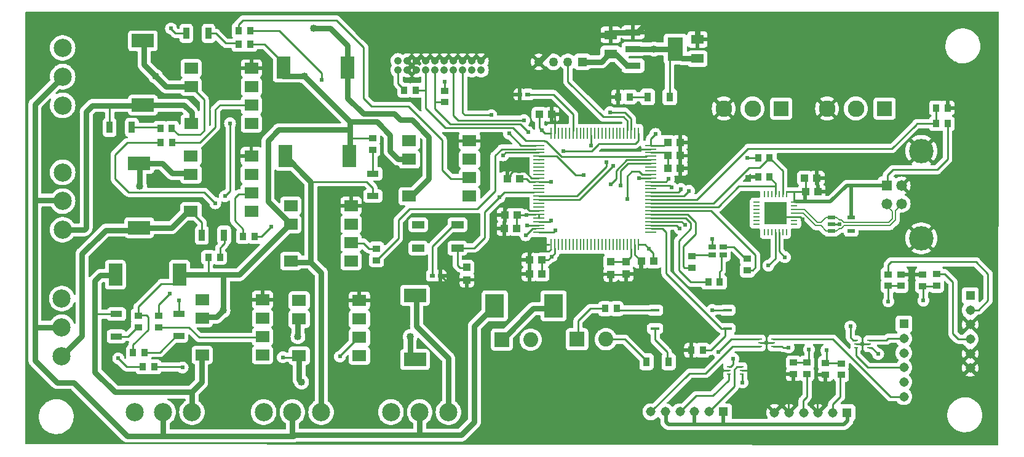
<source format=gbr>
%TF.GenerationSoftware,KiCad,Pcbnew,(7.0.0)*%
%TF.CreationDate,2023-03-10T09:33:02-07:00*%
%TF.ProjectId,L0005-Valve-Controller,4c303030-352d-4566-916c-76652d436f6e,1.0*%
%TF.SameCoordinates,Original*%
%TF.FileFunction,Copper,L1,Top*%
%TF.FilePolarity,Positive*%
%FSLAX46Y46*%
G04 Gerber Fmt 4.6, Leading zero omitted, Abs format (unit mm)*
G04 Created by KiCad (PCBNEW (7.0.0)) date 2023-03-10 09:33:02*
%MOMM*%
%LPD*%
G01*
G04 APERTURE LIST*
%TA.AperFunction,SMDPad,CuDef*%
%ADD10R,0.685800X0.609600*%
%TD*%
%TA.AperFunction,SMDPad,CuDef*%
%ADD11R,2.150000X0.950000*%
%TD*%
%TA.AperFunction,SMDPad,CuDef*%
%ADD12R,2.150000X3.250000*%
%TD*%
%TA.AperFunction,SMDPad,CuDef*%
%ADD13R,1.560000X0.280000*%
%TD*%
%TA.AperFunction,SMDPad,CuDef*%
%ADD14R,0.280000X1.560000*%
%TD*%
%TA.AperFunction,SMDPad,CuDef*%
%ADD15R,1.100000X1.000000*%
%TD*%
%TA.AperFunction,SMDPad,CuDef*%
%ADD16R,1.020000X0.940000*%
%TD*%
%TA.AperFunction,SMDPad,CuDef*%
%ADD17R,0.979300X0.558800*%
%TD*%
%TA.AperFunction,ComponentPad*%
%ADD18R,1.478000X1.478000*%
%TD*%
%TA.AperFunction,ComponentPad*%
%ADD19C,1.478000*%
%TD*%
%TA.AperFunction,ComponentPad*%
%ADD20C,3.366000*%
%TD*%
%TA.AperFunction,SMDPad,CuDef*%
%ADD21R,0.900000X0.254000*%
%TD*%
%TA.AperFunction,SMDPad,CuDef*%
%ADD22R,0.254000X0.900000*%
%TD*%
%TA.AperFunction,SMDPad,CuDef*%
%ADD23R,3.100000X3.100000*%
%TD*%
%TA.AperFunction,SMDPad,CuDef*%
%ADD24R,0.940000X1.020000*%
%TD*%
%TA.AperFunction,SMDPad,CuDef*%
%ADD25R,0.508000X0.254000*%
%TD*%
%TA.AperFunction,SMDPad,CuDef*%
%ADD26R,1.000000X0.800000*%
%TD*%
%TA.AperFunction,SMDPad,CuDef*%
%ADD27R,1.700000X0.990600*%
%TD*%
%TA.AperFunction,SMDPad,CuDef*%
%ADD28R,1.600000X0.855600*%
%TD*%
%TA.AperFunction,SMDPad,CuDef*%
%ADD29R,0.855600X1.600000*%
%TD*%
%TA.AperFunction,SMDPad,CuDef*%
%ADD30R,1.900000X1.500000*%
%TD*%
%TA.AperFunction,ComponentPad*%
%ADD31C,1.066800*%
%TD*%
%TA.AperFunction,ComponentPad*%
%ADD32C,2.500000*%
%TD*%
%TA.AperFunction,SMDPad,CuDef*%
%ADD33R,3.048000X1.854200*%
%TD*%
%TA.AperFunction,SMDPad,CuDef*%
%ADD34R,1.854200X3.048000*%
%TD*%
%TA.AperFunction,SMDPad,CuDef*%
%ADD35R,0.965200X1.295400*%
%TD*%
%TA.AperFunction,SMDPad,CuDef*%
%ADD36R,1.778000X1.270000*%
%TD*%
%TA.AperFunction,ComponentPad*%
%ADD37C,1.308000*%
%TD*%
%TA.AperFunction,ComponentPad*%
%ADD38R,1.308000X1.308000*%
%TD*%
%TA.AperFunction,SMDPad,CuDef*%
%ADD39R,1.219200X0.457200*%
%TD*%
%TA.AperFunction,ComponentPad*%
%ADD40R,2.050000X2.050000*%
%TD*%
%TA.AperFunction,ComponentPad*%
%ADD41C,2.286000*%
%TD*%
%TA.AperFunction,SMDPad,CuDef*%
%ADD42R,1.000000X1.100000*%
%TD*%
%TA.AperFunction,ComponentPad*%
%ADD43C,2.050000*%
%TD*%
%TA.AperFunction,SMDPad,CuDef*%
%ADD44R,2.620000X3.200000*%
%TD*%
%TA.AperFunction,ComponentPad*%
%ADD45R,1.258000X1.258000*%
%TD*%
%TA.AperFunction,ComponentPad*%
%ADD46C,1.258000*%
%TD*%
%TA.AperFunction,ViaPad*%
%ADD47C,0.607060*%
%TD*%
%TA.AperFunction,ViaPad*%
%ADD48C,1.016000*%
%TD*%
%TA.AperFunction,Conductor*%
%ADD49C,0.254000*%
%TD*%
%TA.AperFunction,Conductor*%
%ADD50C,0.250000*%
%TD*%
%TA.AperFunction,Conductor*%
%ADD51C,0.508000*%
%TD*%
%TA.AperFunction,Conductor*%
%ADD52C,0.762000*%
%TD*%
%TA.AperFunction,Conductor*%
%ADD53C,0.200000*%
%TD*%
%TA.AperFunction,Conductor*%
%ADD54C,0.266700*%
%TD*%
G04 APERTURE END LIST*
D10*
%TO.P,J1,1,A*%
%TO.N,BOOT*%
X126136399Y-78790799D03*
%TO.P,J1,2,B*%
%TO.N,Earth*%
X125018799Y-78790799D03*
%TD*%
D11*
%TO.P,U2,1,GND*%
%TO.N,Earth*%
X140630999Y-70216999D03*
%TO.P,U2,2,VOUT*%
%TO.N,3.3V*%
X140630999Y-72516999D03*
D12*
X146430999Y-72516999D03*
D11*
%TO.P,U2,3,VIN*%
%TO.N,5V*%
X140630999Y-74816999D03*
%TD*%
D13*
%TO.P,U1,1,PE2*%
%TO.N,SOL1*%
X127679699Y-85795599D03*
%TO.P,U1,2,PE3*%
%TO.N,SOL2*%
X127679699Y-86295599D03*
%TO.P,U1,3,PE4*%
%TO.N,SOL3*%
X127679699Y-86795599D03*
%TO.P,U1,4,PE5*%
%TO.N,SBV1_PUL*%
X127679699Y-87295599D03*
%TO.P,U1,5,PE6*%
%TO.N,unconnected-(U1-PE6-Pad5)*%
X127679699Y-87795599D03*
%TO.P,U1,6,VBAT*%
%TO.N,unconnected-(U1-VBAT-Pad6)*%
X127679699Y-88295599D03*
%TO.P,U1,7,PC13*%
%TO.N,unconnected-(U1-PC13-Pad7)*%
X127679699Y-88795599D03*
%TO.P,U1,8,PC14*%
%TO.N,unconnected-(U1-PC14-Pad8)*%
X127679699Y-89295599D03*
%TO.P,U1,9,PC15*%
%TO.N,unconnected-(U1-PC15-Pad9)*%
X127679699Y-89795599D03*
%TO.P,U1,10,VSS*%
%TO.N,Earth*%
X127679699Y-90295599D03*
%TO.P,U1,11,VDD*%
%TO.N,3.3V*%
X127679699Y-90795599D03*
%TO.P,U1,12,PH0*%
%TO.N,unconnected-(U1-PH0-Pad12)*%
X127679699Y-91295599D03*
%TO.P,U1,13,PH1*%
%TO.N,unconnected-(U1-PH1-Pad13)*%
X127679699Y-91795599D03*
%TO.P,U1,14,NRST*%
%TO.N,NRST*%
X127679699Y-92295599D03*
%TO.P,U1,15,PC0*%
%TO.N,PG1*%
X127679699Y-92795599D03*
%TO.P,U1,16,PC1*%
%TO.N,PG2*%
X127679699Y-93295599D03*
%TO.P,U1,17,PC2_C*%
%TO.N,unconnected-(U1-PC2_C-Pad17)*%
X127679699Y-93795599D03*
%TO.P,U1,18,PC3_C*%
%TO.N,unconnected-(U1-PC3_C-Pad18)*%
X127679699Y-94295599D03*
%TO.P,U1,19,VSSA*%
%TO.N,Earth*%
X127679699Y-94795599D03*
%TO.P,U1,20,VREF+*%
%TO.N,3.3V*%
X127679699Y-95295599D03*
%TO.P,U1,21,VDDA*%
X127679699Y-95795599D03*
%TO.P,U1,22,PA0*%
%TO.N,SOL4*%
X127679699Y-96295599D03*
%TO.P,U1,23,PA1*%
%TO.N,SOL5*%
X127679699Y-96795599D03*
%TO.P,U1,24,PA2*%
%TO.N,SOL6*%
X127679699Y-97295599D03*
%TO.P,U1,25,PA3*%
%TO.N,SBV2_PUL*%
X127679699Y-97795599D03*
D14*
%TO.P,U1,26,VSS*%
%TO.N,Earth*%
X129359699Y-99475599D03*
%TO.P,U1,27,VDD*%
%TO.N,3.3V*%
X129859699Y-99475599D03*
%TO.P,U1,28,PA4*%
%TO.N,unconnected-(U1-PA4-Pad28)*%
X130359699Y-99475599D03*
%TO.P,U1,29,PA5*%
%TO.N,unconnected-(U1-PA5-Pad29)*%
X130859699Y-99475599D03*
%TO.P,U1,30,PA6*%
%TO.N,unconnected-(U1-PA6-Pad30)*%
X131359699Y-99475599D03*
%TO.P,U1,31,PA7*%
%TO.N,unconnected-(U1-PA7-Pad31)*%
X131859699Y-99475599D03*
%TO.P,U1,32,PC4*%
%TO.N,unconnected-(U1-PC4-Pad32)*%
X132359699Y-99475599D03*
%TO.P,U1,33,PC5*%
%TO.N,unconnected-(U1-PC5-Pad33)*%
X132859699Y-99475599D03*
%TO.P,U1,34,PB0*%
%TO.N,unconnected-(U1-PB0-Pad34)*%
X133359699Y-99475599D03*
%TO.P,U1,35,PB1*%
%TO.N,unconnected-(U1-PB1-Pad35)*%
X133859699Y-99475599D03*
%TO.P,U1,36,PB2*%
%TO.N,unconnected-(U1-PB2-Pad36)*%
X134359699Y-99475599D03*
%TO.P,U1,37,PE7*%
%TO.N,unconnected-(U1-PE7-Pad37)*%
X134859699Y-99475599D03*
%TO.P,U1,38,PE8*%
%TO.N,unconnected-(U1-PE8-Pad38)*%
X135359699Y-99475599D03*
%TO.P,U1,39,PE9*%
%TO.N,unconnected-(U1-PE9-Pad39)*%
X135859699Y-99475599D03*
%TO.P,U1,40,PE10*%
%TO.N,unconnected-(U1-PE10-Pad40)*%
X136359699Y-99475599D03*
%TO.P,U1,41,PE11*%
%TO.N,unconnected-(U1-PE11-Pad41)*%
X136859699Y-99475599D03*
%TO.P,U1,42,PE12*%
%TO.N,unconnected-(U1-PE12-Pad42)*%
X137359699Y-99475599D03*
%TO.P,U1,43,PE13*%
%TO.N,unconnected-(U1-PE13-Pad43)*%
X137859699Y-99475599D03*
%TO.P,U1,44,PE14*%
%TO.N,unconnected-(U1-PE14-Pad44)*%
X138359699Y-99475599D03*
%TO.P,U1,45,PE15*%
%TO.N,unconnected-(U1-PE15-Pad45)*%
X138859699Y-99475599D03*
%TO.P,U1,46,PB10*%
%TO.N,unconnected-(U1-PB10-Pad46)*%
X139359699Y-99475599D03*
%TO.P,U1,47,PB11*%
%TO.N,unconnected-(U1-PB11-Pad47)*%
X139859699Y-99475599D03*
%TO.P,U1,48,VCAP1*%
%TO.N,VCAP1*%
X140359699Y-99475599D03*
%TO.P,U1,49,VSS*%
%TO.N,Earth*%
X140859699Y-99475599D03*
%TO.P,U1,50,VDD*%
%TO.N,3.3V*%
X141359699Y-99475599D03*
D13*
%TO.P,U1,51,PB12*%
%TO.N,unconnected-(U1-PB12-Pad51)*%
X143039699Y-97795599D03*
%TO.P,U1,52,PB13*%
%TO.N,VAC_MON*%
X143039699Y-97295599D03*
%TO.P,U1,53,PB14*%
%TO.N,RX_USB*%
X143039699Y-96795599D03*
%TO.P,U1,54,PB15*%
%TO.N,TX_USB*%
X143039699Y-96295599D03*
%TO.P,U1,55,PD8*%
%TO.N,STATUS_G*%
X143039699Y-95795599D03*
%TO.P,U1,56,PD9*%
%TO.N,STATUS_R*%
X143039699Y-95295599D03*
%TO.P,U1,57,PD10*%
%TO.N,STATUS_B*%
X143039699Y-94795599D03*
%TO.P,U1,58,PD11*%
%TO.N,~{USB_SUSPEND}*%
X143039699Y-94295599D03*
%TO.P,U1,59,PD12*%
%TO.N,~{USB_RST}*%
X143039699Y-93795599D03*
%TO.P,U1,60,PD13*%
%TO.N,USB_DETECT*%
X143039699Y-93295599D03*
%TO.P,U1,61,PD14*%
%TO.N,ENCD2_A*%
X143039699Y-92795599D03*
%TO.P,U1,62,PD15*%
%TO.N,ENCD2_B*%
X143039699Y-92295599D03*
%TO.P,U1,63,PC6*%
%TO.N,unconnected-(U1-PC6-Pad63)*%
X143039699Y-91795599D03*
%TO.P,U1,64,PC7*%
%TO.N,SBV2_DIR*%
X143039699Y-91295599D03*
%TO.P,U1,65,PC8*%
%TO.N,ENCD1_A*%
X143039699Y-90795599D03*
%TO.P,U1,66,PC9*%
%TO.N,ENCD1_B*%
X143039699Y-90295599D03*
%TO.P,U1,67,PA8*%
%TO.N,SBV1_EN*%
X143039699Y-89795599D03*
%TO.P,U1,68,PA9*%
%TO.N,unconnected-(U1-PA9-Pad68)*%
X143039699Y-89295599D03*
%TO.P,U1,69,PA10*%
%TO.N,unconnected-(U1-PA10-Pad69)*%
X143039699Y-88795599D03*
%TO.P,U1,70,PA11*%
%TO.N,SBV2_EN*%
X143039699Y-88295599D03*
%TO.P,U1,71,PA12*%
%TO.N,SBV1_DIR*%
X143039699Y-87795599D03*
%TO.P,U1,72,PA13*%
%TO.N,SWDIO*%
X143039699Y-87295599D03*
%TO.P,U1,73,VCAP2*%
%TO.N,VCAP2*%
X143039699Y-86795599D03*
%TO.P,U1,74,VSS*%
%TO.N,Earth*%
X143039699Y-86295599D03*
%TO.P,U1,75,VDD*%
%TO.N,3.3V*%
X143039699Y-85795599D03*
D14*
%TO.P,U1,76,PA14*%
%TO.N,SWCLK*%
X141359699Y-84115599D03*
%TO.P,U1,77,PA15*%
%TO.N,unconnected-(U1-PA15-Pad77)*%
X140859699Y-84115599D03*
%TO.P,U1,78,PC10*%
%TO.N,TX*%
X140359699Y-84115599D03*
%TO.P,U1,79,PC11*%
%TO.N,RX*%
X139859699Y-84115599D03*
%TO.P,U1,80,PC12*%
%TO.N,unconnected-(U1-PC12-Pad80)*%
X139359699Y-84115599D03*
%TO.P,U1,81,PD0*%
%TO.N,unconnected-(U1-PD0-Pad81)*%
X138859699Y-84115599D03*
%TO.P,U1,82,PD1*%
%TO.N,unconnected-(U1-PD1-Pad82)*%
X138359699Y-84115599D03*
%TO.P,U1,83,PD2*%
%TO.N,unconnected-(U1-PD2-Pad83)*%
X137859699Y-84115599D03*
%TO.P,U1,84,PD3*%
%TO.N,unconnected-(U1-PD3-Pad84)*%
X137359699Y-84115599D03*
%TO.P,U1,85,PD4*%
%TO.N,unconnected-(U1-PD4-Pad85)*%
X136859699Y-84115599D03*
%TO.P,U1,86,PD5*%
%TO.N,unconnected-(U1-PD5-Pad86)*%
X136359699Y-84115599D03*
%TO.P,U1,87,PD6*%
%TO.N,unconnected-(U1-PD6-Pad87)*%
X135859699Y-84115599D03*
%TO.P,U1,88,PD7*%
%TO.N,unconnected-(U1-PD7-Pad88)*%
X135359699Y-84115599D03*
%TO.P,U1,89,PB3*%
%TO.N,SWO*%
X134859699Y-84115599D03*
%TO.P,U1,90,PB4*%
%TO.N,unconnected-(U1-PB4-Pad90)*%
X134359699Y-84115599D03*
%TO.P,U1,91,PB5*%
%TO.N,unconnected-(U1-PB5-Pad91)*%
X133859699Y-84115599D03*
%TO.P,U1,92,PB6*%
%TO.N,unconnected-(U1-PB6-Pad92)*%
X133359699Y-84115599D03*
%TO.P,U1,93,PB7*%
%TO.N,unconnected-(U1-PB7-Pad93)*%
X132859699Y-84115599D03*
%TO.P,U1,94,BOOT0*%
%TO.N,BOOT*%
X132359699Y-84115599D03*
%TO.P,U1,95,PB8*%
%TO.N,unconnected-(U1-PB8-Pad95)*%
X131859699Y-84115599D03*
%TO.P,U1,96,PB9*%
%TO.N,unconnected-(U1-PB9-Pad96)*%
X131359699Y-84115599D03*
%TO.P,U1,97,PE0*%
%TO.N,unconnected-(U1-PE0-Pad97)*%
X130859699Y-84115599D03*
%TO.P,U1,98,PE1*%
%TO.N,unconnected-(U1-PE1-Pad98)*%
X130359699Y-84115599D03*
%TO.P,U1,99,VSS*%
%TO.N,Earth*%
X129859699Y-84115599D03*
%TO.P,U1,100,VDD*%
%TO.N,3.3V*%
X129359699Y-84115599D03*
%TD*%
D15*
%TO.P,C3,1*%
%TO.N,Earth*%
X123355999Y-90423999D03*
%TO.P,C3,2*%
%TO.N,3.3V*%
X125055999Y-90423999D03*
%TD*%
D16*
%TO.P,R15,1*%
%TO.N,ENCD2_A*%
X177520599Y-105155999D03*
%TO.P,R15,2*%
%TO.N,Earth*%
X177520599Y-103575999D03*
%TD*%
%TO.P,R17,1*%
%TO.N,ENCD2_B*%
X180466999Y-105183999D03*
%TO.P,R17,2*%
%TO.N,Earth*%
X180466999Y-103603999D03*
%TD*%
%TO.P,R20,1*%
%TO.N,ENCD2_A*%
X175742599Y-105155999D03*
%TO.P,R20,2*%
%TO.N,Net-(P13-GND)*%
X175742599Y-103575999D03*
%TD*%
D17*
%TO.P,D4,1*%
%TO.N,/Power/D-*%
X167925051Y-95696998D03*
%TO.P,D4,2*%
%TO.N,Earth*%
X167925051Y-96646999D03*
%TO.P,D4,3*%
%TO.N,/Power/D+*%
X167925051Y-97597000D03*
%TO.P,D4,4*%
%TO.N,unconnected-(D4-Pad4)*%
X170656947Y-97597000D03*
%TO.P,D4,5*%
%TO.N,5V*%
X170656947Y-95696998D03*
%TD*%
D18*
%TO.P,P17,1,VCC*%
%TO.N,5V*%
X175588499Y-91332999D03*
D19*
%TO.P,P17,2,D-*%
%TO.N,/Power/D-*%
X175588500Y-93833000D03*
%TO.P,P17,3,D+*%
%TO.N,/Power/D+*%
X177588500Y-93833000D03*
%TO.P,P17,4,GND*%
%TO.N,Earth*%
X177588500Y-91333000D03*
D20*
%TO.P,P17,S1,SHIELD*%
X180298500Y-98603000D03*
%TO.P,P17,S2,SHIELD*%
X180298500Y-86563000D03*
%TD*%
D21*
%TO.P,U3,1,DCD*%
%TO.N,unconnected-(U3-DCD-Pad1)*%
X162813999Y-96638999D03*
%TO.P,U3,2,RI*%
%TO.N,unconnected-(U3-RI-Pad2)*%
X162813999Y-96138999D03*
%TO.P,U3,3,GND*%
%TO.N,Earth*%
X162813999Y-95638999D03*
%TO.P,U3,4,D+*%
%TO.N,/Power/D+*%
X162813999Y-95138999D03*
%TO.P,U3,5,D-*%
%TO.N,/Power/D-*%
X162813999Y-94638999D03*
%TO.P,U3,6,VDD*%
%TO.N,unconnected-(U3-VDD-Pad6)*%
X162813999Y-94138999D03*
%TO.P,U3,7,REGIN*%
%TO.N,5V*%
X162813999Y-93638999D03*
D22*
%TO.P,U3,8,VBUS*%
X161723999Y-92548999D03*
%TO.P,U3,9,~{RST}*%
%TO.N,~{USB_RST}*%
X161223999Y-92548999D03*
%TO.P,U3,10,NC*%
%TO.N,unconnected-(U3-NC-Pad10)*%
X160723999Y-92548999D03*
%TO.P,U3,11,~{SUSPEND}*%
%TO.N,~{USB_SUSPEND}*%
X160223999Y-92548999D03*
%TO.P,U3,12,SUSPEND*%
%TO.N,unconnected-(U3-SUSPEND-Pad12)*%
X159723999Y-92548999D03*
%TO.P,U3,13,NC@1*%
%TO.N,unconnected-(U3-NC@1-Pad13)*%
X159223999Y-92548999D03*
%TO.P,U3,14,NC@2*%
%TO.N,unconnected-(U3-NC@2-Pad14)*%
X158723999Y-92548999D03*
D21*
%TO.P,U3,15,NC@3*%
%TO.N,unconnected-(U3-NC@3-Pad15)*%
X157633999Y-93638999D03*
%TO.P,U3,16,NC@4*%
%TO.N,unconnected-(U3-NC@4-Pad16)*%
X157633999Y-94138999D03*
%TO.P,U3,17,NC@5*%
%TO.N,unconnected-(U3-NC@5-Pad17)*%
X157633999Y-94638999D03*
%TO.P,U3,18,NC/VPP*%
%TO.N,unconnected-(U3-NC{slash}VPP-Pad18)*%
X157633999Y-95138999D03*
%TO.P,U3,19,NC@6*%
%TO.N,unconnected-(U3-NC@6-Pad19)*%
X157633999Y-95638999D03*
%TO.P,U3,20,NC@7*%
%TO.N,unconnected-(U3-NC@7-Pad20)*%
X157633999Y-96138999D03*
%TO.P,U3,21,NC@8*%
%TO.N,unconnected-(U3-NC@8-Pad21)*%
X157633999Y-96638999D03*
D22*
%TO.P,U3,22,NC@9*%
%TO.N,unconnected-(U3-NC@9-Pad22)*%
X158723999Y-97728999D03*
%TO.P,U3,23,CTS*%
%TO.N,unconnected-(U3-CTS-Pad23)*%
X159223999Y-97728999D03*
%TO.P,U3,24,RTS*%
%TO.N,unconnected-(U3-RTS-Pad24)*%
X159723999Y-97728999D03*
%TO.P,U3,25,RXD*%
%TO.N,RX_USB*%
X160223999Y-97728999D03*
%TO.P,U3,26,TXD*%
%TO.N,TX_USB*%
X160723999Y-97728999D03*
%TO.P,U3,27,DSR*%
%TO.N,unconnected-(U3-DSR-Pad27)*%
X161223999Y-97728999D03*
%TO.P,U3,28,DTR*%
%TO.N,unconnected-(U3-DTR-Pad28)*%
X161723999Y-97728999D03*
D23*
%TO.P,U3,29,PAD*%
%TO.N,Earth*%
X160223999Y-95138999D03*
%TD*%
D24*
%TO.P,R32,1*%
%TO.N,Earth*%
X183923999Y-80644999D03*
%TO.P,R32,2*%
%TO.N,USB_DETECT*%
X182343999Y-80644999D03*
%TD*%
%TO.P,R31,1*%
%TO.N,Earth*%
X157832999Y-90169999D03*
%TO.P,R31,2*%
%TO.N,~{USB_SUSPEND}*%
X159412999Y-90169999D03*
%TD*%
%TO.P,R30,1*%
%TO.N,3.3V*%
X157832999Y-87502999D03*
%TO.P,R30,2*%
%TO.N,~{USB_RST}*%
X159412999Y-87502999D03*
%TD*%
%TO.P,R29,1*%
%TO.N,USB_DETECT*%
X182343999Y-82803999D03*
%TO.P,R29,2*%
%TO.N,5V*%
X183923999Y-82803999D03*
%TD*%
D16*
%TO.P,R28,1*%
%TO.N,STATUS_R*%
X148716999Y-102643999D03*
%TO.P,R28,2*%
%TO.N,Net-(D3-Pad4)*%
X148716999Y-101063999D03*
%TD*%
D24*
%TO.P,R25,1*%
%TO.N,STATUS_G*%
X150974999Y-104647999D03*
%TO.P,R25,2*%
%TO.N,Net-(D3-Pad3)*%
X152554999Y-104647999D03*
%TD*%
D16*
%TO.P,R24,1*%
%TO.N,STATUS_B*%
X156336999Y-103024999D03*
%TO.P,R24,2*%
%TO.N,Net-(D3-Pad2)*%
X156336999Y-101444999D03*
%TD*%
D25*
%TO.P,Q3,1,G*%
%TO.N,SBV2_PUL*%
X158088999Y-112521999D03*
%TO.P,Q3,2,S*%
%TO.N,Earth*%
X158088999Y-113029999D03*
%TO.P,Q3,3,D*%
%TO.N,SBV1_PUL-*%
X158088999Y-113537999D03*
%TO.P,Q3,4,G*%
%TO.N,SBV1_PUL*%
X159892399Y-113537999D03*
%TO.P,Q3,5,S*%
%TO.N,Earth*%
X159892399Y-113029999D03*
%TO.P,Q3,6,D*%
%TO.N,SBV2_PUL-*%
X159892399Y-112521999D03*
%TD*%
D10*
%TO.P,J2,1,A*%
%TO.N,Earth*%
X114096799Y-103758999D03*
%TO.P,J2,2,B*%
%TO.N,Net-(J2-B)*%
X112979199Y-103758999D03*
%TD*%
D26*
%TO.P,D3,1*%
%TO.N,3.3V*%
X151522999Y-99779999D03*
%TO.P,D3,2*%
%TO.N,Net-(D3-Pad2)*%
X153022999Y-99779999D03*
%TO.P,D3,3*%
%TO.N,Net-(D3-Pad3)*%
X153022999Y-100879999D03*
%TO.P,D3,4*%
%TO.N,Net-(D3-Pad4)*%
X151522999Y-100879999D03*
%TD*%
D15*
%TO.P,C23,1*%
%TO.N,5V*%
X164249999Y-90296999D03*
%TO.P,C23,2*%
%TO.N,Earth*%
X165949999Y-90296999D03*
%TD*%
%TO.P,C22,1*%
%TO.N,5V*%
X164376999Y-92201999D03*
%TO.P,C22,2*%
%TO.N,Earth*%
X166076999Y-92201999D03*
%TD*%
D27*
%TO.P,B1,1,1*%
%TO.N,NRST*%
X116441199Y-99948798D03*
%TO.P,B1,2,2*%
%TO.N,unconnected-(B1-Pad2)*%
X111041199Y-99948798D03*
%TO.P,B1,3,3*%
%TO.N,Net-(J2-B)*%
X116441199Y-96748800D03*
%TO.P,B1,4,4*%
%TO.N,unconnected-(B1-Pad4)*%
X111041199Y-96748800D03*
%TD*%
D28*
%TO.P,C16,1*%
%TO.N,Net-(C16-Pad1)*%
X78079599Y-112068600D03*
%TO.P,C16,2*%
%TO.N,Net-(C16-Pad2)*%
X78079599Y-109012998D03*
%TD*%
%TO.P,C17,1*%
%TO.N,Net-(C17-Pad1)*%
X104800399Y-89708998D03*
%TO.P,C17,2*%
%TO.N,Net-(C17-Pad2)*%
X104800399Y-92764600D03*
%TD*%
%TO.P,C18,1*%
%TO.N,Net-(C18-Pad1)*%
X69494399Y-112119400D03*
%TO.P,C18,2*%
%TO.N,Net-(C18-Pad2)*%
X69494399Y-109063798D03*
%TD*%
D29*
%TO.P,C19,1*%
%TO.N,Net-(C19-Pad1)*%
X84331800Y-98170999D03*
%TO.P,C19,2*%
%TO.N,Net-(C19-Pad2)*%
X81276198Y-98170999D03*
%TD*%
%TO.P,C20,1*%
%TO.N,Net-(C20-Pad1)*%
X71631800Y-83311999D03*
%TO.P,C20,2*%
%TO.N,Net-(C20-Pad2)*%
X68576198Y-83311999D03*
%TD*%
%TO.P,C21,1*%
%TO.N,Net-(C21-Pad1)*%
X82172800Y-70357999D03*
%TO.P,C21,2*%
%TO.N,Net-(C21-Pad2)*%
X79117198Y-70357999D03*
%TD*%
D30*
%TO.P,K1,1*%
%TO.N,unconnected-(K1-Pad1)*%
X102955999Y-114807999D03*
%TO.P,K1,2*%
%TO.N,Net-(K1-Pad2)*%
X102955999Y-112267999D03*
%TO.P,K1,3*%
%TO.N,unconnected-(K1-Pad3)*%
X102955999Y-109727999D03*
%TO.P,K1,4*%
%TO.N,Earth*%
X102955999Y-107187999D03*
%TO.P,K1,5*%
%TO.N,unconnected-(K1-Pad5)*%
X94655999Y-107187999D03*
%TO.P,K1,6*%
%TO.N,AC_NEUTRAL*%
X94655999Y-109727999D03*
%TO.P,K1,8*%
%TO.N,Net-(C16-Pad2)*%
X94655999Y-114807999D03*
%TD*%
%TO.P,K2,1*%
%TO.N,unconnected-(K2-Pad1)*%
X101812999Y-101726999D03*
%TO.P,K2,2*%
%TO.N,Net-(K2-Pad2)*%
X101812999Y-99186999D03*
%TO.P,K2,3*%
%TO.N,unconnected-(K2-Pad3)*%
X101812999Y-96646999D03*
%TO.P,K2,4*%
%TO.N,Earth*%
X101812999Y-94106999D03*
%TO.P,K2,5*%
%TO.N,unconnected-(K2-Pad5)*%
X93512999Y-94106999D03*
%TO.P,K2,6*%
%TO.N,AC_NEUTRAL*%
X93512999Y-96646999D03*
%TO.P,K2,8*%
%TO.N,Net-(C17-Pad2)*%
X93512999Y-101726999D03*
%TD*%
%TO.P,K3,1*%
%TO.N,unconnected-(K3-Pad1)*%
X89620999Y-114680999D03*
%TO.P,K3,2*%
%TO.N,Net-(K3-Pad2)*%
X89620999Y-112140999D03*
%TO.P,K3,3*%
%TO.N,unconnected-(K3-Pad3)*%
X89620999Y-109600999D03*
%TO.P,K3,4*%
%TO.N,Earth*%
X89620999Y-107060999D03*
%TO.P,K3,5*%
%TO.N,unconnected-(K3-Pad5)*%
X81320999Y-107060999D03*
%TO.P,K3,6*%
%TO.N,AC_NEUTRAL*%
X81320999Y-109600999D03*
%TO.P,K3,8*%
%TO.N,Net-(C18-Pad2)*%
X81320999Y-114680999D03*
%TD*%
%TO.P,K4,1*%
%TO.N,unconnected-(K4-Pad1)*%
X88063499Y-94868999D03*
%TO.P,K4,2*%
%TO.N,Net-(K4-Pad2)*%
X88063499Y-92328999D03*
%TO.P,K4,3*%
%TO.N,unconnected-(K4-Pad3)*%
X88063499Y-89788999D03*
%TO.P,K4,4*%
%TO.N,Earth*%
X88063499Y-87248999D03*
%TO.P,K4,5*%
%TO.N,unconnected-(K4-Pad5)*%
X79763499Y-87248999D03*
%TO.P,K4,6*%
%TO.N,AC_NEUTRAL*%
X79763499Y-89788999D03*
%TO.P,K4,8*%
%TO.N,Net-(C19-Pad2)*%
X79763499Y-94868999D03*
%TD*%
%TO.P,K5,1*%
%TO.N,unconnected-(K5-Pad1)*%
X88096999Y-82803999D03*
%TO.P,K5,2*%
%TO.N,Net-(K5-Pad2)*%
X88096999Y-80263999D03*
%TO.P,K5,3*%
%TO.N,unconnected-(K5-Pad3)*%
X88096999Y-77723999D03*
%TO.P,K5,4*%
%TO.N,Earth*%
X88096999Y-75183999D03*
%TO.P,K5,5*%
%TO.N,unconnected-(K5-Pad5)*%
X79796999Y-75183999D03*
%TO.P,K5,6*%
%TO.N,AC_NEUTRAL*%
X79796999Y-77723999D03*
%TO.P,K5,8*%
%TO.N,Net-(C20-Pad2)*%
X79796999Y-82803999D03*
%TD*%
%TO.P,K6,1*%
%TO.N,unconnected-(K6-Pad1)*%
X118111699Y-92811599D03*
%TO.P,K6,2*%
%TO.N,Net-(K6-Pad2)*%
X118111699Y-90271599D03*
%TO.P,K6,3*%
%TO.N,unconnected-(K6-Pad3)*%
X118111699Y-87731599D03*
%TO.P,K6,4*%
%TO.N,Earth*%
X118111699Y-85191599D03*
%TO.P,K6,5*%
%TO.N,unconnected-(K6-Pad5)*%
X109811699Y-85191599D03*
%TO.P,K6,6*%
%TO.N,AC_NEUTRAL*%
X109811699Y-87731599D03*
%TO.P,K6,8*%
%TO.N,Net-(C21-Pad2)*%
X109811699Y-92811599D03*
%TD*%
D31*
%TO.P,P1,1,1*%
%TO.N,3.3V*%
X108280200Y-75398250D03*
%TO.P,P1,2,2*%
X108280200Y-74128250D03*
%TO.P,P1,3,3*%
%TO.N,Earth*%
X109550200Y-75398250D03*
%TO.P,P1,4,4*%
X109550200Y-74128250D03*
%TO.P,P1,5,5*%
X110820200Y-75398250D03*
%TO.P,P1,6,6*%
X110820200Y-74128250D03*
%TO.P,P1,7,7*%
%TO.N,SWDIO*%
X112090200Y-75398250D03*
%TO.P,P1,8,8*%
%TO.N,Earth*%
X112090200Y-74128250D03*
%TO.P,P1,9,9*%
%TO.N,SWCLK*%
X113360200Y-75398250D03*
%TO.P,P1,10,10*%
%TO.N,Earth*%
X113360200Y-74128250D03*
%TO.P,P1,11,11*%
%TO.N,unconnected-(P1-Pad11)*%
X114630200Y-75398250D03*
%TO.P,P1,12,12*%
%TO.N,Earth*%
X114630200Y-74128250D03*
%TO.P,P1,13,13*%
%TO.N,SWO*%
X115900200Y-75398250D03*
%TO.P,P1,14,14*%
%TO.N,Earth*%
X115900200Y-74128250D03*
%TO.P,P1,15,15*%
%TO.N,NRST*%
X117170200Y-75398250D03*
%TO.P,P1,16,16*%
%TO.N,Earth*%
X117170200Y-74128250D03*
%TO.P,P1,17,17*%
%TO.N,unconnected-(P1-Pad17)*%
X118440200Y-75398250D03*
%TO.P,P1,18,18*%
%TO.N,Earth*%
X118440200Y-74128250D03*
%TO.P,P1,19,19*%
%TO.N,unconnected-(P1-Pad19)*%
X119710200Y-75398250D03*
%TO.P,P1,20,20*%
%TO.N,Earth*%
X119710200Y-74128250D03*
%TD*%
D32*
%TO.P,P3,1,1*%
%TO.N,Net-(C16-Pad2)*%
X115212000Y-122555000D03*
%TO.P,P3,2,2*%
%TO.N,AC_HOT*%
X111252000Y-122555000D03*
%TO.P,P3,3,3*%
%TO.N,unconnected-(P3-Pad3)*%
X107292000Y-122555000D03*
%TD*%
%TO.P,P4,1,1*%
%TO.N,Net-(C17-Pad2)*%
X97686000Y-122557000D03*
%TO.P,P4,2,2*%
%TO.N,AC_HOT*%
X93726000Y-122557000D03*
%TO.P,P4,3,3*%
%TO.N,unconnected-(P4-Pad3)*%
X89766000Y-122557000D03*
%TD*%
%TO.P,P5,1,1*%
%TO.N,Net-(C18-Pad2)*%
X79906000Y-122555000D03*
%TO.P,P5,2,2*%
%TO.N,AC_HOT*%
X75946000Y-122555000D03*
%TO.P,P5,3,3*%
%TO.N,unconnected-(P5-Pad3)*%
X71986000Y-122555000D03*
%TD*%
%TO.P,P6,1,1*%
%TO.N,Net-(C19-Pad2)*%
X61974000Y-114831000D03*
%TO.P,P6,2,2*%
%TO.N,AC_HOT*%
X61974000Y-110871000D03*
%TO.P,P6,3,3*%
%TO.N,unconnected-(P6-Pad3)*%
X61974000Y-106911000D03*
%TD*%
D24*
%TO.P,R2,1*%
%TO.N,SOL1*%
X73123999Y-116331999D03*
%TO.P,R2,2*%
%TO.N,Net-(K1-Pad2)*%
X74703999Y-116331999D03*
%TD*%
%TO.P,R3,1*%
%TO.N,Net-(C16-Pad1)*%
X73383199Y-114350799D03*
%TO.P,R3,2*%
%TO.N,AC_NEUTRAL*%
X71803199Y-114350799D03*
%TD*%
D16*
%TO.P,R4,1*%
%TO.N,SOL2*%
X105308399Y-101627999D03*
%TO.P,R4,2*%
%TO.N,Net-(K2-Pad2)*%
X105308399Y-100047999D03*
%TD*%
%TO.P,R5,1*%
%TO.N,SOL3*%
X75336399Y-109293599D03*
%TO.P,R5,2*%
%TO.N,Net-(K3-Pad2)*%
X75336399Y-110873599D03*
%TD*%
%TO.P,R6,1*%
%TO.N,Net-(C17-Pad1)*%
X104800399Y-86387999D03*
%TO.P,R6,2*%
%TO.N,AC_NEUTRAL*%
X104800399Y-84807999D03*
%TD*%
%TO.P,R7,1*%
%TO.N,Net-(C18-Pad1)*%
X72491599Y-110873599D03*
%TO.P,R7,2*%
%TO.N,AC_NEUTRAL*%
X72491599Y-109293599D03*
%TD*%
D24*
%TO.P,R8,1*%
%TO.N,SOL5*%
X88521599Y-98348799D03*
%TO.P,R8,2*%
%TO.N,Net-(K4-Pad2)*%
X86941599Y-98348799D03*
%TD*%
%TO.P,R9,1*%
%TO.N,SOL6*%
X75562399Y-85445599D03*
%TO.P,R9,2*%
%TO.N,Net-(K5-Pad2)*%
X77142399Y-85445599D03*
%TD*%
%TO.P,R10,1*%
%TO.N,SOL4*%
X87911999Y-69976999D03*
%TO.P,R10,2*%
%TO.N,Net-(K6-Pad2)*%
X86331999Y-69976999D03*
%TD*%
%TO.P,R11,1*%
%TO.N,Net-(C19-Pad1)*%
X83746399Y-101244399D03*
%TO.P,R11,2*%
%TO.N,AC_NEUTRAL*%
X82166399Y-101244399D03*
%TD*%
%TO.P,R12,1*%
%TO.N,Net-(C20-Pad1)*%
X75536999Y-83438999D03*
%TO.P,R12,2*%
%TO.N,AC_NEUTRAL*%
X77116999Y-83438999D03*
%TD*%
%TO.P,R13,1*%
%TO.N,Net-(C21-Pad1)*%
X86331999Y-71881999D03*
%TO.P,R13,2*%
%TO.N,AC_NEUTRAL*%
X87911999Y-71881999D03*
%TD*%
D33*
%TO.P,RV1,1*%
%TO.N,Net-(C16-Pad2)*%
X110591599Y-106467899D03*
%TO.P,RV1,2*%
%TO.N,AC_NEUTRAL*%
X110591599Y-115324899D03*
%TD*%
D34*
%TO.P,RV2,1*%
%TO.N,Net-(C17-Pad2)*%
X92726499Y-87248999D03*
%TO.P,RV2,2*%
%TO.N,AC_NEUTRAL*%
X101583499Y-87248999D03*
%TD*%
%TO.P,RV3,1*%
%TO.N,Net-(C18-Pad2)*%
X69358499Y-103631999D03*
%TO.P,RV3,2*%
%TO.N,AC_NEUTRAL*%
X78215499Y-103631999D03*
%TD*%
D33*
%TO.P,RV4,1*%
%TO.N,Net-(C19-Pad2)*%
X72643999Y-97138499D03*
%TO.P,RV4,2*%
%TO.N,AC_NEUTRAL*%
X72643999Y-88281499D03*
%TD*%
%TO.P,RV5,1*%
%TO.N,Net-(C20-Pad2)*%
X73151999Y-80247499D03*
%TO.P,RV5,2*%
%TO.N,AC_NEUTRAL*%
X73151999Y-71390499D03*
%TD*%
D34*
%TO.P,RV6,1*%
%TO.N,Net-(C21-Pad2)*%
X101329499Y-75056999D03*
%TO.P,RV6,2*%
%TO.N,AC_NEUTRAL*%
X92472499Y-75056999D03*
%TD*%
D32*
%TO.P,P8,1,1*%
%TO.N,Net-(C21-Pad2)*%
X62101000Y-80287000D03*
%TO.P,P8,2,2*%
%TO.N,AC_HOT*%
X62101000Y-76327000D03*
%TO.P,P8,3,3*%
%TO.N,unconnected-(P8-Pad3)*%
X62101000Y-72367000D03*
%TD*%
%TO.P,P7,1,1*%
%TO.N,Net-(C20-Pad2)*%
X62101000Y-97432000D03*
%TO.P,P7,2,2*%
%TO.N,AC_HOT*%
X62101000Y-93472000D03*
%TO.P,P7,3,3*%
%TO.N,unconnected-(P7-Pad3)*%
X62101000Y-89512000D03*
%TD*%
D35*
%TO.P,D1,1,1*%
%TO.N,Net-(D1-Pad1)*%
X142620999Y-79120999D03*
%TO.P,D1,2,2*%
%TO.N,3.3V*%
X145668999Y-79120999D03*
%TD*%
D16*
%TO.P,R27,1*%
%TO.N,SWCLK*%
X114655599Y-79834799D03*
%TO.P,R27,2*%
%TO.N,3.3V*%
X114655599Y-78254799D03*
%TD*%
%TO.P,R21,1*%
%TO.N,Net-(P13-Pad4)*%
X182397399Y-103553199D03*
%TO.P,R21,2*%
%TO.N,ENCD2_B*%
X182397399Y-105133199D03*
%TD*%
D36*
%TO.P,C2,1*%
%TO.N,3.3V*%
X149478999Y-73837799D03*
%TO.P,C2,2*%
%TO.N,Earth*%
X149478999Y-71196199D03*
%TD*%
D37*
%TO.P,P13,6,6*%
%TO.N,Earth*%
X187042400Y-116507500D03*
%TO.P,P13,5,5*%
X187042400Y-114507500D03*
%TO.P,P13,4,4*%
%TO.N,Net-(P13-Pad4)*%
X187042400Y-112507500D03*
%TO.P,P13,3,3*%
%TO.N,Earth*%
X187042400Y-110507500D03*
%TO.P,P13,2,GND*%
%TO.N,Net-(P13-GND)*%
X187042400Y-108507500D03*
D38*
%TO.P,P13,1,+12V*%
%TO.N,5V*%
X187042399Y-106507499D03*
%TD*%
D15*
%TO.P,C8,1*%
%TO.N,Earth*%
X126353199Y-103530399D03*
%TO.P,C8,2*%
%TO.N,3.3V*%
X128053199Y-103530399D03*
%TD*%
D38*
%TO.P,P12,1,+12V*%
%TO.N,5V*%
X177901599Y-110417599D03*
D37*
%TO.P,P12,2,GND*%
%TO.N,SBV2_DIR-*%
X177901600Y-112417600D03*
%TO.P,P12,3,3*%
%TO.N,5V*%
X177901600Y-114417600D03*
%TO.P,P12,4,4*%
%TO.N,SBV2_EN-*%
X177901600Y-116417600D03*
%TO.P,P12,5,5*%
%TO.N,5V*%
X177901600Y-118417600D03*
%TO.P,P12,6,6*%
%TO.N,SBV2_PUL-*%
X177901600Y-120417600D03*
%TD*%
D15*
%TO.P,C4,1*%
%TO.N,Earth*%
X126353199Y-101599999D03*
%TO.P,C4,2*%
%TO.N,3.3V*%
X128053199Y-101599999D03*
%TD*%
D38*
%TO.P,P10,1,+12V*%
%TO.N,5V*%
X153080499Y-122526399D03*
D37*
%TO.P,P10,2,GND*%
%TO.N,SBV1_DIR-*%
X151080500Y-122526400D03*
%TO.P,P10,3,3*%
%TO.N,5V*%
X149080500Y-122526400D03*
%TO.P,P10,4,4*%
%TO.N,SBV1_EN-*%
X147080500Y-122526400D03*
%TO.P,P10,5,5*%
%TO.N,5V*%
X145080500Y-122526400D03*
%TO.P,P10,6,6*%
%TO.N,SBV1_PUL-*%
X143080500Y-122526400D03*
%TD*%
D25*
%TO.P,Q2,1,G*%
%TO.N,SBV2_DIR*%
X171296999Y-112648999D03*
%TO.P,Q2,2,S*%
%TO.N,Earth*%
X171296999Y-113156999D03*
%TO.P,Q2,3,D*%
%TO.N,SBV2_EN-*%
X171296999Y-113664999D03*
%TO.P,Q2,4,G*%
%TO.N,SBV2_EN*%
X173100399Y-113664999D03*
%TO.P,Q2,5,S*%
%TO.N,Earth*%
X173100399Y-113156999D03*
%TO.P,Q2,6,D*%
%TO.N,SBV2_DIR-*%
X173100399Y-112648999D03*
%TD*%
D38*
%TO.P,P11,1,+12V*%
%TO.N,5V*%
X170098499Y-122627999D03*
D37*
%TO.P,P11,2,GND*%
%TO.N,Net-(P11-GND)*%
X168098500Y-122628000D03*
%TO.P,P11,3,3*%
%TO.N,Earth*%
X166098500Y-122628000D03*
%TO.P,P11,4,4*%
%TO.N,Net-(P11-Pad4)*%
X164098500Y-122628000D03*
%TO.P,P11,5,5*%
%TO.N,Earth*%
X162098500Y-122628000D03*
%TO.P,P11,6,6*%
X160098500Y-122628000D03*
%TD*%
D39*
%TO.P,U5,1*%
%TO.N,Net-(R23-Pad1)*%
X143649699Y-108508799D03*
%TO.P,U5,2*%
%TO.N,Net-(D2-Pad2)*%
X143649699Y-111048799D03*
%TO.P,U5,3*%
%TO.N,VAC_MON*%
X153631899Y-111048799D03*
%TO.P,U5,4*%
%TO.N,3.3V*%
X153631899Y-108508799D03*
%TD*%
D40*
%TO.P,P14,1,1*%
%TO.N,5V*%
X175249499Y-80717499D03*
D41*
%TO.P,P14,2,2*%
%TO.N,PG1*%
X171289500Y-80717500D03*
%TO.P,P14,3,3*%
%TO.N,Earth*%
X167329500Y-80717500D03*
%TD*%
D42*
%TO.P,C12,1*%
%TO.N,Earth*%
X137566399Y-103567599D03*
%TO.P,C12,2*%
%TO.N,VCAP1*%
X137566399Y-101867599D03*
%TD*%
D25*
%TO.P,Q1,1,G*%
%TO.N,SBV1_DIR*%
X153770999Y-116331999D03*
%TO.P,Q1,2,S*%
%TO.N,Earth*%
X153770999Y-116839999D03*
%TO.P,Q1,3,D*%
%TO.N,SBV1_EN-*%
X153770999Y-117347999D03*
%TO.P,Q1,4,G*%
%TO.N,SBV1_EN*%
X155574399Y-117347999D03*
%TO.P,Q1,5,S*%
%TO.N,Earth*%
X155574399Y-116839999D03*
%TO.P,Q1,6,D*%
%TO.N,SBV1_DIR-*%
X155574399Y-116331999D03*
%TD*%
D36*
%TO.P,C1,1*%
%TO.N,5V*%
X137540999Y-73202799D03*
%TO.P,C1,2*%
%TO.N,Earth*%
X137540999Y-70561199D03*
%TD*%
D15*
%TO.P,C10,1*%
%TO.N,Earth*%
X122949599Y-95402399D03*
%TO.P,C10,2*%
%TO.N,3.3V*%
X124649599Y-95402399D03*
%TD*%
D24*
%TO.P,R22,1*%
%TO.N,VAC_MON*%
X150215599Y-114045999D03*
%TO.P,R22,2*%
%TO.N,Earth*%
X148635599Y-114045999D03*
%TD*%
D40*
%TO.P,P9,1,1*%
%TO.N,Net-(F1-Pad2)*%
X122564299Y-112576499D03*
D43*
%TO.P,P9,2,2*%
%TO.N,AC_NEUTRAL*%
X126524300Y-112576500D03*
%TD*%
D24*
%TO.P,R1,1*%
%TO.N,Earth*%
X138579799Y-79120999D03*
%TO.P,R1,2*%
%TO.N,Net-(D1-Pad1)*%
X140159799Y-79120999D03*
%TD*%
%TO.P,R26,1*%
%TO.N,SWDIO*%
X110721199Y-78181199D03*
%TO.P,R26,2*%
%TO.N,3.3V*%
X109141199Y-78181199D03*
%TD*%
D44*
%TO.P,F1,1*%
%TO.N,AC_HOT*%
X121581399Y-107899199D03*
%TO.P,F1,2*%
%TO.N,Net-(F1-Pad2)*%
X129675399Y-107899199D03*
%TD*%
D15*
%TO.P,C9,1*%
%TO.N,Earth*%
X122898799Y-97281999D03*
%TO.P,C9,2*%
%TO.N,3.3V*%
X124598799Y-97281999D03*
%TD*%
D16*
%TO.P,R14,1*%
%TO.N,ENCD1_A*%
X167131999Y-115795999D03*
%TO.P,R14,2*%
%TO.N,Earth*%
X167131999Y-117375999D03*
%TD*%
D45*
%TO.P,P2,1,+12V*%
%TO.N,5V*%
X133657599Y-74281999D03*
D46*
%TO.P,P2,2,GND*%
%TO.N,RX*%
X131657600Y-74282000D03*
%TO.P,P2,3,3*%
%TO.N,TX*%
X129657600Y-74282000D03*
%TO.P,P2,4,4*%
%TO.N,Earth*%
X127657600Y-74282000D03*
%TD*%
D42*
%TO.P,C15,1*%
%TO.N,NRST*%
X117754399Y-102629599D03*
%TO.P,C15,2*%
%TO.N,Earth*%
X117754399Y-104329599D03*
%TD*%
%TO.P,C11,1*%
%TO.N,Earth*%
X139649199Y-103516799D03*
%TO.P,C11,2*%
%TO.N,VCAP1*%
X139649199Y-101816799D03*
%TD*%
D15*
%TO.P,C7,1*%
%TO.N,Earth*%
X129424799Y-81533999D03*
%TO.P,C7,2*%
%TO.N,3.3V*%
X127724799Y-81533999D03*
%TD*%
D40*
%TO.P,P16,1,1*%
%TO.N,Net-(P16-Pad1)*%
X132927499Y-112525699D03*
D43*
%TO.P,P16,2,2*%
%TO.N,Net-(D2-Pad1)*%
X136887500Y-112525700D03*
%TD*%
D15*
%TO.P,C13,1*%
%TO.N,Earth*%
X147103199Y-87223599D03*
%TO.P,C13,2*%
%TO.N,VCAP2*%
X145403199Y-87223599D03*
%TD*%
%TO.P,C6,1*%
%TO.N,Earth*%
X147103199Y-85394799D03*
%TO.P,C6,2*%
%TO.N,3.3V*%
X145403199Y-85394799D03*
%TD*%
D16*
%TO.P,R18,1*%
%TO.N,ENCD1_A*%
X169316399Y-115846799D03*
%TO.P,R18,2*%
%TO.N,Net-(P11-GND)*%
X169316399Y-117426799D03*
%TD*%
D40*
%TO.P,P15,1,1*%
%TO.N,5V*%
X161025499Y-80717499D03*
D41*
%TO.P,P15,2,2*%
%TO.N,PG2*%
X157065500Y-80717500D03*
%TO.P,P15,3,3*%
%TO.N,Earth*%
X153105500Y-80717500D03*
%TD*%
D35*
%TO.P,D2,1,1*%
%TO.N,Net-(D2-Pad1)*%
X142493999Y-115620799D03*
%TO.P,D2,2,2*%
%TO.N,Net-(D2-Pad2)*%
X145541999Y-115620799D03*
%TD*%
D15*
%TO.P,C5,1*%
%TO.N,Earth*%
X141745599Y-101752399D03*
%TO.P,C5,2*%
%TO.N,3.3V*%
X143445599Y-101752399D03*
%TD*%
D16*
%TO.P,R19,1*%
%TO.N,Net-(P11-Pad4)*%
X164566599Y-117325199D03*
%TO.P,R19,2*%
%TO.N,ENCD1_B*%
X164566599Y-115745199D03*
%TD*%
D15*
%TO.P,C14,1*%
%TO.N,Earth*%
X147103199Y-88950799D03*
%TO.P,C14,2*%
%TO.N,VCAP2*%
X145403199Y-88950799D03*
%TD*%
D24*
%TO.P,R23,1*%
%TO.N,Net-(R23-Pad1)*%
X138356399Y-108305599D03*
%TO.P,R23,2*%
%TO.N,Net-(P16-Pad1)*%
X136776399Y-108305599D03*
%TD*%
D16*
%TO.P,R16,1*%
%TO.N,ENCD1_B*%
X162712399Y-115745199D03*
%TO.P,R16,2*%
%TO.N,Earth*%
X162712399Y-117325199D03*
%TD*%
D47*
%TO.N,TX_USB*%
X147828000Y-96774000D03*
%TO.N,3.3V*%
X151511000Y-98679000D03*
%TO.N,ENCD1_B*%
X141478000Y-90297000D03*
%TO.N,SBV1_PUL*%
X162052000Y-113665000D03*
X133858000Y-89916000D03*
%TO.N,SBV2_PUL*%
X152400000Y-114300000D03*
X129921000Y-97536000D03*
%TO.N,SBV1_DIR*%
X154432000Y-115189000D03*
%TO.N,SBV2_EN*%
X174371000Y-114554000D03*
%TO.N,SBV1_DIR*%
X137541000Y-91186000D03*
%TO.N,SBV2_EN*%
X138938000Y-91313000D03*
%TO.N,SBV1_EN*%
X155702000Y-118491000D03*
X139827000Y-93218000D03*
%TO.N,ENCD1_B*%
X164846000Y-113919000D03*
%TO.N,TX_USB*%
X161544000Y-101219000D03*
%TO.N,ENCD1_A*%
X167259000Y-114046000D03*
X145542000Y-90424000D03*
%TO.N,SBV2_DIR*%
X170561000Y-110744000D03*
X145923000Y-91567000D03*
%TO.N,ENCD2_B*%
X180594000Y-107188000D03*
%TO.N,ENCD2_A*%
X175768000Y-107315000D03*
%TO.N,ENCD2_B*%
X147193000Y-91821000D03*
%TO.N,ENCD2_A*%
X148336000Y-92075000D03*
%TO.N,Earth*%
X159004000Y-113030000D03*
X172212000Y-113157000D03*
X156718000Y-116840000D03*
X152908000Y-116840000D03*
X136271000Y-79121000D03*
D48*
%TO.N,3.3V*%
X143510000Y-72517000D03*
D47*
%TO.N,Earth*%
X163957000Y-96012000D03*
X185547000Y-80645000D03*
%TO.N,3.3V*%
X156337000Y-87503000D03*
%TO.N,Earth*%
X156337000Y-90170000D03*
X169037000Y-96647000D03*
X167259000Y-90297000D03*
%TO.N,RX_USB*%
X159258000Y-102362000D03*
X147066000Y-97282000D03*
%TO.N,Earth*%
X127508000Y-100431600D03*
X124917200Y-89408000D03*
X85191600Y-75184000D03*
X178869400Y-103576000D03*
X87757000Y-107061000D03*
X129859700Y-82585900D03*
X141491600Y-86295600D03*
X86029800Y-87249000D03*
X99441000Y-94107000D03*
X100482400Y-107188000D03*
X115417600Y-85191600D03*
X116420000Y-104329600D03*
X141542400Y-103516800D03*
X121564400Y-95402400D03*
X148488400Y-85394800D03*
%TO.N,NRST*%
X122224800Y-92964000D03*
X121107200Y-81635600D03*
%TO.N,3.3V*%
X114655600Y-77012800D03*
X151536400Y-108508800D03*
X128066800Y-83718400D03*
X129320800Y-90795600D03*
X143713200Y-84226400D03*
X129413000Y-101117400D03*
X142798800Y-100025200D03*
X125933200Y-95402400D03*
%TO.N,Net-(C16-Pad2)*%
X92405200Y-115011200D03*
D48*
X94996000Y-118414800D03*
D47*
X78079600Y-107188000D03*
%TO.N,Net-(C21-Pad2)*%
X77012800Y-69697600D03*
D48*
X96672400Y-69697600D03*
%TO.N,AC_NEUTRAL*%
X94488000Y-112166400D03*
X72694800Y-91440000D03*
X95351600Y-76250800D03*
X74879200Y-76250800D03*
X109931200Y-112166400D03*
X84175600Y-108559600D03*
D47*
%TO.N,SOL1*%
X69748400Y-115163600D03*
X123545600Y-84175600D03*
%TO.N,SOL3*%
X122732800Y-87172800D03*
X76860400Y-106222800D03*
%TO.N,Net-(K1-Pad2)*%
X78613000Y-116408200D03*
X100279200Y-114909600D03*
%TO.N,SOL5*%
X126064000Y-96795600D03*
X90779600Y-97028000D03*
%TO.N,SOL6*%
X125831600Y-98196400D03*
X83108800Y-93776800D03*
%TO.N,SOL4*%
X129336800Y-96164400D03*
X97739200Y-76809600D03*
X84429600Y-92811600D03*
X85140800Y-82753200D03*
%TO.N,SWCLK*%
X126187200Y-83972400D03*
X131013200Y-86614000D03*
%TO.N,TX*%
X137464800Y-81229200D03*
%TO.N,SWO*%
X125628400Y-82346800D03*
X134823200Y-85852000D03*
%TO.N,PG1*%
X136956800Y-88138000D03*
%TO.N,PG2*%
X137922000Y-88646000D03*
%TD*%
D49*
%TO.N,Earth*%
X125018800Y-78790800D02*
X125018800Y-79756000D01*
X125018800Y-79756000D02*
X125374400Y-80111600D01*
%TO.N,SBV1_PUL*%
X161163000Y-113538000D02*
X159893000Y-113538000D01*
X162052000Y-113665000D02*
X161290000Y-113665000D01*
X161290000Y-113665000D02*
X161163000Y-113538000D01*
X127679700Y-87295600D02*
X130087548Y-87295600D01*
X130087548Y-87295600D02*
X132707948Y-89916000D01*
X132707948Y-89916000D02*
X133858000Y-89916000D01*
%TO.N,SBV2_PUL*%
X152400000Y-114300000D02*
X154178000Y-112522000D01*
X154178000Y-112522000D02*
X157988000Y-112522000D01*
X129280400Y-97795600D02*
X129661400Y-97795600D01*
X129661400Y-97795600D02*
X129921000Y-97536000D01*
X129286000Y-97790000D02*
X129280400Y-97795600D01*
X127679700Y-97795600D02*
X129286000Y-97790000D01*
%TO.N,SBV1_DIR*%
X153771000Y-116332000D02*
X154051000Y-116332000D01*
X154051000Y-116332000D02*
X154432000Y-115951000D01*
X154432000Y-115951000D02*
X154432000Y-115189000D01*
%TO.N,SBV2_EN*%
X173100400Y-113665000D02*
X173482000Y-113665000D01*
X173482000Y-113665000D02*
X174371000Y-114554000D01*
%TO.N,SBV1_DIR*%
X138303000Y-89273947D02*
X138303000Y-90424000D01*
X143039700Y-87795600D02*
X139781347Y-87795600D01*
X139781347Y-87795600D02*
X138303000Y-89273947D01*
X138303000Y-90424000D02*
X137541000Y-91186000D01*
%TO.N,SBV2_EN*%
X143039700Y-88295600D02*
X139923400Y-88295600D01*
X139923400Y-88295600D02*
X138938000Y-89281000D01*
X138938000Y-89281000D02*
X138938000Y-91313000D01*
%TO.N,SBV1_EN*%
X155702000Y-118491000D02*
X155702000Y-117348000D01*
X143039700Y-89795600D02*
X141868305Y-89795600D01*
X141868305Y-89795600D02*
X141480705Y-89408000D01*
X141480705Y-89408000D02*
X140462000Y-89408000D01*
X140462000Y-89408000D02*
X139827000Y-90043000D01*
X139827000Y-90043000D02*
X139827000Y-93218000D01*
%TO.N,ENCD1_B*%
X164846000Y-113919000D02*
X164846000Y-115697000D01*
D50*
%TO.N,TX_USB*%
X161544000Y-101219000D02*
X160724000Y-100399000D01*
X160724000Y-100399000D02*
X160724000Y-97729000D01*
D49*
%TO.N,ENCD1_B*%
X143039700Y-90295600D02*
X141478000Y-90297000D01*
%TO.N,ENCD1_A*%
X167259000Y-114046000D02*
X167259000Y-115443000D01*
X143039700Y-90795600D02*
X145170400Y-90795600D01*
X145170400Y-90795600D02*
X145542000Y-90424000D01*
%TO.N,SBV2_DIR*%
X170942000Y-112649000D02*
X170561000Y-112268000D01*
X170561000Y-112268000D02*
X170561000Y-110744000D01*
X171297000Y-112649000D02*
X170942000Y-112649000D01*
X143039700Y-91295600D02*
X145651600Y-91295600D01*
X145651600Y-91295600D02*
X145923000Y-91567000D01*
%TO.N,Net-(P13-Pad4)*%
X187042400Y-112507500D02*
X185405500Y-112507500D01*
X184658000Y-104648000D02*
X183515000Y-103505000D01*
X185405500Y-112507500D02*
X184658000Y-111760000D01*
X184658000Y-111760000D02*
X184658000Y-104648000D01*
X183515000Y-103505000D02*
X182626000Y-103505000D01*
%TO.N,Net-(P13-GND)*%
X187042400Y-108507500D02*
X188164500Y-108507500D01*
X176149000Y-101854000D02*
X175768000Y-102235000D01*
X188164500Y-108507500D02*
X189484000Y-107188000D01*
X189484000Y-103505000D02*
X187833000Y-101854000D01*
X189484000Y-107188000D02*
X189484000Y-103505000D01*
X187833000Y-101854000D02*
X176149000Y-101854000D01*
X175768000Y-102235000D02*
X175768000Y-103505000D01*
%TO.N,ENCD2_B*%
X180594000Y-107188000D02*
X180594000Y-105283000D01*
%TO.N,ENCD2_A*%
X175768000Y-107315000D02*
X175768000Y-105410000D01*
%TO.N,ENCD2_B*%
X147320000Y-91821000D02*
X147193000Y-91948000D01*
X147193000Y-91821000D02*
X147320000Y-91821000D01*
X147193000Y-91948000D02*
X147193000Y-91821000D01*
X143039700Y-92295600D02*
X146845400Y-92295600D01*
X146845400Y-92295600D02*
X147193000Y-91948000D01*
%TO.N,ENCD2_A*%
X143039700Y-92795600D02*
X147615400Y-92795600D01*
X147615400Y-92795600D02*
X148336000Y-92075000D01*
%TO.N,Earth*%
X159004000Y-113030000D02*
X159893000Y-113030000D01*
X158089000Y-113030000D02*
X159004000Y-113030000D01*
%TO.N,SBV2_PUL-*%
X177901600Y-120417600D02*
X176043600Y-120417600D01*
X176043600Y-120417600D02*
X168148000Y-112522000D01*
X168148000Y-112522000D02*
X159893000Y-112522000D01*
%TO.N,SBV1_PUL-*%
X143080500Y-122526400D02*
X148385900Y-117221000D01*
X148385900Y-117221000D02*
X150622000Y-117221000D01*
X150622000Y-117221000D02*
X154305000Y-113538000D01*
X154305000Y-113538000D02*
X158115000Y-113538000D01*
%TO.N,Earth*%
X172212000Y-113157000D02*
X173101000Y-113157000D01*
X171297000Y-113157000D02*
X172212000Y-113157000D01*
%TO.N,SBV2_DIR-*%
X173100400Y-112649000D02*
X175514000Y-112649000D01*
X175514000Y-112649000D02*
X175768000Y-112395000D01*
X175768000Y-112395000D02*
X177927000Y-112395000D01*
%TO.N,SBV2_EN-*%
X172932600Y-116417600D02*
X171323000Y-114808000D01*
X177901600Y-116417600D02*
X172932600Y-116417600D01*
X171323000Y-114808000D02*
X171323000Y-113792000D01*
%TO.N,SBV1_EN-*%
X153771000Y-117348000D02*
X153771000Y-118136000D01*
X147080500Y-122526400D02*
X149281450Y-120325450D01*
X153771000Y-118136000D02*
X151581550Y-120325450D01*
X151581550Y-120325450D02*
X149281450Y-120325450D01*
%TO.N,Earth*%
X155574400Y-116840000D02*
X156718000Y-116840000D01*
X153771000Y-116840000D02*
X152908000Y-116840000D01*
D51*
%TO.N,5V*%
X149098000Y-124256800D02*
X149098000Y-122428000D01*
X153060400Y-124256800D02*
X149098000Y-124256800D01*
X149098000Y-124256800D02*
X145465800Y-124256800D01*
X145465800Y-124256800D02*
X145161000Y-123952000D01*
X145161000Y-123952000D02*
X145161000Y-122682000D01*
D49*
%TO.N,SBV1_DIR-*%
X154559000Y-116713000D02*
X154559000Y-118237000D01*
X151080500Y-122526400D02*
X154559000Y-119047900D01*
X154559000Y-119047900D02*
X154559000Y-118237000D01*
X155574400Y-116332000D02*
X154940000Y-116332000D01*
X154940000Y-116332000D02*
X154559000Y-116713000D01*
%TO.N,Earth*%
X138579800Y-79121000D02*
X136271000Y-79121000D01*
%TO.N,Net-(D1-Pad1)*%
X142621000Y-79121000D02*
X140335000Y-79121000D01*
%TO.N,3.3V*%
X145669000Y-79121000D02*
X145669000Y-73533000D01*
D52*
X149479000Y-73837800D02*
X147370800Y-73837800D01*
%TO.N,Earth*%
X148844000Y-69215000D02*
X142240000Y-69215000D01*
X142240000Y-69215000D02*
X141351000Y-70104000D01*
X149479000Y-71196200D02*
X149479000Y-69850000D01*
X149479000Y-69850000D02*
X148844000Y-69215000D01*
X137541000Y-70561200D02*
X131368800Y-70561200D01*
X131368800Y-70561200D02*
X127635000Y-74295000D01*
X140631000Y-70217000D02*
X137809000Y-70217000D01*
X137809000Y-70217000D02*
X137668000Y-70358000D01*
%TO.N,5V*%
X137541000Y-73202800D02*
X138226800Y-73202800D01*
X138226800Y-73202800D02*
X139827000Y-74803000D01*
%TO.N,3.3V*%
X143510000Y-72517000D02*
X146431000Y-72517000D01*
X140631000Y-72517000D02*
X143510000Y-72517000D01*
%TO.N,5V*%
X133657600Y-74282000D02*
X136284000Y-74282000D01*
X136284000Y-74282000D02*
X137160000Y-73406000D01*
D49*
%TO.N,Earth*%
X162814000Y-95639000D02*
X163584000Y-95639000D01*
X163584000Y-95639000D02*
X163957000Y-96012000D01*
X162814000Y-95639000D02*
X161425000Y-95639000D01*
X183924000Y-80645000D02*
X185547000Y-80645000D01*
%TO.N,5V*%
X175641000Y-89916000D02*
X175641000Y-91186000D01*
X176403000Y-89154000D02*
X175641000Y-89916000D01*
X183924000Y-87729000D02*
X182499000Y-89154000D01*
X183924000Y-82804000D02*
X183924000Y-87729000D01*
X182499000Y-89154000D02*
X176403000Y-89154000D01*
%TO.N,USB_DETECT*%
X182344000Y-80645000D02*
X182344000Y-82649000D01*
X176276000Y-86233000D02*
X179514500Y-82994500D01*
X182344000Y-82804000D02*
X179705000Y-82804000D01*
X179705000Y-82804000D02*
X179514500Y-82994500D01*
X143039700Y-93295600D02*
X149401400Y-93295600D01*
X149401400Y-93295600D02*
X156464000Y-86233000D01*
X156464000Y-86233000D02*
X176276000Y-86233000D01*
%TO.N,~{USB_RST}*%
X143039700Y-93795600D02*
X151695400Y-93795600D01*
X151695400Y-93795600D02*
X156591000Y-88900000D01*
X156591000Y-88900000D02*
X158016000Y-88900000D01*
X158016000Y-88900000D02*
X159413000Y-87503000D01*
%TO.N,3.3V*%
X157833000Y-87503000D02*
X156337000Y-87503000D01*
%TO.N,~{USB_RST}*%
X161224000Y-92549000D02*
X161224000Y-89342000D01*
X161224000Y-89342000D02*
X159639000Y-87757000D01*
%TO.N,Earth*%
X157833000Y-90170000D02*
X156337000Y-90170000D01*
%TO.N,~{USB_SUSPEND}*%
X143039700Y-94295600D02*
X152338400Y-94295600D01*
X152338400Y-94295600D02*
X155194000Y-91440000D01*
X160224000Y-91440000D02*
X155194000Y-91440000D01*
X160224000Y-92549000D02*
X160224000Y-91440000D01*
X160224000Y-91440000D02*
X160224000Y-91009000D01*
X160224000Y-91009000D02*
X159766000Y-90551000D01*
D53*
%TO.N,/Power/D+*%
X169640530Y-96872000D02*
X175988200Y-96872000D01*
%TO.N,/Power/D-*%
X169640530Y-96422000D02*
X175801800Y-96422000D01*
%TO.N,/Power/D+*%
X167925052Y-97597001D02*
X168659528Y-97597001D01*
%TO.N,/Power/D-*%
X169286991Y-96043470D02*
X169640530Y-96397009D01*
%TO.N,/Power/D+*%
X168659528Y-97597001D02*
X169005999Y-97250530D01*
X169005999Y-97250530D02*
X169286991Y-97250530D01*
X169286991Y-97250530D02*
X169640530Y-96896991D01*
%TO.N,/Power/D-*%
X167925052Y-95696999D02*
X168659528Y-95696999D01*
X168659528Y-95696999D02*
X169005999Y-96043470D01*
X169005999Y-96043470D02*
X169286991Y-96043470D01*
D49*
%TO.N,Earth*%
X167925052Y-96647000D02*
X169037000Y-96647000D01*
D51*
%TO.N,5V*%
X175588500Y-91333000D02*
X170688000Y-91333000D01*
X170688000Y-91333000D02*
X170033000Y-91333000D01*
X170656948Y-95696999D02*
X170656948Y-91364052D01*
X170656948Y-91364052D02*
X170688000Y-91333000D01*
X164338000Y-93558000D02*
X164338000Y-92202000D01*
X167808000Y-93558000D02*
X164338000Y-93558000D01*
X164338000Y-93558000D02*
X163068000Y-93558000D01*
X170033000Y-91333000D02*
X167808000Y-93558000D01*
D49*
%TO.N,Earth*%
X165950000Y-90297000D02*
X167259000Y-90297000D01*
X166077000Y-92202000D02*
X166077000Y-90336000D01*
%TO.N,5V*%
X164377000Y-92202000D02*
X164377000Y-90463000D01*
X164377000Y-92202000D02*
X162814000Y-92202000D01*
X162814000Y-92202000D02*
X161798000Y-92202000D01*
X162814000Y-93639000D02*
X162814000Y-92202000D01*
D54*
%TO.N,STATUS_B*%
X143039700Y-94795600D02*
X151334300Y-94795600D01*
X151334300Y-94795600D02*
X157480000Y-100941300D01*
X157071000Y-103025000D02*
X156337000Y-103025000D01*
X157480000Y-100941300D02*
X157480000Y-102616000D01*
X157480000Y-102616000D02*
X157071000Y-103025000D01*
%TO.N,Net-(D3-Pad2)*%
X153023000Y-99780000D02*
X154517000Y-99780000D01*
X154517000Y-99780000D02*
X155956000Y-101219000D01*
%TO.N,Net-(D3-Pad3)*%
X152781000Y-102997000D02*
X152781000Y-100965000D01*
X152555000Y-104648000D02*
X152555000Y-103223000D01*
X152555000Y-103223000D02*
X152781000Y-102997000D01*
%TO.N,STATUS_G*%
X150975000Y-104648000D02*
X148590000Y-104648000D01*
X147865600Y-95795600D02*
X143039700Y-95795600D01*
X148590000Y-104648000D02*
X146939000Y-102997000D01*
X148590000Y-96520000D02*
X147865600Y-95795600D01*
X146939000Y-102997000D02*
X146939000Y-98933000D01*
X146939000Y-98933000D02*
X148590000Y-97282000D01*
X148590000Y-97282000D02*
X148590000Y-96520000D01*
D49*
%TO.N,VAC_MON*%
X145161000Y-103441500D02*
X145161000Y-97770111D01*
X144653000Y-97262111D02*
X143154400Y-97262111D01*
X153631900Y-111048800D02*
X152768300Y-111048800D01*
X152768300Y-111048800D02*
X145161000Y-103441500D01*
X145161000Y-97770111D02*
X144653000Y-97262111D01*
D54*
%TO.N,STATUS_R*%
X149225000Y-96393000D02*
X148590000Y-95758000D01*
X143039700Y-95295600D02*
X148127600Y-95295600D01*
X148127600Y-95295600D02*
X148590000Y-95758000D01*
X149225000Y-98044000D02*
X149225000Y-96393000D01*
X147574000Y-102489000D02*
X147574000Y-99695000D01*
X147729000Y-102644000D02*
X147574000Y-102489000D01*
X147574000Y-99695000D02*
X149225000Y-98044000D01*
X148717000Y-102644000D02*
X147729000Y-102644000D01*
%TO.N,Net-(D3-Pad4)*%
X151523000Y-100880000D02*
X148929000Y-100880000D01*
%TO.N,3.3V*%
X151523000Y-99780000D02*
X151511000Y-98679000D01*
D53*
%TO.N,/Power/D+*%
X167925052Y-97597001D02*
X167190576Y-97597001D01*
X167190576Y-97597001D02*
X166465575Y-96872000D01*
X166465575Y-96872000D02*
X165768800Y-96872000D01*
X165768800Y-96872000D02*
X164019800Y-95123000D01*
X164019800Y-95123000D02*
X163068000Y-95123000D01*
%TO.N,/Power/D-*%
X164177200Y-94644000D02*
X163097000Y-94644000D01*
%TO.N,/Power/D+*%
X175988200Y-96872000D02*
X176755000Y-96105200D01*
X176755000Y-96105200D02*
X176755000Y-94771000D01*
X176755000Y-94771000D02*
X177419000Y-94107000D01*
%TO.N,/Power/D-*%
X175801800Y-96422000D02*
X176305000Y-95918800D01*
X176305000Y-95918800D02*
X176305000Y-94898000D01*
X176305000Y-94898000D02*
X175514000Y-94107000D01*
X165955200Y-96422000D02*
X164177200Y-94644000D01*
X167925052Y-95696999D02*
X167190576Y-95696999D01*
X167190576Y-95696999D02*
X166465575Y-96422000D01*
X166465575Y-96422000D02*
X165955200Y-96422000D01*
D50*
%TO.N,RX_USB*%
X160224000Y-97729000D02*
X160224000Y-101396000D01*
X160224000Y-101396000D02*
X159258000Y-102362000D01*
X143039700Y-96795600D02*
X146579600Y-96795600D01*
X146579600Y-96795600D02*
X147066000Y-97282000D01*
%TO.N,TX_USB*%
X147290400Y-96295600D02*
X147768800Y-96774000D01*
X143039700Y-96295600D02*
X147290400Y-96295600D01*
D49*
%TO.N,Earth*%
X116420000Y-104329600D02*
X114743600Y-104329600D01*
X114743600Y-104329600D02*
X114300000Y-103886000D01*
D50*
%TO.N,Net-(J2-B)*%
X116441200Y-96748801D02*
X115976199Y-96748801D01*
X115976199Y-96748801D02*
X113030000Y-99695000D01*
X113030000Y-99695000D02*
X113030000Y-103759000D01*
D49*
%TO.N,Earth*%
X126695200Y-100431600D02*
X127508000Y-100431600D01*
X129424800Y-81534000D02*
X129424800Y-80453600D01*
X118111700Y-85191600D02*
X115417600Y-85191600D01*
X139649200Y-103516800D02*
X141542400Y-103516800D01*
X129082800Y-80111600D02*
X125374400Y-80111600D01*
X147103200Y-85394800D02*
X148488400Y-85394800D01*
X102956000Y-107188000D02*
X100482400Y-107188000D01*
X167132000Y-117376000D02*
X167132000Y-119786400D01*
X141542400Y-103516800D02*
X141542400Y-101816800D01*
X129424800Y-80453600D02*
X129082800Y-80111600D01*
X178869400Y-103576000D02*
X180388200Y-103576000D01*
X167132000Y-119786400D02*
X165963600Y-120954800D01*
X126353200Y-103530400D02*
X126353200Y-101766000D01*
X122949600Y-95402400D02*
X121564400Y-95402400D01*
X88097000Y-75184000D02*
X85191600Y-75184000D01*
X126353200Y-100773600D02*
X126695200Y-100431600D01*
X148635600Y-114046000D02*
X148635600Y-114142400D01*
X89621000Y-107061000D02*
X87757000Y-107061000D01*
X162712400Y-120294400D02*
X162001200Y-121005600D01*
X143039700Y-86295600D02*
X141491600Y-86295600D01*
X140859700Y-99475600D02*
X140859700Y-100880100D01*
X127508000Y-100431600D02*
X129032000Y-100431600D01*
X123088400Y-94538800D02*
X123088400Y-95504000D01*
X126353200Y-101600000D02*
X126353200Y-100773600D01*
X165963600Y-120954800D02*
X165963600Y-122478800D01*
X124053600Y-89408000D02*
X123748800Y-89712800D01*
X147103200Y-87362400D02*
X147015200Y-87274400D01*
X124917200Y-89408000D02*
X124053600Y-89408000D01*
X129032000Y-100431600D02*
X129336800Y-100126800D01*
X162712400Y-117325200D02*
X162712400Y-120294400D01*
X165963600Y-122478800D02*
X166014400Y-122529600D01*
X125831600Y-94284800D02*
X123342400Y-94284800D01*
X88063500Y-87249000D02*
X86029800Y-87249000D01*
X138579800Y-79121000D02*
X138579800Y-79093000D01*
X127679700Y-90295600D02*
X126630622Y-90295600D01*
X137566400Y-103567600D02*
X139635600Y-103567600D01*
X129859700Y-84115600D02*
X129859700Y-82585900D01*
X129859700Y-81599700D02*
X129743200Y-81483200D01*
X178536600Y-103576000D02*
X177645000Y-103576000D01*
X127679700Y-94795600D02*
X126342400Y-94795600D01*
X126342400Y-94795600D02*
X125831600Y-94284800D01*
X140859700Y-100880100D02*
X141427200Y-101447600D01*
X129859700Y-82585900D02*
X129859700Y-81599700D01*
X122949600Y-95402400D02*
X122949600Y-97166800D01*
X123748800Y-89712800D02*
X123748800Y-90068400D01*
X123342400Y-94284800D02*
X123088400Y-94538800D01*
X126630622Y-90295600D02*
X125743022Y-89408000D01*
X178536600Y-103576000D02*
X178869400Y-103576000D01*
X147103200Y-88950800D02*
X147103200Y-87362400D01*
X162001200Y-121005600D02*
X162001200Y-122529600D01*
X101813000Y-94107000D02*
X99441000Y-94107000D01*
X166065200Y-122580400D02*
X166116000Y-122631200D01*
X125743022Y-89408000D02*
X124917200Y-89408000D01*
X147103200Y-85394800D02*
X147103200Y-87237200D01*
X117754400Y-104329600D02*
X116420000Y-104329600D01*
%TO.N,NRST*%
X122885200Y-92303600D02*
X127000000Y-92303600D01*
X116441200Y-99948799D02*
X118745201Y-99948799D01*
X116789200Y-102666800D02*
X117652800Y-102666800D01*
X120192800Y-94996000D02*
X122885200Y-92303600D01*
X117500400Y-81635600D02*
X121107200Y-81635600D01*
X116441200Y-102318800D02*
X116789200Y-102666800D01*
X118745201Y-99948799D02*
X120192800Y-98501200D01*
X116441200Y-99948799D02*
X116441200Y-102318800D01*
X117170200Y-75398250D02*
X117170200Y-81305400D01*
X120192800Y-98501200D02*
X120192800Y-94996000D01*
X117170200Y-81305400D02*
X117500400Y-81635600D01*
%TO.N,3.3V*%
X128053200Y-101600000D02*
X128930400Y-101600000D01*
X127762000Y-83413600D02*
X127762000Y-81534000D01*
X143039700Y-85795600D02*
X144938000Y-85795600D01*
X126389089Y-90829089D02*
X127101600Y-90829089D01*
X125882400Y-95402400D02*
X125933200Y-95402400D01*
X124649600Y-95402400D02*
X125882400Y-95402400D01*
X141359700Y-99475600D02*
X142249200Y-99475600D01*
X127679700Y-90795600D02*
X129320800Y-90795600D01*
X108280200Y-75398250D02*
X108280200Y-77241400D01*
X143039700Y-85795600D02*
X143039700Y-84899900D01*
X128930400Y-101600000D02*
X129413000Y-101117400D01*
X124598800Y-97282000D02*
X124598800Y-95416000D01*
X153631900Y-108508800D02*
X151536400Y-108508800D01*
X129359700Y-84115600D02*
X128464000Y-84115600D01*
X114655600Y-78254800D02*
X114655600Y-77012800D01*
X142249200Y-99475600D02*
X142798800Y-100025200D01*
X127679700Y-95795600D02*
X127679700Y-95370900D01*
X127679700Y-95370900D02*
X127609600Y-95300800D01*
X126034800Y-95300800D02*
X127203200Y-95300800D01*
X129413000Y-101117400D02*
X129844800Y-100685600D01*
X129844800Y-100685600D02*
X129844800Y-99974400D01*
X125933200Y-95402400D02*
X126034800Y-95300800D01*
X128464000Y-84115600D02*
X128066800Y-83718400D01*
X128066800Y-83718400D02*
X127762000Y-83413600D01*
X128053200Y-101600000D02*
X128053200Y-103530400D01*
X143408400Y-100634800D02*
X143408400Y-101650800D01*
X108280200Y-77241400D02*
X108966000Y-77927200D01*
X125984000Y-90424000D02*
X126389089Y-90829089D01*
X143039700Y-84899900D02*
X143713200Y-84226400D01*
X142798800Y-100025200D02*
X143408400Y-100634800D01*
X125056000Y-90424000D02*
X125984000Y-90424000D01*
D51*
%TO.N,5V*%
X153080500Y-124236700D02*
X153060400Y-124256800D01*
X170129200Y-123799600D02*
X170180000Y-123748800D01*
X153060400Y-124256800D02*
X169672000Y-124256800D01*
X170180000Y-123748800D02*
X170180000Y-122529600D01*
X153080500Y-122526400D02*
X153080500Y-124236700D01*
X169672000Y-124256800D02*
X170129200Y-123799600D01*
D49*
%TO.N,Net-(C16-Pad1)*%
X73383200Y-114350800D02*
X75488800Y-114350800D01*
X75488800Y-114350800D02*
X77724000Y-112115600D01*
D52*
%TO.N,Net-(C16-Pad2)*%
X94656000Y-114808000D02*
X94656000Y-118074800D01*
D49*
X92405200Y-115011200D02*
X94843600Y-115011200D01*
D52*
X115212000Y-115110400D02*
X110794800Y-110693200D01*
D49*
X78079600Y-109012999D02*
X78079600Y-107188000D01*
D52*
X115212000Y-122555000D02*
X115212000Y-115110400D01*
X94656000Y-118074800D02*
X94996000Y-118414800D01*
X110794800Y-110693200D02*
X110794800Y-106527600D01*
%TO.N,Net-(C17-Pad2)*%
X96266000Y-90788500D02*
X96266000Y-101904800D01*
X97686000Y-122557000D02*
X97686000Y-103324800D01*
D49*
X104800400Y-92764601D02*
X104800400Y-91643200D01*
X103945700Y-90788500D02*
X96266000Y-90788500D01*
D52*
X92726500Y-87249000D02*
X96266000Y-90788500D01*
X96266000Y-101904800D02*
X93573600Y-101904800D01*
D49*
X104800400Y-91643200D02*
X103945700Y-90788500D01*
D52*
X97686000Y-103324800D02*
X96266000Y-101904800D01*
D49*
%TO.N,Net-(C17-Pad1)*%
X104800400Y-86388000D02*
X104800400Y-89712800D01*
%TO.N,Net-(C18-Pad1)*%
X71116199Y-112119401D02*
X72288400Y-110947200D01*
X69494400Y-112119401D02*
X71116199Y-112119401D01*
D52*
%TO.N,Net-(C18-Pad2)*%
X67310000Y-103733600D02*
X69545200Y-103733600D01*
D49*
X66602601Y-109063799D02*
X66548000Y-109118400D01*
D52*
X81229200Y-118465600D02*
X81229200Y-114706400D01*
X69293600Y-119788800D02*
X79906000Y-119788800D01*
D49*
X69494400Y-109063799D02*
X66602601Y-109063799D01*
D52*
X66548000Y-117043200D02*
X69293600Y-119788800D01*
X79906000Y-122555000D02*
X79906000Y-119788800D01*
X66548000Y-104495600D02*
X67310000Y-103733600D01*
X66548000Y-109118400D02*
X66548000Y-117043200D01*
X79906000Y-119788800D02*
X81229200Y-118465600D01*
X66548000Y-109118400D02*
X66548000Y-104495600D01*
%TO.N,Net-(C19-Pad2)*%
X64770000Y-112035000D02*
X64770000Y-100736400D01*
D49*
X81276199Y-98171000D02*
X81276199Y-96414599D01*
D52*
X77105500Y-97138500D02*
X79298800Y-94945200D01*
X64770000Y-100736400D02*
X68021200Y-97485200D01*
X68021200Y-97485200D02*
X72237600Y-97485200D01*
X61974000Y-114831000D02*
X64770000Y-112035000D01*
D49*
X81276199Y-96414599D02*
X79908400Y-95046800D01*
D52*
X72644000Y-97138500D02*
X77105500Y-97138500D01*
D49*
%TO.N,Net-(C19-Pad1)*%
X84378800Y-99314000D02*
X84378800Y-98094800D01*
X83746400Y-99946400D02*
X84074000Y-99618800D01*
X83746400Y-100149600D02*
X83746400Y-99946400D01*
X83746400Y-101244400D02*
X83746400Y-100149600D01*
X84074000Y-99618800D02*
X84378800Y-99314000D01*
%TO.N,Net-(C20-Pad2)*%
X68576199Y-80318601D02*
X68580000Y-80314800D01*
D52*
X65077200Y-97432000D02*
X65328800Y-97180400D01*
X78825100Y-80247500D02*
X79857600Y-81280000D01*
D49*
X68576199Y-83312000D02*
X68576199Y-80318601D01*
D52*
X73152000Y-80247500D02*
X78825100Y-80247500D01*
X65328800Y-97180400D02*
X65328800Y-81178400D01*
X79857600Y-81280000D02*
X79857600Y-82905600D01*
X65328800Y-81178400D02*
X66192400Y-80314800D01*
X62101000Y-97432000D02*
X65077200Y-97432000D01*
X66192400Y-80314800D02*
X68580000Y-80314800D01*
X68580000Y-80314800D02*
X73609200Y-80314800D01*
D49*
%TO.N,Net-(C20-Pad1)*%
X71631801Y-83312000D02*
X75488800Y-83312000D01*
%TO.N,Net-(C21-Pad1)*%
X83210400Y-70358000D02*
X84582000Y-71729600D01*
X82172801Y-70358000D02*
X83210400Y-70358000D01*
X84582000Y-71729600D02*
X86207600Y-71729600D01*
D52*
%TO.N,Net-(C21-Pad2)*%
X107704900Y-81432400D02*
X108568500Y-82296000D01*
X96672400Y-69697600D02*
X98958400Y-69697600D01*
X108568500Y-82296000D02*
X110185200Y-82296000D01*
D49*
X77622400Y-70358000D02*
X77012800Y-69748400D01*
D52*
X103479600Y-81432400D02*
X107704900Y-81432400D01*
X101295200Y-72034400D02*
X101295200Y-74980800D01*
X110185200Y-82296000D02*
X112522000Y-84632800D01*
X101329500Y-75057000D02*
X101329500Y-79282300D01*
X112522000Y-90373200D02*
X110032800Y-92862400D01*
X98958400Y-69697600D02*
X101295200Y-72034400D01*
X112522000Y-84632800D02*
X112522000Y-90373200D01*
D49*
X79117199Y-70358000D02*
X77622400Y-70358000D01*
D52*
X101329500Y-79282300D02*
X103479600Y-81432400D01*
D49*
%TO.N,Net-(D2-Pad2)*%
X143649700Y-112610900D02*
X145186400Y-114147600D01*
X143649700Y-111048800D02*
X143649700Y-112610900D01*
X145338800Y-114300000D02*
X145338800Y-115570000D01*
X145186400Y-114147600D02*
X145338800Y-114300000D01*
%TO.N,Net-(D2-Pad1)*%
X136887500Y-112525700D02*
X139500500Y-112525700D01*
X139500500Y-112525700D02*
X142544800Y-115570000D01*
D52*
%TO.N,Net-(F1-Pad2)*%
X122564300Y-112576500D02*
X122627500Y-112576500D01*
X126898400Y-108305600D02*
X129438400Y-108305600D01*
X122627500Y-112576500D02*
X126898400Y-108305600D01*
%TO.N,AC_HOT*%
X63627000Y-118491000D02*
X70993000Y-125857000D01*
X75946000Y-125730000D02*
X75819000Y-125857000D01*
X93726000Y-122557000D02*
X93726000Y-125730000D01*
X58293000Y-115443000D02*
X61341000Y-118491000D01*
X116992400Y-125730000D02*
X111201200Y-125730000D01*
X61974000Y-110871000D02*
X58420000Y-110871000D01*
X61341000Y-118491000D02*
X63627000Y-118491000D01*
X93726000Y-125730000D02*
X108559600Y-125730000D01*
X93726000Y-125730000D02*
X93853000Y-125857000D01*
X62101000Y-76327000D02*
X58293000Y-80135000D01*
X121581400Y-107899200D02*
X118770400Y-110710200D01*
X118770400Y-123952000D02*
X116992400Y-125730000D01*
X58293000Y-93345000D02*
X58293000Y-110998000D01*
X70993000Y-125857000D02*
X75819000Y-125857000D01*
X118770400Y-110710200D02*
X118770400Y-123952000D01*
X111252000Y-122555000D02*
X111252000Y-125679200D01*
X111201200Y-125730000D02*
X108559600Y-125730000D01*
X75946000Y-122555000D02*
X75946000Y-125730000D01*
X111252000Y-125679200D02*
X111201200Y-125730000D01*
X58420000Y-110871000D02*
X58293000Y-110998000D01*
X75819000Y-125857000D02*
X93853000Y-125857000D01*
X58293000Y-93345000D02*
X62230000Y-93345000D01*
X58293000Y-110998000D02*
X58293000Y-115443000D01*
X58293000Y-80135000D02*
X58293000Y-93345000D01*
D49*
%TO.N,VCAP1*%
X139649200Y-101816800D02*
X140326211Y-101139789D01*
X137566400Y-101867600D02*
X139737200Y-101867600D01*
X140326211Y-101139789D02*
X140326211Y-100076000D01*
D52*
%TO.N,AC_NEUTRAL*%
X105359200Y-82550000D02*
X107188000Y-84378800D01*
D49*
X75692000Y-104851200D02*
X77724000Y-104851200D01*
D52*
X107188000Y-86614000D02*
X108254800Y-87680800D01*
X84226400Y-108508800D02*
X84226400Y-103835200D01*
X101650800Y-84785200D02*
X101650800Y-86969600D01*
X90373200Y-93507200D02*
X90373200Y-85140800D01*
X101650800Y-82550000D02*
X101650800Y-83667600D01*
D49*
X72491600Y-108051600D02*
X75692000Y-104851200D01*
D52*
X74879200Y-76250800D02*
X73304400Y-74676000D01*
D49*
X73609200Y-109220000D02*
X72440800Y-109220000D01*
X81584800Y-79502000D02*
X79959200Y-77876400D01*
D52*
X72644000Y-88281500D02*
X75784700Y-88281500D01*
X101650800Y-82550000D02*
X105359200Y-82550000D01*
D49*
X104800400Y-84808000D02*
X101673600Y-84808000D01*
D52*
X95351600Y-76250800D02*
X92456000Y-76250800D01*
X93513000Y-96647000D02*
X90373200Y-93507200D01*
D49*
X73863200Y-111201200D02*
X73863200Y-109474000D01*
D52*
X78215500Y-103632000D02*
X82397600Y-103632000D01*
X76352400Y-77724000D02*
X74879200Y-76250800D01*
X90373200Y-85140800D02*
X91846400Y-83667600D01*
X109931200Y-112166400D02*
X109931200Y-114909600D01*
X95351600Y-76250800D02*
X101650800Y-82550000D01*
D49*
X82166400Y-103400800D02*
X82397600Y-103632000D01*
D52*
X94488000Y-112166400D02*
X94488000Y-109778800D01*
X107188000Y-84378800D02*
X107188000Y-86614000D01*
X84429600Y-103632000D02*
X86410800Y-103632000D01*
X73304400Y-74676000D02*
X73304400Y-71374000D01*
D49*
X72491600Y-109293600D02*
X72491600Y-108051600D01*
X73863200Y-109474000D02*
X73609200Y-109220000D01*
X81026000Y-84328000D02*
X81584800Y-83769200D01*
X89916000Y-71882000D02*
X92202000Y-74168000D01*
D52*
X79797000Y-77724000D02*
X76352400Y-77724000D01*
X86410800Y-103632000D02*
X92964000Y-97078800D01*
X84175600Y-108559600D02*
X84226400Y-108508800D01*
X84175600Y-108559600D02*
X83261200Y-109474000D01*
X83261200Y-109474000D02*
X81584800Y-109474000D01*
D49*
X87912000Y-71882000D02*
X89916000Y-71882000D01*
X77117000Y-83439000D02*
X78006000Y-84328000D01*
D52*
X82397600Y-103632000D02*
X84429600Y-103632000D01*
D49*
X78006000Y-84328000D02*
X81026000Y-84328000D01*
D52*
X75784700Y-88281500D02*
X77165200Y-89662000D01*
X108254800Y-87680800D02*
X109474000Y-87680800D01*
D49*
X71803200Y-114350800D02*
X71803200Y-113261200D01*
D52*
X84226400Y-103835200D02*
X84429600Y-103632000D01*
D49*
X101673600Y-84808000D02*
X101650800Y-84785200D01*
D52*
X91846400Y-83667600D02*
X101650800Y-83667600D01*
D49*
X81584800Y-83769200D02*
X81584800Y-79502000D01*
X82166400Y-101244400D02*
X82166400Y-103400800D01*
D52*
X77165200Y-89662000D02*
X79806800Y-89662000D01*
D49*
X71803200Y-113261200D02*
X73863200Y-111201200D01*
D52*
X72694800Y-91440000D02*
X72694800Y-89103200D01*
X101650800Y-83667600D02*
X101650800Y-84785200D01*
D49*
%TO.N,VCAP2*%
X143039700Y-86795600D02*
X145114000Y-86795600D01*
X145403200Y-87223600D02*
X145403200Y-88812000D01*
%TO.N,SOL1*%
X125171200Y-85801200D02*
X127203200Y-85801200D01*
X70916800Y-116332000D02*
X69748400Y-115163600D01*
X123545600Y-84175600D02*
X125171200Y-85801200D01*
X73124000Y-116332000D02*
X70916800Y-116332000D01*
%TO.N,BOOT*%
X132393189Y-81491589D02*
X132393189Y-83769200D01*
X126427600Y-78790800D02*
X129692400Y-78790800D01*
X129692400Y-78790800D02*
X132393189Y-81491589D01*
%TO.N,SOL2*%
X119176800Y-94538800D02*
X121615200Y-92100400D01*
X109423200Y-94996000D02*
X109880400Y-94538800D01*
X122529600Y-86309200D02*
X127254000Y-86309200D01*
X121615200Y-92100400D02*
X121615200Y-87223600D01*
X121615200Y-87223600D02*
X122529600Y-86309200D01*
X108305600Y-98630800D02*
X108305600Y-96113600D01*
X109880400Y-94538800D02*
X119176800Y-94538800D01*
X105308400Y-101628000D02*
X108305600Y-98630800D01*
X108305600Y-96113600D02*
X109423200Y-94996000D01*
%TO.N,SOL3*%
X127679700Y-86795600D02*
X123110000Y-86795600D01*
X123110000Y-86795600D02*
X122732800Y-87172800D01*
X75336400Y-107746800D02*
X76860400Y-106222800D01*
X75336400Y-109293600D02*
X75336400Y-107746800D01*
%TO.N,Net-(K1-Pad2)*%
X74704000Y-116332000D02*
X78536800Y-116332000D01*
X100279200Y-114808000D02*
X102514400Y-112572800D01*
X78536800Y-116332000D02*
X78613000Y-116408200D01*
X100279200Y-114909600D02*
X100279200Y-114808000D01*
%TO.N,Net-(K2-Pad2)*%
X103479600Y-99263200D02*
X101955600Y-99263200D01*
X105308400Y-100048000D02*
X104264400Y-100048000D01*
X104264400Y-100048000D02*
X103479600Y-99263200D01*
%TO.N,SOL5*%
X88521600Y-98348800D02*
X89458800Y-98348800D01*
X89458800Y-98348800D02*
X90779600Y-97028000D01*
X127679700Y-96795600D02*
X126064000Y-96795600D01*
%TO.N,SOL6*%
X71192511Y-92274511D02*
X81606511Y-92274511D01*
X126765889Y-97262111D02*
X127203200Y-97262111D01*
X75562400Y-85445600D02*
X70967600Y-85445600D01*
X69342000Y-87071200D02*
X69342000Y-90424000D01*
X81606511Y-92274511D02*
X83108800Y-93776800D01*
X69342000Y-90424000D02*
X71192511Y-92274511D01*
X70967600Y-85445600D02*
X69342000Y-87071200D01*
X125831600Y-98196400D02*
X126765889Y-97262111D01*
%TO.N,Net-(K3-Pad2)*%
X80873600Y-112268000D02*
X89509600Y-112268000D01*
X75336400Y-110873600D02*
X79479200Y-110873600D01*
X89509600Y-112268000D02*
X89611200Y-112166400D01*
X79479200Y-110873600D02*
X80873600Y-112268000D01*
%TO.N,SOL4*%
X85140800Y-82753200D02*
X85140800Y-92100400D01*
X91871800Y-69977000D02*
X97739200Y-75844400D01*
X97739200Y-75844400D02*
X97739200Y-76809600D01*
X129205600Y-96295600D02*
X129336800Y-96164400D01*
X85140800Y-92100400D02*
X84429600Y-92811600D01*
X127679700Y-96295600D02*
X129205600Y-96295600D01*
X87912000Y-69977000D02*
X91871800Y-69977000D01*
%TO.N,Net-(K4-Pad2)*%
X86941600Y-97304800D02*
X85801200Y-96164400D01*
X86360000Y-92506800D02*
X88239600Y-92506800D01*
X85801200Y-96164400D02*
X85801200Y-93065600D01*
X86941600Y-98348800D02*
X86941600Y-97304800D01*
X85801200Y-93065600D02*
X86360000Y-92506800D01*
%TO.N,Net-(K5-Pad2)*%
X83108800Y-83312000D02*
X83108800Y-80873600D01*
X80975200Y-85445600D02*
X83108800Y-83312000D01*
X83108800Y-80873600D02*
X83769200Y-80213200D01*
X77142400Y-85445600D02*
X80975200Y-85445600D01*
X83769200Y-80213200D02*
X88239600Y-80213200D01*
%TO.N,Net-(K6-Pad2)*%
X103530400Y-72288400D02*
X103530400Y-79298800D01*
X86332000Y-69116000D02*
X86918800Y-68529200D01*
X115519200Y-90373200D02*
X118414800Y-90373200D01*
X114350800Y-89204800D02*
X115519200Y-90373200D01*
X103530400Y-79298800D02*
X104648000Y-80416400D01*
X114350800Y-85039200D02*
X114350800Y-89204800D01*
X99771200Y-68529200D02*
X103530400Y-72288400D01*
X104648000Y-80416400D02*
X109728000Y-80416400D01*
X86918800Y-68529200D02*
X99771200Y-68529200D01*
X109728000Y-80416400D02*
X114350800Y-85039200D01*
X86332000Y-69977000D02*
X86332000Y-69116000D01*
%TO.N,SWCLK*%
X113360200Y-79883000D02*
X113360200Y-80746600D01*
X125069600Y-82854800D02*
X126187200Y-83972400D01*
X135890000Y-85598000D02*
X135890000Y-85676214D01*
X113408400Y-79834800D02*
X113360200Y-79883000D01*
X134952214Y-86614000D02*
X131013200Y-86614000D01*
X141359700Y-84115600D02*
X141359700Y-85157500D01*
X141359700Y-85157500D02*
X140919200Y-85598000D01*
X113360200Y-80746600D02*
X115468400Y-82854800D01*
X135890000Y-85676214D02*
X134952214Y-86614000D01*
X114655600Y-79834800D02*
X113408400Y-79834800D01*
X113360200Y-79121000D02*
X113360200Y-79883000D01*
X115468400Y-82854800D02*
X125069600Y-82854800D01*
X113360200Y-75398250D02*
X113360200Y-79121000D01*
X140919200Y-85598000D02*
X135890000Y-85598000D01*
%TO.N,SWDIO*%
X128452911Y-85222111D02*
X128656111Y-85222111D01*
X112090200Y-78257400D02*
X112090200Y-80695800D01*
X125882400Y-85191600D02*
X128422400Y-85191600D01*
X128422400Y-85191600D02*
X128452911Y-85222111D01*
X128656111Y-85222111D02*
X130759200Y-87325200D01*
X130759200Y-87325200D02*
X142494000Y-87325200D01*
X112090200Y-80695800D02*
X114757200Y-83362800D01*
X112014000Y-78181200D02*
X112090200Y-78257400D01*
X112090200Y-75398250D02*
X112090200Y-78257400D01*
X114757200Y-83362800D02*
X124053600Y-83362800D01*
X110721200Y-78181200D02*
X112014000Y-78181200D01*
X124053600Y-83362800D02*
X125882400Y-85191600D01*
%TO.N,TX*%
X140360400Y-82092800D02*
X140360400Y-83616800D01*
X137464800Y-81229200D02*
X139496800Y-81229200D01*
X139496800Y-81229200D02*
X140360400Y-82092800D01*
%TO.N,RX*%
X131657600Y-74282000D02*
X131657600Y-76996800D01*
X136550400Y-81889600D02*
X139293600Y-81889600D01*
X139293600Y-81889600D02*
X139826211Y-82422211D01*
X131657600Y-76996800D02*
X136550400Y-81889600D01*
X139826211Y-82422211D02*
X139826211Y-83718400D01*
%TO.N,SWO*%
X134823200Y-85852000D02*
X134823200Y-85293200D01*
X134823200Y-85293200D02*
X134826211Y-85290189D01*
X115900200Y-81661000D02*
X116586000Y-82346800D01*
X115900200Y-75398250D02*
X115900200Y-81661000D01*
X134826211Y-85290189D02*
X134826211Y-84378800D01*
X116586000Y-82346800D02*
X125628400Y-82346800D01*
%TO.N,Net-(P11-Pad4)*%
X164566600Y-120472200D02*
X164033200Y-121005600D01*
X164033200Y-122428000D02*
X164134800Y-122529600D01*
X164033200Y-121005600D02*
X164033200Y-122428000D01*
X164566600Y-117325200D02*
X164566600Y-120472200D01*
%TO.N,Net-(P11-GND)*%
X168098500Y-122628000D02*
X168098500Y-121512300D01*
X169164000Y-120446800D02*
X169164000Y-117449600D01*
X168098500Y-121512300D02*
X169164000Y-120446800D01*
%TO.N,PG1*%
X132854320Y-92795600D02*
X136956800Y-88693120D01*
X127679700Y-92795600D02*
X132854320Y-92795600D01*
X136956800Y-88693120D02*
X136956800Y-88138000D01*
%TO.N,PG2*%
X133272400Y-93295600D02*
X137922000Y-88646000D01*
X127679700Y-93295600D02*
X133272400Y-93295600D01*
%TO.N,Net-(P16-Pad1)*%
X136776400Y-108305600D02*
X134721600Y-108305600D01*
X134721600Y-108305600D02*
X133045200Y-109982000D01*
X133045200Y-109982000D02*
X133045200Y-112522000D01*
%TO.N,ENCD1_A*%
X167132000Y-115796000D02*
X169136000Y-115796000D01*
X169136000Y-115796000D02*
X169164000Y-115824000D01*
%TO.N,ENCD2_A*%
X175742600Y-105156000D02*
X177294600Y-105156000D01*
%TO.N,ENCD1_B*%
X162712400Y-115745200D02*
X164366000Y-115745200D01*
%TO.N,ENCD2_B*%
X180467000Y-105184000D02*
X182392200Y-105184000D01*
%TO.N,VAC_MON*%
X150215600Y-114046000D02*
X151333200Y-114046000D01*
X151333200Y-114046000D02*
X153314400Y-112064800D01*
X153314400Y-112064800D02*
X153314400Y-111150400D01*
%TO.N,unconnected-(U1-PE6-Pad5)*%
X127679700Y-87795600D02*
X127679700Y-87801700D01*
%TO.N,Net-(R23-Pad1)*%
X143649700Y-108508800D02*
X138430000Y-108508800D01*
%TD*%
%TA.AperFunction,Conductor*%
%TO.N,Earth*%
G36*
X166777540Y-113173652D02*
G01*
X166822793Y-113217900D01*
X166840314Y-113278717D01*
X166825539Y-113340259D01*
X166782317Y-113386493D01*
X166755410Y-113403399D01*
X166755398Y-113403408D01*
X166749504Y-113407112D01*
X166744579Y-113412036D01*
X166744575Y-113412040D01*
X166625040Y-113531575D01*
X166625036Y-113531579D01*
X166620112Y-113536504D01*
X166616407Y-113542399D01*
X166616404Y-113542404D01*
X166526458Y-113685552D01*
X166526454Y-113685560D01*
X166522757Y-113691444D01*
X166520461Y-113698002D01*
X166520459Y-113698009D01*
X166465595Y-113854804D01*
X166462320Y-113864163D01*
X166461540Y-113871082D01*
X166461540Y-113871084D01*
X166444630Y-114021164D01*
X166441832Y-114046000D01*
X166442612Y-114052923D01*
X166461078Y-114216819D01*
X166462320Y-114227837D01*
X166464619Y-114234407D01*
X166517887Y-114386641D01*
X166522757Y-114400556D01*
X166526456Y-114406443D01*
X166526458Y-114406447D01*
X166604494Y-114530640D01*
X166623500Y-114596612D01*
X166623500Y-114700731D01*
X166611357Y-114754247D01*
X166577307Y-114797282D01*
X166528019Y-114821407D01*
X166520503Y-114823182D01*
X166512799Y-114824011D01*
X166505541Y-114826718D01*
X166505533Y-114826720D01*
X166384105Y-114872011D01*
X166384099Y-114872013D01*
X166375796Y-114875111D01*
X166368698Y-114880423D01*
X166368695Y-114880426D01*
X166265835Y-114957426D01*
X166265831Y-114957429D01*
X166258739Y-114962739D01*
X166253429Y-114969831D01*
X166253426Y-114969835D01*
X166176426Y-115072695D01*
X166176423Y-115072698D01*
X166171111Y-115079796D01*
X166168013Y-115088099D01*
X166168011Y-115088105D01*
X166122719Y-115209536D01*
X166122717Y-115209543D01*
X166120011Y-115216799D01*
X166119182Y-115224500D01*
X166119182Y-115224505D01*
X166114286Y-115270047D01*
X166113500Y-115277362D01*
X166113500Y-116314638D01*
X166113852Y-116317918D01*
X166113853Y-116317924D01*
X166118605Y-116362128D01*
X166120011Y-116375201D01*
X166122717Y-116382458D01*
X166122719Y-116382463D01*
X166165051Y-116495957D01*
X166171111Y-116512204D01*
X166176442Y-116519325D01*
X166176477Y-116519398D01*
X166180675Y-116527085D01*
X166180309Y-116527284D01*
X166196950Y-116561538D01*
X166200299Y-116608354D01*
X166186009Y-116653061D01*
X166175548Y-116672218D01*
X166131111Y-116791358D01*
X166127573Y-116806332D01*
X166122353Y-116854885D01*
X166122000Y-116861482D01*
X166122000Y-117109674D01*
X166125450Y-117122549D01*
X166138326Y-117126000D01*
X167258000Y-117126000D01*
X167320000Y-117142613D01*
X167365387Y-117188000D01*
X167382000Y-117250000D01*
X167382000Y-118329674D01*
X167385450Y-118342549D01*
X167398326Y-118346000D01*
X167686518Y-118346000D01*
X167693114Y-118345646D01*
X167741667Y-118340426D01*
X167756641Y-118336888D01*
X167875777Y-118292452D01*
X167891189Y-118284037D01*
X167992092Y-118208501D01*
X168004501Y-118196092D01*
X168080037Y-118095189D01*
X168088452Y-118079778D01*
X168094007Y-118064885D01*
X168127655Y-118015673D01*
X168180380Y-117987851D01*
X168239995Y-117987850D01*
X168292722Y-118015670D01*
X168326371Y-118064881D01*
X168352408Y-118134688D01*
X168352411Y-118134694D01*
X168355511Y-118143004D01*
X168360825Y-118150103D01*
X168360826Y-118150104D01*
X168432679Y-118246089D01*
X168443139Y-118260061D01*
X168450235Y-118265373D01*
X168478811Y-118286765D01*
X168515384Y-118330528D01*
X168528500Y-118386032D01*
X168528500Y-120132205D01*
X168519061Y-120179658D01*
X168492181Y-120219886D01*
X167705069Y-121006996D01*
X167696676Y-121014634D01*
X167690197Y-121018747D01*
X167684858Y-121024432D01*
X167684856Y-121024434D01*
X167643396Y-121068583D01*
X167640692Y-121071374D01*
X167623612Y-121088454D01*
X167623605Y-121088461D01*
X167620861Y-121091206D01*
X167618480Y-121094274D01*
X167618458Y-121094300D01*
X167618276Y-121094536D01*
X167610722Y-121103378D01*
X167607183Y-121107147D01*
X167580283Y-121135794D01*
X167576526Y-121142627D01*
X167576525Y-121142629D01*
X167570402Y-121153767D01*
X167559724Y-121170022D01*
X167551931Y-121180068D01*
X167551927Y-121180073D01*
X167547150Y-121186233D01*
X167544053Y-121193388D01*
X167544049Y-121193396D01*
X167529486Y-121227048D01*
X167524350Y-121237533D01*
X167506689Y-121269658D01*
X167506684Y-121269668D01*
X167502931Y-121276497D01*
X167500991Y-121284052D01*
X167500990Y-121284055D01*
X167497829Y-121296365D01*
X167491530Y-121314762D01*
X167486483Y-121326424D01*
X167486479Y-121326436D01*
X167483383Y-121333592D01*
X167482162Y-121341298D01*
X167482162Y-121341300D01*
X167476426Y-121377513D01*
X167474058Y-121388948D01*
X167464940Y-121424461D01*
X167463000Y-121432018D01*
X167463000Y-121439820D01*
X167463000Y-121452527D01*
X167461473Y-121471925D01*
X167459485Y-121484470D01*
X167459484Y-121484477D01*
X167458265Y-121492179D01*
X167458999Y-121499944D01*
X167458999Y-121499946D01*
X167462450Y-121536451D01*
X167463000Y-121548121D01*
X167463000Y-121585120D01*
X167447330Y-121645458D01*
X167404280Y-121690545D01*
X167399810Y-121693312D01*
X167399801Y-121693318D01*
X167394936Y-121696331D01*
X167390705Y-121700187D01*
X167390701Y-121700191D01*
X167239962Y-121837607D01*
X167239952Y-121837617D01*
X167235722Y-121841474D01*
X167232268Y-121846046D01*
X167232264Y-121846052D01*
X167146818Y-121959200D01*
X167107368Y-121993263D01*
X167061943Y-122018108D01*
X166186180Y-122893871D01*
X166130593Y-122925965D01*
X166066405Y-122925965D01*
X166010818Y-122893871D01*
X165135055Y-122018108D01*
X165089632Y-121993264D01*
X165050182Y-121959201D01*
X164978892Y-121864799D01*
X164961278Y-121841474D01*
X164957041Y-121837611D01*
X164957037Y-121837607D01*
X164806298Y-121700191D01*
X164806299Y-121700191D01*
X164802064Y-121696331D01*
X164750575Y-121664450D01*
X164735305Y-121654995D01*
X165482573Y-121654995D01*
X165488503Y-121664450D01*
X166086957Y-122262904D01*
X166098500Y-122269568D01*
X166110042Y-122262904D01*
X166708495Y-121664450D01*
X166714425Y-121654995D01*
X166706488Y-121647149D01*
X166619960Y-121593574D01*
X166609743Y-121588486D01*
X166421007Y-121515369D01*
X166410022Y-121512244D01*
X166211063Y-121475052D01*
X166199705Y-121474000D01*
X165997295Y-121474000D01*
X165985936Y-121475052D01*
X165786977Y-121512244D01*
X165775992Y-121515369D01*
X165587256Y-121588486D01*
X165577039Y-121593574D01*
X165490510Y-121647149D01*
X165482573Y-121654995D01*
X164735305Y-121654995D01*
X164727422Y-121650114D01*
X164684371Y-121605026D01*
X164668700Y-121544687D01*
X164668700Y-121320194D01*
X164678139Y-121272741D01*
X164705019Y-121232513D01*
X164830385Y-121107147D01*
X164960041Y-120977490D01*
X164968420Y-120969866D01*
X164974903Y-120965753D01*
X165021733Y-120915882D01*
X165024351Y-120913180D01*
X165044239Y-120893294D01*
X165046787Y-120890008D01*
X165054363Y-120881134D01*
X165084817Y-120848706D01*
X165094696Y-120830735D01*
X165105373Y-120814479D01*
X165117950Y-120798266D01*
X165135613Y-120757446D01*
X165140738Y-120746983D01*
X165162169Y-120708003D01*
X165167269Y-120688135D01*
X165173570Y-120669731D01*
X165181717Y-120650907D01*
X165188673Y-120606980D01*
X165191043Y-120595543D01*
X165202100Y-120552482D01*
X165202100Y-120531972D01*
X165203627Y-120512574D01*
X165204578Y-120506572D01*
X165206835Y-120492320D01*
X165202650Y-120448049D01*
X165202100Y-120436379D01*
X165202100Y-118377205D01*
X165212112Y-118328393D01*
X165240529Y-118287463D01*
X165282765Y-118261024D01*
X165314490Y-118249190D01*
X165314489Y-118249190D01*
X165322804Y-118246089D01*
X165439861Y-118158461D01*
X165527489Y-118041404D01*
X165578589Y-117904401D01*
X165580082Y-117890518D01*
X166122000Y-117890518D01*
X166122353Y-117897114D01*
X166127573Y-117945667D01*
X166131111Y-117960641D01*
X166175547Y-118079777D01*
X166183962Y-118095189D01*
X166259498Y-118196092D01*
X166271907Y-118208501D01*
X166372810Y-118284037D01*
X166388222Y-118292452D01*
X166507358Y-118336888D01*
X166522332Y-118340426D01*
X166570885Y-118345646D01*
X166577482Y-118346000D01*
X166865674Y-118346000D01*
X166878549Y-118342549D01*
X166882000Y-118329674D01*
X166882000Y-117642326D01*
X166878549Y-117629450D01*
X166865674Y-117626000D01*
X166138326Y-117626000D01*
X166125450Y-117629450D01*
X166122000Y-117642326D01*
X166122000Y-117890518D01*
X165580082Y-117890518D01*
X165585100Y-117843838D01*
X165585100Y-116806562D01*
X165578589Y-116745999D01*
X165527489Y-116608996D01*
X165522172Y-116601894D01*
X165518205Y-116594628D01*
X165503036Y-116535197D01*
X165518207Y-116475767D01*
X165522170Y-116468507D01*
X165527489Y-116461404D01*
X165578589Y-116324401D01*
X165585100Y-116263838D01*
X165585100Y-115226562D01*
X165578589Y-115165999D01*
X165527489Y-115028996D01*
X165506232Y-115000600D01*
X165487845Y-114965449D01*
X165481500Y-114926290D01*
X165481500Y-114469612D01*
X165500506Y-114403640D01*
X165505825Y-114395175D01*
X165582243Y-114273556D01*
X165642680Y-114100837D01*
X165663168Y-113919000D01*
X165642680Y-113737163D01*
X165582243Y-113564444D01*
X165568394Y-113542404D01*
X165515422Y-113458099D01*
X165484888Y-113409504D01*
X165444565Y-113369181D01*
X165414315Y-113319818D01*
X165409773Y-113262102D01*
X165431928Y-113208615D01*
X165475951Y-113171015D01*
X165532246Y-113157500D01*
X166716345Y-113157500D01*
X166777540Y-113173652D01*
G37*
%TD.AperFunction*%
%TA.AperFunction,Conductor*%
G36*
X152955803Y-115879454D02*
G01*
X153011717Y-115915387D01*
X153041042Y-115975032D01*
X153035355Y-116041253D01*
X153017720Y-116088533D01*
X153017718Y-116088541D01*
X153015011Y-116095799D01*
X153014182Y-116103500D01*
X153014182Y-116103505D01*
X153009284Y-116149068D01*
X153008500Y-116156362D01*
X153008500Y-116507638D01*
X153008852Y-116510918D01*
X153008853Y-116510924D01*
X153014181Y-116560489D01*
X153014182Y-116560495D01*
X153015011Y-116568201D01*
X153017720Y-116575466D01*
X153018971Y-116580756D01*
X153021584Y-116622525D01*
X153017353Y-116661880D01*
X153017000Y-116668482D01*
X153017000Y-116696674D01*
X153020450Y-116709549D01*
X153040182Y-116714837D01*
X153077594Y-116731923D01*
X153107360Y-116760306D01*
X153111393Y-116765694D01*
X153133289Y-116813647D01*
X153133287Y-116866363D01*
X153111386Y-116914314D01*
X153107353Y-116919701D01*
X153077591Y-116948078D01*
X153040184Y-116965161D01*
X153020450Y-116970448D01*
X153017000Y-116983326D01*
X153017000Y-117011518D01*
X153017353Y-117018119D01*
X153021584Y-117057474D01*
X153018971Y-117099242D01*
X153017719Y-117104535D01*
X153015011Y-117111799D01*
X153014182Y-117119506D01*
X153014182Y-117119508D01*
X153011255Y-117146740D01*
X153008500Y-117172362D01*
X153008500Y-117523638D01*
X153008852Y-117526918D01*
X153008853Y-117526924D01*
X153013367Y-117568915D01*
X153015011Y-117584201D01*
X153017717Y-117591458D01*
X153017719Y-117591463D01*
X153062917Y-117712640D01*
X153066111Y-117721204D01*
X153096314Y-117761550D01*
X153119329Y-117815296D01*
X153115158Y-117873615D01*
X153084727Y-117923540D01*
X151354636Y-119653631D01*
X151314408Y-119680511D01*
X151266955Y-119689950D01*
X149360550Y-119689950D01*
X149349219Y-119689415D01*
X149341731Y-119687742D01*
X149333933Y-119687987D01*
X149273420Y-119689889D01*
X149269525Y-119689950D01*
X149241467Y-119689950D01*
X149237616Y-119690436D01*
X149237603Y-119690437D01*
X149237315Y-119690474D01*
X149225694Y-119691388D01*
X149189037Y-119692540D01*
X149189029Y-119692541D01*
X149181245Y-119692786D01*
X149173760Y-119694960D01*
X149173750Y-119694962D01*
X149161548Y-119698507D01*
X149142501Y-119702452D01*
X149129889Y-119704045D01*
X149129885Y-119704045D01*
X149122151Y-119705023D01*
X149114904Y-119707892D01*
X149114893Y-119707895D01*
X149080795Y-119721395D01*
X149069747Y-119725178D01*
X149034546Y-119735405D01*
X149034544Y-119735405D01*
X149027057Y-119737581D01*
X149020345Y-119741550D01*
X149020341Y-119741552D01*
X149009395Y-119748025D01*
X148991938Y-119756577D01*
X148980114Y-119761259D01*
X148980110Y-119761260D01*
X148972862Y-119764131D01*
X148966557Y-119768711D01*
X148966549Y-119768716D01*
X148936884Y-119790268D01*
X148927129Y-119796676D01*
X148895567Y-119815343D01*
X148895561Y-119815347D01*
X148888851Y-119819316D01*
X148883338Y-119824827D01*
X148883331Y-119824834D01*
X148874344Y-119833821D01*
X148859561Y-119846447D01*
X148849276Y-119853920D01*
X148849270Y-119853924D01*
X148842963Y-119858508D01*
X148837996Y-119864510D01*
X148837985Y-119864522D01*
X148814612Y-119892775D01*
X148806752Y-119901413D01*
X147365908Y-121342257D01*
X147314908Y-121373027D01*
X147255443Y-121376465D01*
X147193853Y-121364952D01*
X147193844Y-121364951D01*
X147188221Y-121363900D01*
X146972779Y-121363900D01*
X146967153Y-121364951D01*
X146967149Y-121364952D01*
X146766641Y-121402434D01*
X146766638Y-121402434D01*
X146761004Y-121403488D01*
X146755663Y-121405556D01*
X146755656Y-121405559D01*
X146565450Y-121479245D01*
X146565441Y-121479249D01*
X146560109Y-121481315D01*
X146555242Y-121484328D01*
X146555237Y-121484331D01*
X146381805Y-121591715D01*
X146381795Y-121591721D01*
X146376936Y-121594731D01*
X146372705Y-121598587D01*
X146372701Y-121598591D01*
X146221962Y-121736007D01*
X146221952Y-121736017D01*
X146217722Y-121739874D01*
X146214269Y-121744446D01*
X146214263Y-121744453D01*
X146179453Y-121790549D01*
X146135771Y-121826822D01*
X146080500Y-121839821D01*
X146025229Y-121826822D01*
X145981547Y-121790549D01*
X145946736Y-121744453D01*
X145946735Y-121744452D01*
X145943278Y-121739874D01*
X145939041Y-121736011D01*
X145939037Y-121736007D01*
X145788298Y-121598591D01*
X145788299Y-121598591D01*
X145784064Y-121594731D01*
X145779198Y-121591718D01*
X145779194Y-121591715D01*
X145605762Y-121484331D01*
X145600891Y-121481315D01*
X145595553Y-121479247D01*
X145595549Y-121479245D01*
X145405343Y-121405559D01*
X145405338Y-121405557D01*
X145399996Y-121403488D01*
X145394360Y-121402434D01*
X145394355Y-121402433D01*
X145380288Y-121399803D01*
X145320601Y-121370508D01*
X145284626Y-121314592D01*
X145282708Y-121248132D01*
X145315395Y-121190236D01*
X148612813Y-117892819D01*
X148653042Y-117865939D01*
X148700495Y-117856500D01*
X150542900Y-117856500D01*
X150554230Y-117857034D01*
X150561719Y-117858708D01*
X150630043Y-117856561D01*
X150633939Y-117856500D01*
X150658091Y-117856500D01*
X150661983Y-117856500D01*
X150665844Y-117856012D01*
X150665846Y-117856012D01*
X150666100Y-117855980D01*
X150677757Y-117855061D01*
X150722205Y-117853665D01*
X150741898Y-117847943D01*
X150760948Y-117843997D01*
X150781299Y-117841427D01*
X150822652Y-117825053D01*
X150833672Y-117821280D01*
X150876393Y-117808869D01*
X150894044Y-117798429D01*
X150911512Y-117789871D01*
X150930588Y-117782319D01*
X150966577Y-117756170D01*
X150976315Y-117749774D01*
X151014598Y-117727134D01*
X151029093Y-117712638D01*
X151043888Y-117700000D01*
X151060487Y-117687942D01*
X151088845Y-117653660D01*
X151096688Y-117645042D01*
X152831493Y-115910238D01*
X152889366Y-115877556D01*
X152955803Y-115879454D01*
G37*
%TD.AperFunction*%
%TA.AperFunction,Conductor*%
G36*
X114501557Y-83947462D02*
G01*
X114508564Y-83951314D01*
X114521397Y-83958369D01*
X114541269Y-83963471D01*
X114559658Y-83969767D01*
X114578492Y-83977917D01*
X114622415Y-83984873D01*
X114633842Y-83987239D01*
X114676918Y-83998300D01*
X114697428Y-83998300D01*
X114716825Y-83999826D01*
X114737080Y-84003035D01*
X114781350Y-83998850D01*
X114793021Y-83998300D01*
X116621251Y-83998300D01*
X116686418Y-84016805D01*
X116732135Y-84066797D01*
X116744757Y-84133354D01*
X116725594Y-84183360D01*
X116727913Y-84184626D01*
X116715247Y-84207822D01*
X116670813Y-84326956D01*
X116667273Y-84341932D01*
X116662053Y-84390485D01*
X116661700Y-84397082D01*
X116661700Y-84925274D01*
X116665150Y-84938149D01*
X116678026Y-84941600D01*
X119545374Y-84941600D01*
X119558249Y-84938149D01*
X119561700Y-84925274D01*
X119561700Y-84397082D01*
X119561346Y-84390485D01*
X119556126Y-84341932D01*
X119552587Y-84326956D01*
X119508152Y-84207822D01*
X119495487Y-84184626D01*
X119497805Y-84183360D01*
X119478643Y-84133354D01*
X119491265Y-84066797D01*
X119536982Y-84016805D01*
X119602149Y-83998300D01*
X122609653Y-83998300D01*
X122675625Y-84017306D01*
X122721373Y-84068498D01*
X122732873Y-84136183D01*
X122729212Y-84168676D01*
X122728432Y-84175600D01*
X122729212Y-84182523D01*
X122745709Y-84328943D01*
X122748920Y-84357437D01*
X122756815Y-84380000D01*
X122806990Y-84523394D01*
X122809357Y-84530156D01*
X122813056Y-84536043D01*
X122813058Y-84536047D01*
X122898266Y-84671655D01*
X122906712Y-84685096D01*
X123036104Y-84814488D01*
X123191044Y-84911843D01*
X123363763Y-84972280D01*
X123410566Y-84977553D01*
X123450478Y-84989051D01*
X123484358Y-85013091D01*
X123933286Y-85462019D01*
X123963536Y-85511382D01*
X123968078Y-85569098D01*
X123945923Y-85622585D01*
X123901900Y-85660185D01*
X123845605Y-85673700D01*
X122608704Y-85673700D01*
X122597369Y-85673164D01*
X122589881Y-85671491D01*
X122582094Y-85671735D01*
X122582087Y-85671735D01*
X122521538Y-85673639D01*
X122517643Y-85673700D01*
X122489617Y-85673700D01*
X122485764Y-85674186D01*
X122485726Y-85674189D01*
X122485465Y-85674223D01*
X122473847Y-85675137D01*
X122437189Y-85676289D01*
X122437181Y-85676290D01*
X122429395Y-85676535D01*
X122421906Y-85678710D01*
X122421903Y-85678711D01*
X122409692Y-85682258D01*
X122390655Y-85686200D01*
X122378045Y-85687793D01*
X122378033Y-85687795D01*
X122370301Y-85688773D01*
X122363053Y-85691642D01*
X122363047Y-85691644D01*
X122328961Y-85705139D01*
X122317918Y-85708920D01*
X122282695Y-85719154D01*
X122282685Y-85719158D01*
X122275207Y-85721331D01*
X122268496Y-85725299D01*
X122268495Y-85725300D01*
X122257545Y-85731775D01*
X122240088Y-85740327D01*
X122228264Y-85745009D01*
X122228260Y-85745010D01*
X122221012Y-85747881D01*
X122214707Y-85752461D01*
X122214699Y-85752466D01*
X122185031Y-85774020D01*
X122175276Y-85780428D01*
X122143718Y-85799093D01*
X122143712Y-85799097D01*
X122137002Y-85803066D01*
X122131489Y-85808577D01*
X122131482Y-85808584D01*
X122122498Y-85817568D01*
X122107715Y-85830195D01*
X122097422Y-85837674D01*
X122091113Y-85842258D01*
X122086144Y-85848263D01*
X122086140Y-85848268D01*
X122062759Y-85876530D01*
X122054898Y-85885168D01*
X121221769Y-86718296D01*
X121213376Y-86725934D01*
X121206897Y-86730047D01*
X121201558Y-86735732D01*
X121201556Y-86735734D01*
X121160096Y-86779883D01*
X121157392Y-86782674D01*
X121140312Y-86799754D01*
X121140305Y-86799761D01*
X121137561Y-86802506D01*
X121135180Y-86805574D01*
X121135158Y-86805600D01*
X121134976Y-86805836D01*
X121127422Y-86814678D01*
X121106407Y-86837058D01*
X121096983Y-86847094D01*
X121093226Y-86853927D01*
X121093225Y-86853929D01*
X121087102Y-86865067D01*
X121076424Y-86881322D01*
X121068631Y-86891368D01*
X121068627Y-86891373D01*
X121063850Y-86897533D01*
X121060753Y-86904688D01*
X121060749Y-86904696D01*
X121046186Y-86938348D01*
X121041050Y-86948833D01*
X121023389Y-86980958D01*
X121023384Y-86980968D01*
X121019631Y-86987797D01*
X121017691Y-86995352D01*
X121017690Y-86995355D01*
X121014529Y-87007665D01*
X121008230Y-87026062D01*
X121003183Y-87037724D01*
X121003179Y-87037736D01*
X121000083Y-87044892D01*
X120998862Y-87052598D01*
X120998862Y-87052600D01*
X120993126Y-87088813D01*
X120990758Y-87100248D01*
X120981640Y-87135761D01*
X120979700Y-87143318D01*
X120979700Y-87151120D01*
X120979700Y-87163827D01*
X120978173Y-87183225D01*
X120976185Y-87195770D01*
X120976184Y-87195777D01*
X120974965Y-87203479D01*
X120975699Y-87211244D01*
X120975699Y-87211246D01*
X120979150Y-87247751D01*
X120979700Y-87259421D01*
X120979700Y-91785805D01*
X120970261Y-91833258D01*
X120943381Y-91873486D01*
X119781881Y-93034986D01*
X119732518Y-93065236D01*
X119674802Y-93069778D01*
X119621315Y-93047623D01*
X119583715Y-93003600D01*
X119570200Y-92947305D01*
X119570200Y-92016272D01*
X119570200Y-92012962D01*
X119563689Y-91952399D01*
X119512589Y-91815396D01*
X119424961Y-91698339D01*
X119417864Y-91693026D01*
X119348187Y-91640866D01*
X119311614Y-91597103D01*
X119298498Y-91541598D01*
X119311615Y-91486093D01*
X119348186Y-91442333D01*
X119424961Y-91384861D01*
X119512589Y-91267804D01*
X119563689Y-91130801D01*
X119570200Y-91070238D01*
X119570200Y-89472962D01*
X119563689Y-89412399D01*
X119512589Y-89275396D01*
X119424961Y-89158339D01*
X119417864Y-89153026D01*
X119417862Y-89153024D01*
X119348188Y-89100867D01*
X119311614Y-89057105D01*
X119298498Y-89001600D01*
X119311614Y-88946095D01*
X119348188Y-88902333D01*
X119417862Y-88850175D01*
X119424961Y-88844861D01*
X119512589Y-88727804D01*
X119563689Y-88590801D01*
X119570200Y-88530238D01*
X119570200Y-86932962D01*
X119563689Y-86872399D01*
X119512589Y-86735396D01*
X119424961Y-86618339D01*
X119417861Y-86613024D01*
X119341096Y-86555558D01*
X119304523Y-86511795D01*
X119291407Y-86456291D01*
X119304523Y-86400786D01*
X119341097Y-86357024D01*
X119411790Y-86304103D01*
X119424201Y-86291692D01*
X119499737Y-86190789D01*
X119508152Y-86175377D01*
X119552588Y-86056241D01*
X119556126Y-86041267D01*
X119561346Y-85992714D01*
X119561700Y-85986118D01*
X119561700Y-85457926D01*
X119558249Y-85445050D01*
X119545374Y-85441600D01*
X116678026Y-85441600D01*
X116665150Y-85445050D01*
X116661700Y-85457926D01*
X116661700Y-85986118D01*
X116662053Y-85992714D01*
X116667273Y-86041267D01*
X116670811Y-86056241D01*
X116715247Y-86175377D01*
X116723662Y-86190789D01*
X116799198Y-86291692D01*
X116811607Y-86304101D01*
X116882303Y-86357024D01*
X116918876Y-86400787D01*
X116931992Y-86456291D01*
X116918876Y-86511795D01*
X116882303Y-86555557D01*
X116805539Y-86613022D01*
X116805531Y-86613029D01*
X116798439Y-86618339D01*
X116793129Y-86625431D01*
X116793126Y-86625435D01*
X116716126Y-86728295D01*
X116716123Y-86728298D01*
X116710811Y-86735396D01*
X116707713Y-86743699D01*
X116707711Y-86743705D01*
X116662419Y-86865136D01*
X116662417Y-86865143D01*
X116659711Y-86872399D01*
X116658882Y-86880100D01*
X116658882Y-86880105D01*
X116653553Y-86929675D01*
X116653200Y-86932962D01*
X116653200Y-88530238D01*
X116653552Y-88533518D01*
X116653553Y-88533524D01*
X116658181Y-88576575D01*
X116659711Y-88590801D01*
X116662417Y-88598058D01*
X116662419Y-88598063D01*
X116704431Y-88710699D01*
X116710811Y-88727804D01*
X116716125Y-88734903D01*
X116716126Y-88734904D01*
X116785225Y-88827210D01*
X116798439Y-88844861D01*
X116805535Y-88850173D01*
X116875212Y-88902333D01*
X116911785Y-88946096D01*
X116924901Y-89001600D01*
X116911785Y-89057104D01*
X116875212Y-89100867D01*
X116805535Y-89153026D01*
X116805531Y-89153029D01*
X116798439Y-89158339D01*
X116793129Y-89165431D01*
X116793126Y-89165435D01*
X116716126Y-89268295D01*
X116716123Y-89268298D01*
X116710811Y-89275396D01*
X116707713Y-89283699D01*
X116707711Y-89283705D01*
X116662419Y-89405136D01*
X116662417Y-89405143D01*
X116659711Y-89412399D01*
X116658882Y-89420100D01*
X116658882Y-89420105D01*
X116653553Y-89469675D01*
X116653200Y-89472962D01*
X116653200Y-89476272D01*
X116653200Y-89613700D01*
X116636587Y-89675700D01*
X116591200Y-89721087D01*
X116529200Y-89737700D01*
X115833795Y-89737700D01*
X115786342Y-89728261D01*
X115746114Y-89701381D01*
X115022619Y-88977886D01*
X114995739Y-88937658D01*
X114986300Y-88890205D01*
X114986300Y-85118300D01*
X114986834Y-85106969D01*
X114988508Y-85099481D01*
X114986360Y-85031169D01*
X114986300Y-85027275D01*
X114986300Y-85003109D01*
X114986300Y-84999217D01*
X114985777Y-84995084D01*
X114984860Y-84983429D01*
X114984710Y-84978658D01*
X114983464Y-84938995D01*
X114977741Y-84919298D01*
X114973799Y-84900262D01*
X114971227Y-84879901D01*
X114954851Y-84838542D01*
X114951071Y-84827500D01*
X114950395Y-84825173D01*
X114938668Y-84784807D01*
X114928230Y-84767158D01*
X114919668Y-84749680D01*
X114916157Y-84740812D01*
X114912119Y-84730612D01*
X114903703Y-84719029D01*
X114885981Y-84694636D01*
X114879571Y-84684879D01*
X114856934Y-84646601D01*
X114842432Y-84632099D01*
X114829797Y-84617306D01*
X114817742Y-84600713D01*
X114783474Y-84572364D01*
X114774834Y-84564501D01*
X114354137Y-84143804D01*
X114323688Y-84093823D01*
X114319555Y-84035443D01*
X114342658Y-83981670D01*
X114387850Y-83944483D01*
X114445065Y-83932166D01*
X114501557Y-83947462D01*
G37*
%TD.AperFunction*%
%TA.AperFunction,Conductor*%
G36*
X181340807Y-83449512D02*
G01*
X181381737Y-83477929D01*
X181408176Y-83520165D01*
X181420009Y-83551890D01*
X181420011Y-83551894D01*
X181423111Y-83560204D01*
X181428425Y-83567303D01*
X181428426Y-83567304D01*
X181493526Y-83654268D01*
X181510739Y-83677261D01*
X181627796Y-83764889D01*
X181764799Y-83815989D01*
X181825362Y-83822500D01*
X182859328Y-83822500D01*
X182862638Y-83822500D01*
X182923201Y-83815989D01*
X183060204Y-83764889D01*
X183067307Y-83759571D01*
X183074569Y-83755606D01*
X183134000Y-83740436D01*
X183193431Y-83755606D01*
X183200693Y-83759571D01*
X183207796Y-83764889D01*
X183216105Y-83767988D01*
X183223893Y-83772241D01*
X183222768Y-83774299D01*
X183249830Y-83791114D01*
X183278423Y-83832120D01*
X183288500Y-83881085D01*
X183288500Y-87414405D01*
X183279061Y-87461858D01*
X183252181Y-87502086D01*
X182272086Y-88482181D01*
X182231858Y-88509061D01*
X182184405Y-88518500D01*
X181702875Y-88518500D01*
X181644329Y-88503809D01*
X181599656Y-88463215D01*
X181579442Y-88406339D01*
X181588476Y-88346658D01*
X181624618Y-88298313D01*
X181641800Y-88284333D01*
X181649660Y-88273062D01*
X181642993Y-88261046D01*
X180310042Y-86928095D01*
X180298500Y-86921431D01*
X180286957Y-86928095D01*
X178954005Y-88261046D01*
X178947338Y-88273063D01*
X178955200Y-88284336D01*
X178972379Y-88298313D01*
X179008522Y-88346658D01*
X179017557Y-88406339D01*
X178997342Y-88463215D01*
X178952669Y-88503808D01*
X178894123Y-88518500D01*
X176482104Y-88518500D01*
X176470769Y-88517964D01*
X176463281Y-88516291D01*
X176455494Y-88516535D01*
X176455487Y-88516535D01*
X176394938Y-88518439D01*
X176391043Y-88518500D01*
X176363017Y-88518500D01*
X176359164Y-88518986D01*
X176359126Y-88518989D01*
X176358865Y-88519023D01*
X176347247Y-88519937D01*
X176310589Y-88521089D01*
X176310581Y-88521090D01*
X176302795Y-88521335D01*
X176295306Y-88523510D01*
X176295303Y-88523511D01*
X176283092Y-88527058D01*
X176264055Y-88531000D01*
X176251445Y-88532593D01*
X176251433Y-88532595D01*
X176243701Y-88533573D01*
X176236453Y-88536442D01*
X176236447Y-88536444D01*
X176202361Y-88549939D01*
X176191318Y-88553720D01*
X176156095Y-88563954D01*
X176156085Y-88563958D01*
X176148607Y-88566131D01*
X176141896Y-88570099D01*
X176141895Y-88570100D01*
X176130945Y-88576575D01*
X176113488Y-88585127D01*
X176101664Y-88589809D01*
X176101660Y-88589810D01*
X176094412Y-88592681D01*
X176088107Y-88597261D01*
X176088099Y-88597266D01*
X176058431Y-88618820D01*
X176048676Y-88625228D01*
X176017118Y-88643893D01*
X176017112Y-88643897D01*
X176010402Y-88647866D01*
X176004889Y-88653377D01*
X176004882Y-88653384D01*
X175995898Y-88662368D01*
X175981115Y-88674995D01*
X175970822Y-88682474D01*
X175964513Y-88687058D01*
X175959544Y-88693063D01*
X175959540Y-88693068D01*
X175936159Y-88721330D01*
X175928298Y-88729968D01*
X175247569Y-89410696D01*
X175239176Y-89418334D01*
X175232697Y-89422447D01*
X175227358Y-89428132D01*
X175227356Y-89428134D01*
X175185896Y-89472283D01*
X175183192Y-89475074D01*
X175166112Y-89492154D01*
X175166105Y-89492161D01*
X175163361Y-89494906D01*
X175160980Y-89497974D01*
X175160958Y-89498000D01*
X175160776Y-89498236D01*
X175153222Y-89507078D01*
X175128122Y-89533808D01*
X175122783Y-89539494D01*
X175119026Y-89546327D01*
X175119025Y-89546329D01*
X175112902Y-89557467D01*
X175102224Y-89573722D01*
X175094431Y-89583768D01*
X175094427Y-89583773D01*
X175089650Y-89589933D01*
X175086553Y-89597088D01*
X175086549Y-89597096D01*
X175071986Y-89630748D01*
X175066850Y-89641233D01*
X175049189Y-89673358D01*
X175049184Y-89673368D01*
X175045431Y-89680197D01*
X175043491Y-89687752D01*
X175043490Y-89687755D01*
X175040329Y-89700065D01*
X175034030Y-89718462D01*
X175028983Y-89730124D01*
X175028979Y-89730136D01*
X175025883Y-89737292D01*
X175024662Y-89744998D01*
X175024662Y-89745000D01*
X175018926Y-89781213D01*
X175016558Y-89792648D01*
X175007869Y-89826492D01*
X175005500Y-89835718D01*
X175005500Y-89843520D01*
X175005500Y-89856227D01*
X175003973Y-89875625D01*
X175001985Y-89888170D01*
X175001984Y-89888177D01*
X175000765Y-89895879D01*
X175001499Y-89903644D01*
X175001499Y-89903646D01*
X175004950Y-89940151D01*
X175005500Y-89951821D01*
X175005500Y-89961500D01*
X174988887Y-90023500D01*
X174943500Y-90068887D01*
X174881500Y-90085500D01*
X174800862Y-90085500D01*
X174797582Y-90085852D01*
X174797575Y-90085853D01*
X174748005Y-90091182D01*
X174748000Y-90091182D01*
X174740299Y-90092011D01*
X174733043Y-90094717D01*
X174733036Y-90094719D01*
X174611605Y-90140011D01*
X174611599Y-90140013D01*
X174603296Y-90143111D01*
X174596198Y-90148423D01*
X174596195Y-90148426D01*
X174493335Y-90225426D01*
X174493331Y-90225429D01*
X174486239Y-90230739D01*
X174480929Y-90237831D01*
X174480926Y-90237835D01*
X174403926Y-90340695D01*
X174403923Y-90340698D01*
X174398611Y-90347796D01*
X174395513Y-90356099D01*
X174395511Y-90356105D01*
X174347511Y-90484799D01*
X174346256Y-90484331D01*
X174326689Y-90524309D01*
X174283654Y-90558358D01*
X174230139Y-90570500D01*
X170777123Y-90570500D01*
X170752583Y-90570500D01*
X170734612Y-90569191D01*
X170717476Y-90566681D01*
X170717474Y-90566680D01*
X170710327Y-90565634D01*
X170703135Y-90566263D01*
X170703128Y-90566263D01*
X170660107Y-90570028D01*
X170649299Y-90570500D01*
X170097583Y-90570500D01*
X170079612Y-90569191D01*
X170062476Y-90566681D01*
X170062474Y-90566680D01*
X170055327Y-90565634D01*
X170048135Y-90566263D01*
X170048128Y-90566263D01*
X170005107Y-90570028D01*
X169994299Y-90570500D01*
X169988588Y-90570500D01*
X169985013Y-90570917D01*
X169985008Y-90570918D01*
X169957256Y-90574161D01*
X169953675Y-90574527D01*
X169884948Y-90580541D01*
X169877760Y-90581170D01*
X169870912Y-90583438D01*
X169867118Y-90584222D01*
X169867008Y-90584239D01*
X169866926Y-90584263D01*
X169863125Y-90585164D01*
X169855958Y-90586002D01*
X169843468Y-90590548D01*
X169784320Y-90612075D01*
X169780917Y-90613258D01*
X169758507Y-90620684D01*
X169708559Y-90637235D01*
X169702418Y-90641022D01*
X169698895Y-90642665D01*
X169698800Y-90642704D01*
X169698722Y-90642748D01*
X169695231Y-90644501D01*
X169688461Y-90646966D01*
X169682436Y-90650928D01*
X169682433Y-90650930D01*
X169624779Y-90688849D01*
X169621748Y-90690780D01*
X169613215Y-90696044D01*
X169567999Y-90723935D01*
X169556850Y-90730812D01*
X169551751Y-90735909D01*
X169548693Y-90738328D01*
X169548621Y-90738379D01*
X169548548Y-90738447D01*
X169545564Y-90740950D01*
X169539538Y-90744915D01*
X169513083Y-90772955D01*
X169487229Y-90800358D01*
X169484717Y-90802943D01*
X167528481Y-92759181D01*
X167488253Y-92786061D01*
X167440800Y-92795500D01*
X167251000Y-92795500D01*
X167189000Y-92778887D01*
X167143613Y-92733500D01*
X167127000Y-92671500D01*
X167127000Y-92468326D01*
X167123549Y-92455450D01*
X167110674Y-92452000D01*
X165951000Y-92452000D01*
X165889000Y-92435387D01*
X165843613Y-92390000D01*
X165827000Y-92328000D01*
X165827000Y-91353326D01*
X165823549Y-91340450D01*
X165794906Y-91332775D01*
X165795798Y-91329443D01*
X165762000Y-91320387D01*
X165716613Y-91275000D01*
X165700000Y-91213000D01*
X165700000Y-91145674D01*
X166200000Y-91145674D01*
X166203450Y-91158549D01*
X166232094Y-91166225D01*
X166231201Y-91169556D01*
X166265000Y-91178613D01*
X166310387Y-91224000D01*
X166327000Y-91286000D01*
X166327000Y-91935674D01*
X166330450Y-91948549D01*
X166343326Y-91952000D01*
X167110674Y-91952000D01*
X167123549Y-91948549D01*
X167127000Y-91935674D01*
X167127000Y-91657482D01*
X167126646Y-91650885D01*
X167121426Y-91602332D01*
X167117888Y-91587358D01*
X167073452Y-91468222D01*
X167065037Y-91452810D01*
X166989501Y-91351907D01*
X166977092Y-91339498D01*
X166910616Y-91289734D01*
X166870938Y-91239279D01*
X166861804Y-91175745D01*
X166885661Y-91116155D01*
X166938037Y-91046190D01*
X166946452Y-91030777D01*
X166990888Y-90911641D01*
X166994426Y-90896667D01*
X166999646Y-90848114D01*
X167000000Y-90841518D01*
X167000000Y-90563326D01*
X166996549Y-90550450D01*
X166983674Y-90547000D01*
X166216326Y-90547000D01*
X166203450Y-90550450D01*
X166200000Y-90563326D01*
X166200000Y-91145674D01*
X165700000Y-91145674D01*
X165700000Y-90030674D01*
X166200000Y-90030674D01*
X166203450Y-90043549D01*
X166216326Y-90047000D01*
X166983674Y-90047000D01*
X166996549Y-90043549D01*
X167000000Y-90030674D01*
X167000000Y-89752482D01*
X166999646Y-89745885D01*
X166994426Y-89697332D01*
X166990888Y-89682358D01*
X166946452Y-89563222D01*
X166938037Y-89547810D01*
X166862501Y-89446907D01*
X166850092Y-89434498D01*
X166749189Y-89358962D01*
X166733777Y-89350547D01*
X166614641Y-89306111D01*
X166599667Y-89302573D01*
X166551114Y-89297353D01*
X166544518Y-89297000D01*
X166216326Y-89297000D01*
X166203450Y-89300450D01*
X166200000Y-89313326D01*
X166200000Y-90030674D01*
X165700000Y-90030674D01*
X165700000Y-89313326D01*
X165696549Y-89300450D01*
X165683674Y-89297000D01*
X165355482Y-89297000D01*
X165348885Y-89297353D01*
X165300332Y-89302573D01*
X165285358Y-89306111D01*
X165157911Y-89353647D01*
X165157363Y-89352180D01*
X165108952Y-89364533D01*
X165051078Y-89349759D01*
X165046204Y-89346111D01*
X165013924Y-89334071D01*
X164916463Y-89297719D01*
X164916458Y-89297717D01*
X164909201Y-89295011D01*
X164901497Y-89294182D01*
X164901494Y-89294182D01*
X164851924Y-89288853D01*
X164851918Y-89288852D01*
X164848638Y-89288500D01*
X163651362Y-89288500D01*
X163648082Y-89288852D01*
X163648075Y-89288853D01*
X163598505Y-89294182D01*
X163598500Y-89294182D01*
X163590799Y-89295011D01*
X163583543Y-89297717D01*
X163583536Y-89297719D01*
X163462105Y-89343011D01*
X163462099Y-89343013D01*
X163453796Y-89346111D01*
X163446698Y-89351423D01*
X163446695Y-89351426D01*
X163343835Y-89428426D01*
X163343831Y-89428429D01*
X163336739Y-89433739D01*
X163331429Y-89440831D01*
X163331426Y-89440835D01*
X163254426Y-89543695D01*
X163254423Y-89543698D01*
X163249111Y-89550796D01*
X163246013Y-89559099D01*
X163246011Y-89559105D01*
X163200719Y-89680536D01*
X163200717Y-89680543D01*
X163198011Y-89687799D01*
X163197182Y-89695500D01*
X163197182Y-89695505D01*
X163192690Y-89737292D01*
X163191500Y-89748362D01*
X163191500Y-90845638D01*
X163191852Y-90848918D01*
X163191853Y-90848924D01*
X163196759Y-90894560D01*
X163198011Y-90906201D01*
X163200717Y-90913458D01*
X163200719Y-90913463D01*
X163246011Y-91034894D01*
X163249111Y-91043204D01*
X163254425Y-91050303D01*
X163254426Y-91050304D01*
X163303721Y-91116155D01*
X163336739Y-91160261D01*
X163343835Y-91165573D01*
X163404486Y-91210976D01*
X163444163Y-91261431D01*
X163453298Y-91324964D01*
X163429442Y-91384553D01*
X163381428Y-91448691D01*
X163381423Y-91448699D01*
X163376111Y-91455796D01*
X163373013Y-91464101D01*
X163373009Y-91464109D01*
X163364906Y-91485835D01*
X163338467Y-91528071D01*
X163297537Y-91556488D01*
X163248725Y-91566500D01*
X162894282Y-91566500D01*
X162885796Y-91566500D01*
X162862560Y-91564303D01*
X162861884Y-91564174D01*
X162861877Y-91564173D01*
X162854221Y-91562713D01*
X162846442Y-91563202D01*
X162846437Y-91563202D01*
X162797923Y-91566255D01*
X162790137Y-91566500D01*
X161983500Y-91566500D01*
X161921500Y-91549887D01*
X161876113Y-91504500D01*
X161859500Y-91442500D01*
X161859500Y-89421100D01*
X161860034Y-89409769D01*
X161861708Y-89402281D01*
X161859560Y-89333969D01*
X161859500Y-89330075D01*
X161859500Y-89305909D01*
X161859500Y-89302017D01*
X161858977Y-89297884D01*
X161858060Y-89286229D01*
X161857981Y-89283705D01*
X161856664Y-89241795D01*
X161850941Y-89222098D01*
X161846999Y-89203062D01*
X161844427Y-89182701D01*
X161828051Y-89141342D01*
X161824271Y-89130300D01*
X161821081Y-89119320D01*
X161811868Y-89087607D01*
X161801430Y-89069958D01*
X161792868Y-89052480D01*
X161790658Y-89046898D01*
X161785319Y-89033412D01*
X161759181Y-88997436D01*
X161752771Y-88987679D01*
X161730134Y-88949401D01*
X161715632Y-88934899D01*
X161702997Y-88920106D01*
X161690942Y-88903513D01*
X161656674Y-88875164D01*
X161648034Y-88867301D01*
X160427819Y-87647086D01*
X160400939Y-87606858D01*
X160391500Y-87559405D01*
X160391500Y-86992500D01*
X160408113Y-86930500D01*
X160453500Y-86885113D01*
X160515500Y-86868500D01*
X176196900Y-86868500D01*
X176208230Y-86869034D01*
X176215719Y-86870708D01*
X176284043Y-86868561D01*
X176287939Y-86868500D01*
X176312091Y-86868500D01*
X176315983Y-86868500D01*
X176319844Y-86868012D01*
X176319846Y-86868012D01*
X176320100Y-86867980D01*
X176331757Y-86867061D01*
X176376205Y-86865665D01*
X176395898Y-86859943D01*
X176414948Y-86855997D01*
X176435299Y-86853427D01*
X176476652Y-86837053D01*
X176487672Y-86833280D01*
X176530393Y-86820869D01*
X176548044Y-86810429D01*
X176565512Y-86801871D01*
X176584588Y-86794319D01*
X176620577Y-86768170D01*
X176630315Y-86761774D01*
X176668598Y-86739134D01*
X176683093Y-86724638D01*
X176697888Y-86712000D01*
X176714487Y-86699942D01*
X176742845Y-86665660D01*
X176750688Y-86657042D01*
X176840505Y-86567225D01*
X178110688Y-86567225D01*
X178130489Y-86856713D01*
X178131642Y-86865102D01*
X178190676Y-87149186D01*
X178192961Y-87157343D01*
X178290128Y-87430745D01*
X178293498Y-87438504D01*
X178426994Y-87696139D01*
X178431390Y-87703367D01*
X178577995Y-87911060D01*
X178586127Y-87918462D01*
X178595393Y-87912552D01*
X179933404Y-86574542D01*
X179940068Y-86563000D01*
X179940067Y-86562999D01*
X180656931Y-86562999D01*
X180663595Y-86574542D01*
X182001605Y-87912552D01*
X182010872Y-87918462D01*
X182019000Y-87911064D01*
X182165611Y-87703364D01*
X182170005Y-87696138D01*
X182303501Y-87438504D01*
X182306871Y-87430745D01*
X182404038Y-87157343D01*
X182406323Y-87149186D01*
X182465357Y-86865102D01*
X182466510Y-86856713D01*
X182486312Y-86567225D01*
X182486312Y-86558775D01*
X182466510Y-86269286D01*
X182465357Y-86260897D01*
X182406323Y-85976813D01*
X182404038Y-85968656D01*
X182306871Y-85695254D01*
X182303501Y-85687495D01*
X182170005Y-85429860D01*
X182165609Y-85422632D01*
X182019003Y-85214938D01*
X182010871Y-85207536D01*
X182001605Y-85213446D01*
X180663595Y-86551457D01*
X180656931Y-86562999D01*
X179940067Y-86562999D01*
X179933404Y-86551457D01*
X178595393Y-85213446D01*
X178586126Y-85207536D01*
X178577998Y-85214934D01*
X178431384Y-85422640D01*
X178426995Y-85429857D01*
X178293498Y-85687495D01*
X178290128Y-85695254D01*
X178192961Y-85968656D01*
X178190676Y-85976813D01*
X178131642Y-86260897D01*
X178130489Y-86269286D01*
X178110688Y-86558775D01*
X178110688Y-86567225D01*
X176840505Y-86567225D01*
X178554795Y-84852936D01*
X178947338Y-84852936D01*
X178954005Y-84864952D01*
X180286957Y-86197904D01*
X180298500Y-86204568D01*
X180310042Y-86197904D01*
X181642993Y-84864952D01*
X181649660Y-84852935D01*
X181641800Y-84841665D01*
X181563614Y-84778054D01*
X181556718Y-84773187D01*
X181308793Y-84622421D01*
X181301276Y-84618526D01*
X181035143Y-84502929D01*
X181027167Y-84500094D01*
X180747761Y-84421807D01*
X180739483Y-84420087D01*
X180452018Y-84380576D01*
X180443584Y-84380000D01*
X180153416Y-84380000D01*
X180144981Y-84380576D01*
X179857516Y-84420087D01*
X179849238Y-84421807D01*
X179569832Y-84500094D01*
X179561856Y-84502929D01*
X179295723Y-84618526D01*
X179288206Y-84622421D01*
X179040291Y-84773181D01*
X179033373Y-84778065D01*
X178955200Y-84841663D01*
X178947338Y-84852936D01*
X178554795Y-84852936D01*
X179931913Y-83475819D01*
X179972142Y-83448939D01*
X180019595Y-83439500D01*
X181291995Y-83439500D01*
X181340807Y-83449512D01*
G37*
%TD.AperFunction*%
%TA.AperFunction,Conductor*%
G36*
X156811885Y-89725777D02*
G01*
X156849485Y-89769800D01*
X156863000Y-89826095D01*
X156863000Y-89903674D01*
X156866450Y-89916549D01*
X156879326Y-89920000D01*
X157959000Y-89920000D01*
X158021000Y-89936613D01*
X158066387Y-89982000D01*
X158083000Y-90044000D01*
X158083000Y-90296000D01*
X158066387Y-90358000D01*
X158021000Y-90403387D01*
X157959000Y-90420000D01*
X156879326Y-90420000D01*
X156866450Y-90423450D01*
X156863000Y-90436326D01*
X156863000Y-90680500D01*
X156846387Y-90742500D01*
X156801000Y-90787887D01*
X156739000Y-90804500D01*
X155884595Y-90804500D01*
X155828300Y-90790985D01*
X155784277Y-90753385D01*
X155762122Y-90699898D01*
X155766664Y-90642182D01*
X155796914Y-90592819D01*
X156651319Y-89738414D01*
X156700682Y-89708164D01*
X156758398Y-89703622D01*
X156811885Y-89725777D01*
G37*
%TD.AperFunction*%
%TA.AperFunction,Conductor*%
G36*
X126337855Y-87449994D02*
G01*
X126383598Y-87500919D01*
X126395350Y-87568356D01*
X126391554Y-87603659D01*
X126391552Y-87603679D01*
X126391200Y-87606962D01*
X126391200Y-87984238D01*
X126391551Y-87987512D01*
X126391553Y-87987531D01*
X126396371Y-88032348D01*
X126396371Y-88058852D01*
X126391553Y-88103668D01*
X126391551Y-88103688D01*
X126391200Y-88106962D01*
X126391200Y-88484238D01*
X126391552Y-88487514D01*
X126391553Y-88487529D01*
X126396371Y-88532346D01*
X126396371Y-88558851D01*
X126391553Y-88603668D01*
X126391553Y-88603675D01*
X126391200Y-88606962D01*
X126391200Y-88984238D01*
X126391552Y-88987514D01*
X126391553Y-88987529D01*
X126396371Y-89032346D01*
X126396371Y-89058851D01*
X126391553Y-89103668D01*
X126391553Y-89103675D01*
X126391200Y-89106962D01*
X126391200Y-89484238D01*
X126391551Y-89487512D01*
X126391553Y-89487531D01*
X126396371Y-89532348D01*
X126396371Y-89558852D01*
X126391553Y-89603668D01*
X126391553Y-89603675D01*
X126391200Y-89606962D01*
X126391200Y-89610272D01*
X126391200Y-89714883D01*
X126376787Y-89772905D01*
X126336900Y-89817440D01*
X126280810Y-89838134D01*
X126223438Y-89830429D01*
X126219803Y-89828431D01*
X126199929Y-89823328D01*
X126181532Y-89817029D01*
X126169866Y-89811980D01*
X126169862Y-89811978D01*
X126162708Y-89808883D01*
X126157778Y-89808102D01*
X126109335Y-89780653D01*
X126077520Y-89733111D01*
X126075711Y-89728261D01*
X126056889Y-89677796D01*
X125969261Y-89560739D01*
X125955539Y-89550467D01*
X125859304Y-89478426D01*
X125859303Y-89478425D01*
X125852204Y-89473111D01*
X125843896Y-89470012D01*
X125843894Y-89470011D01*
X125722463Y-89424719D01*
X125722458Y-89424717D01*
X125715201Y-89422011D01*
X125707497Y-89421182D01*
X125707494Y-89421182D01*
X125657924Y-89415853D01*
X125657918Y-89415852D01*
X125654638Y-89415500D01*
X124457362Y-89415500D01*
X124454082Y-89415852D01*
X124454075Y-89415853D01*
X124404505Y-89421182D01*
X124404500Y-89421182D01*
X124396799Y-89422011D01*
X124389543Y-89424717D01*
X124389536Y-89424719D01*
X124268102Y-89470012D01*
X124268096Y-89470015D01*
X124259796Y-89473111D01*
X124254919Y-89476761D01*
X124197041Y-89491533D01*
X124148636Y-89479179D01*
X124148089Y-89480647D01*
X124020641Y-89433111D01*
X124005667Y-89429573D01*
X123957114Y-89424353D01*
X123950518Y-89424000D01*
X123622326Y-89424000D01*
X123609450Y-89427450D01*
X123606000Y-89440326D01*
X123606000Y-90550000D01*
X123589387Y-90612000D01*
X123544000Y-90657387D01*
X123482000Y-90674000D01*
X123230000Y-90674000D01*
X123168000Y-90657387D01*
X123122613Y-90612000D01*
X123106000Y-90550000D01*
X123106000Y-89440326D01*
X123102549Y-89427450D01*
X123089674Y-89424000D01*
X122761482Y-89424000D01*
X122754885Y-89424353D01*
X122706332Y-89429573D01*
X122691358Y-89433111D01*
X122572222Y-89477547D01*
X122556810Y-89485962D01*
X122449011Y-89566661D01*
X122385753Y-89590900D01*
X122319196Y-89578278D01*
X122269205Y-89532561D01*
X122250700Y-89467394D01*
X122250700Y-88039176D01*
X122264533Y-87982262D01*
X122302945Y-87938047D01*
X122357366Y-87916394D01*
X122415654Y-87922134D01*
X122544389Y-87967180D01*
X122544391Y-87967180D01*
X122550963Y-87969480D01*
X122732800Y-87989968D01*
X122914637Y-87969480D01*
X123087356Y-87909043D01*
X123242296Y-87811688D01*
X123371688Y-87682296D01*
X123469043Y-87527356D01*
X123473665Y-87514145D01*
X123499807Y-87470760D01*
X123541119Y-87441447D01*
X123590707Y-87431100D01*
X126272061Y-87431100D01*
X126337855Y-87449994D01*
G37*
%TD.AperFunction*%
%TA.AperFunction,Conductor*%
G36*
X141700086Y-85863776D02*
G01*
X141737685Y-85907799D01*
X141751200Y-85964094D01*
X141751200Y-85984238D01*
X141751552Y-85987518D01*
X141751553Y-85987524D01*
X141756726Y-86035644D01*
X141757711Y-86044801D01*
X141759305Y-86049074D01*
X141761772Y-86088493D01*
X141760053Y-86104479D01*
X141759700Y-86111082D01*
X141759700Y-86139274D01*
X141763488Y-86153413D01*
X141765652Y-86155577D01*
X141788453Y-86165990D01*
X141818216Y-86194370D01*
X141838367Y-86221288D01*
X141860267Y-86269240D01*
X141860267Y-86321956D01*
X141838369Y-86369909D01*
X141818218Y-86396828D01*
X141788456Y-86425207D01*
X141765654Y-86435620D01*
X141763488Y-86437786D01*
X141759700Y-86451926D01*
X141759700Y-86480118D01*
X141760053Y-86486717D01*
X141761772Y-86502703D01*
X141759305Y-86542122D01*
X141757711Y-86546399D01*
X141756882Y-86554102D01*
X141756882Y-86554106D01*
X141754211Y-86578954D01*
X141733612Y-86635203D01*
X141689049Y-86675232D01*
X141630921Y-86689700D01*
X136074608Y-86689700D01*
X136018313Y-86676185D01*
X135974290Y-86638585D01*
X135952135Y-86585098D01*
X135956677Y-86527382D01*
X135986927Y-86478019D01*
X136006530Y-86458417D01*
X136195127Y-86269819D01*
X136235356Y-86242939D01*
X136282809Y-86233500D01*
X140840100Y-86233500D01*
X140851430Y-86234034D01*
X140858919Y-86235708D01*
X140927243Y-86233561D01*
X140931139Y-86233500D01*
X140955291Y-86233500D01*
X140959183Y-86233500D01*
X140963044Y-86233012D01*
X140963046Y-86233012D01*
X140963300Y-86232980D01*
X140974957Y-86232061D01*
X141019405Y-86230665D01*
X141039098Y-86224943D01*
X141058148Y-86220997D01*
X141078499Y-86218427D01*
X141119852Y-86202053D01*
X141130872Y-86198280D01*
X141173593Y-86185869D01*
X141191244Y-86175429D01*
X141208712Y-86166871D01*
X141227788Y-86159319D01*
X141263777Y-86133170D01*
X141273515Y-86126774D01*
X141311798Y-86104134D01*
X141326293Y-86089638D01*
X141341088Y-86077000D01*
X141357687Y-86064942D01*
X141386036Y-86030672D01*
X141393877Y-86022053D01*
X141539521Y-85876410D01*
X141588883Y-85846163D01*
X141646598Y-85841621D01*
X141700086Y-85863776D01*
G37*
%TD.AperFunction*%
%TA.AperFunction,Conductor*%
G36*
X190945676Y-67390657D02*
G01*
X190991075Y-67436152D01*
X191007600Y-67498263D01*
X190881262Y-127003145D01*
X190864542Y-127065068D01*
X190819118Y-127110352D01*
X190757144Y-127126882D01*
X57083882Y-127000178D01*
X57021932Y-126983526D01*
X56976593Y-126938144D01*
X56960000Y-126876178D01*
X56960000Y-123112902D01*
X58809794Y-123112902D01*
X58809921Y-123116868D01*
X58809921Y-123116874D01*
X58816432Y-123319908D01*
X58819673Y-123420978D01*
X58868867Y-123725261D01*
X58877301Y-123753679D01*
X58950954Y-124001840D01*
X58956569Y-124020756D01*
X58958178Y-124024391D01*
X58958180Y-124024396D01*
X59079725Y-124298969D01*
X59079729Y-124298977D01*
X59081337Y-124302609D01*
X59083393Y-124306002D01*
X59083397Y-124306008D01*
X59233235Y-124553181D01*
X59241123Y-124566193D01*
X59433304Y-124807181D01*
X59436159Y-124809945D01*
X59436160Y-124809947D01*
X59542828Y-124913249D01*
X59654724Y-125021614D01*
X59665604Y-125029734D01*
X59780088Y-125115176D01*
X59901747Y-125205972D01*
X59905213Y-125207924D01*
X60107674Y-125321948D01*
X60170318Y-125357228D01*
X60174002Y-125358719D01*
X60174001Y-125358719D01*
X60452339Y-125471407D01*
X60452343Y-125471408D01*
X60456025Y-125472899D01*
X60754179Y-125551084D01*
X61059883Y-125590500D01*
X61288990Y-125590500D01*
X61290974Y-125590500D01*
X61521601Y-125575693D01*
X61824151Y-125516772D01*
X62116683Y-125419644D01*
X62394393Y-125285907D01*
X62652720Y-125117754D01*
X62887424Y-124917948D01*
X63094650Y-124689769D01*
X63270996Y-124436963D01*
X63413567Y-124163683D01*
X63520020Y-123874415D01*
X63588609Y-123573908D01*
X63618206Y-123267098D01*
X63617420Y-123242599D01*
X63613261Y-123112902D01*
X63608327Y-122959022D01*
X63559133Y-122654739D01*
X63471431Y-122359244D01*
X63346663Y-122077391D01*
X63313708Y-122023029D01*
X63188938Y-121817207D01*
X63186877Y-121813807D01*
X62994696Y-121572819D01*
X62985201Y-121563624D01*
X62776127Y-121361147D01*
X62776126Y-121361146D01*
X62773276Y-121358386D01*
X62767939Y-121354403D01*
X62529444Y-121176409D01*
X62529438Y-121176405D01*
X62526253Y-121174028D01*
X62522790Y-121172078D01*
X62522786Y-121172075D01*
X62261142Y-121024720D01*
X62261134Y-121024716D01*
X62257682Y-121022772D01*
X62254004Y-121021283D01*
X62253998Y-121021280D01*
X61975660Y-120908592D01*
X61975647Y-120908587D01*
X61971975Y-120907101D01*
X61968135Y-120906094D01*
X61968129Y-120906092D01*
X61677664Y-120829923D01*
X61677652Y-120829920D01*
X61673821Y-120828916D01*
X61669884Y-120828408D01*
X61669877Y-120828407D01*
X61372055Y-120790007D01*
X61372043Y-120790006D01*
X61368117Y-120789500D01*
X61137026Y-120789500D01*
X61135053Y-120789626D01*
X61135042Y-120789627D01*
X60910376Y-120804051D01*
X60910365Y-120804052D01*
X60906399Y-120804307D01*
X60902488Y-120805068D01*
X60902485Y-120805069D01*
X60607758Y-120862466D01*
X60607747Y-120862468D01*
X60603849Y-120863228D01*
X60600079Y-120864479D01*
X60600074Y-120864481D01*
X60315093Y-120959102D01*
X60315089Y-120959103D01*
X60311317Y-120960356D01*
X60307737Y-120962079D01*
X60307727Y-120962084D01*
X60037200Y-121092362D01*
X60037191Y-121092366D01*
X60033607Y-121094093D01*
X60030278Y-121096259D01*
X60030269Y-121096265D01*
X59778606Y-121260080D01*
X59778595Y-121260087D01*
X59775280Y-121262246D01*
X59772259Y-121264817D01*
X59772252Y-121264823D01*
X59543609Y-121459469D01*
X59543600Y-121459477D01*
X59540576Y-121462052D01*
X59537910Y-121464986D01*
X59537896Y-121465001D01*
X59336030Y-121687279D01*
X59336023Y-121687287D01*
X59333350Y-121690231D01*
X59331074Y-121693493D01*
X59331069Y-121693500D01*
X59159280Y-121939773D01*
X59159274Y-121939781D01*
X59157004Y-121943037D01*
X59155171Y-121946550D01*
X59155164Y-121946562D01*
X59016272Y-122212791D01*
X59016269Y-122212797D01*
X59014433Y-122216317D01*
X59013064Y-122220035D01*
X59013059Y-122220048D01*
X58939199Y-122420752D01*
X58907980Y-122505585D01*
X58907098Y-122509449D01*
X58907096Y-122509456D01*
X58855568Y-122735216D01*
X58839391Y-122806092D01*
X58839009Y-122810044D01*
X58839008Y-122810055D01*
X58813054Y-123079104D01*
X58809794Y-123112902D01*
X56960000Y-123112902D01*
X56960000Y-115396190D01*
X57399826Y-115396190D01*
X57400166Y-115402678D01*
X57400166Y-115402679D01*
X57403330Y-115463056D01*
X57403500Y-115469545D01*
X57403500Y-115489620D01*
X57403837Y-115492827D01*
X57403838Y-115492844D01*
X57405598Y-115509585D01*
X57406107Y-115516055D01*
X57407569Y-115543950D01*
X57409611Y-115582915D01*
X57413167Y-115596187D01*
X57416710Y-115615306D01*
X57417465Y-115622496D01*
X57417466Y-115622504D01*
X57418145Y-115628956D01*
X57420150Y-115635129D01*
X57420152Y-115635135D01*
X57438829Y-115692617D01*
X57440672Y-115698839D01*
X57456320Y-115757239D01*
X57456326Y-115757255D01*
X57458006Y-115763524D01*
X57460955Y-115769312D01*
X57460957Y-115769317D01*
X57464236Y-115775752D01*
X57471680Y-115793721D01*
X57473581Y-115799573D01*
X57475925Y-115806785D01*
X57509419Y-115864798D01*
X57512500Y-115870474D01*
X57539942Y-115924335D01*
X57539946Y-115924341D01*
X57542893Y-115930125D01*
X57546982Y-115935174D01*
X57551528Y-115940788D01*
X57562551Y-115956826D01*
X57566164Y-115963085D01*
X57566166Y-115963089D01*
X57569415Y-115968715D01*
X57614223Y-116018480D01*
X57618416Y-116023389D01*
X57631063Y-116039006D01*
X57633367Y-116041310D01*
X57633368Y-116041311D01*
X57645254Y-116053197D01*
X57649723Y-116057906D01*
X57677302Y-116088536D01*
X57694530Y-116107669D01*
X57705637Y-116115739D01*
X57720431Y-116128374D01*
X60655621Y-119063564D01*
X60668256Y-119078357D01*
X60672510Y-119084212D01*
X60672514Y-119084216D01*
X60676331Y-119089470D01*
X60725337Y-119133595D01*
X60726092Y-119134275D01*
X60730800Y-119138743D01*
X60744994Y-119152937D01*
X60747528Y-119154989D01*
X60760592Y-119165568D01*
X60765497Y-119169756D01*
X60815285Y-119214585D01*
X60826649Y-119221145D01*
X60827171Y-119221447D01*
X60843210Y-119232470D01*
X60853875Y-119241107D01*
X60913539Y-119271507D01*
X60919212Y-119274586D01*
X60977215Y-119308075D01*
X60983390Y-119310081D01*
X60983394Y-119310083D01*
X60990265Y-119312315D01*
X61008242Y-119319760D01*
X61020476Y-119325994D01*
X61026750Y-119327675D01*
X61085142Y-119343321D01*
X61091365Y-119345164D01*
X61155044Y-119365855D01*
X61168694Y-119367289D01*
X61187815Y-119370833D01*
X61201085Y-119374389D01*
X61267949Y-119377892D01*
X61274425Y-119378401D01*
X61294380Y-119380500D01*
X61314455Y-119380500D01*
X61320944Y-119380670D01*
X61387810Y-119384174D01*
X61400072Y-119382231D01*
X61401367Y-119382027D01*
X61420764Y-119380500D01*
X63207195Y-119380500D01*
X63254648Y-119389939D01*
X63294876Y-119416819D01*
X70307621Y-126429564D01*
X70320256Y-126444357D01*
X70324510Y-126450212D01*
X70324514Y-126450216D01*
X70328331Y-126455470D01*
X70346109Y-126471477D01*
X70378092Y-126500275D01*
X70382800Y-126504743D01*
X70396994Y-126518937D01*
X70399528Y-126520989D01*
X70412592Y-126531568D01*
X70417497Y-126535756D01*
X70467285Y-126580585D01*
X70478649Y-126587145D01*
X70479171Y-126587447D01*
X70495210Y-126598470D01*
X70505875Y-126607107D01*
X70565538Y-126637506D01*
X70571205Y-126640583D01*
X70629215Y-126674075D01*
X70642268Y-126678316D01*
X70660242Y-126685760D01*
X70672475Y-126691994D01*
X70737139Y-126709320D01*
X70743352Y-126711159D01*
X70807044Y-126731855D01*
X70820697Y-126733290D01*
X70839827Y-126736836D01*
X70846800Y-126738704D01*
X70853085Y-126740388D01*
X70919945Y-126743891D01*
X70926405Y-126744400D01*
X70946380Y-126746500D01*
X70966461Y-126746500D01*
X70972950Y-126746669D01*
X71039810Y-126750174D01*
X71051845Y-126748267D01*
X71053367Y-126748027D01*
X71072764Y-126746500D01*
X75739236Y-126746500D01*
X75758633Y-126748027D01*
X75760154Y-126748267D01*
X75772190Y-126750174D01*
X75839055Y-126746670D01*
X75845545Y-126746500D01*
X75865620Y-126746500D01*
X93826461Y-126746500D01*
X93832950Y-126746669D01*
X93899810Y-126750174D01*
X93965932Y-126739700D01*
X93972365Y-126738853D01*
X94038956Y-126731855D01*
X94052007Y-126727614D01*
X94070933Y-126723071D01*
X94075993Y-126722269D01*
X94084488Y-126720924D01*
X94147003Y-126696925D01*
X94153090Y-126694769D01*
X94216785Y-126674075D01*
X94228675Y-126667210D01*
X94246236Y-126658834D01*
X94259049Y-126653916D01*
X94281239Y-126639505D01*
X94313557Y-126624606D01*
X94348775Y-126619500D01*
X108512980Y-126619500D01*
X108606220Y-126619500D01*
X111121436Y-126619500D01*
X111140833Y-126621027D01*
X111142354Y-126621267D01*
X111154390Y-126623174D01*
X111221255Y-126619670D01*
X111227745Y-126619500D01*
X111247820Y-126619500D01*
X116912636Y-126619500D01*
X116932033Y-126621027D01*
X116933554Y-126621267D01*
X116945590Y-126623174D01*
X117012455Y-126619670D01*
X117018945Y-126619500D01*
X117035768Y-126619500D01*
X117039020Y-126619500D01*
X117059029Y-126617396D01*
X117065420Y-126616893D01*
X117132315Y-126613389D01*
X117145575Y-126609835D01*
X117164706Y-126606289D01*
X117178356Y-126604855D01*
X117184539Y-126602845D01*
X117184543Y-126602845D01*
X117242029Y-126584166D01*
X117248257Y-126582321D01*
X117254736Y-126580585D01*
X117312924Y-126564994D01*
X117325152Y-126558762D01*
X117343127Y-126551317D01*
X117356185Y-126547075D01*
X117414188Y-126513585D01*
X117419863Y-126510505D01*
X117439941Y-126500275D01*
X117479525Y-126480107D01*
X117490187Y-126471471D01*
X117506221Y-126460451D01*
X117518115Y-126453585D01*
X117567905Y-126408752D01*
X117572782Y-126404588D01*
X117588406Y-126391937D01*
X117602603Y-126377738D01*
X117607294Y-126373286D01*
X117657069Y-126328470D01*
X117665138Y-126317363D01*
X117677771Y-126302570D01*
X119342970Y-124637371D01*
X119357763Y-124624738D01*
X119368870Y-124616669D01*
X119413686Y-124566894D01*
X119418141Y-124562201D01*
X119430041Y-124550302D01*
X119430042Y-124550300D01*
X119432337Y-124548006D01*
X119444988Y-124532382D01*
X119449152Y-124527505D01*
X119493985Y-124477715D01*
X119500851Y-124465821D01*
X119511871Y-124449787D01*
X119520507Y-124439125D01*
X119550906Y-124379460D01*
X119553985Y-124373788D01*
X119587475Y-124315785D01*
X119591717Y-124302727D01*
X119599162Y-124284752D01*
X119605394Y-124272524D01*
X119622722Y-124207852D01*
X119624566Y-124201629D01*
X119643245Y-124144143D01*
X119643245Y-124144139D01*
X119645255Y-124137956D01*
X119646689Y-124124306D01*
X119650235Y-124105175D01*
X119653789Y-124091915D01*
X119657293Y-124025020D01*
X119657796Y-124018629D01*
X119659900Y-123998620D01*
X119659900Y-123978545D01*
X119660070Y-123972056D01*
X119663234Y-123911679D01*
X119663233Y-123911678D01*
X119663574Y-123905190D01*
X119661427Y-123891633D01*
X119659900Y-123872236D01*
X119659900Y-113650138D01*
X121030800Y-113650138D01*
X121031152Y-113653418D01*
X121031153Y-113653424D01*
X121036357Y-113701835D01*
X121037311Y-113710701D01*
X121040017Y-113717958D01*
X121040019Y-113717963D01*
X121084651Y-113837624D01*
X121088411Y-113847704D01*
X121093725Y-113854803D01*
X121093726Y-113854804D01*
X121169858Y-113956505D01*
X121176039Y-113964761D01*
X121293096Y-114052389D01*
X121430099Y-114103489D01*
X121490662Y-114110000D01*
X123634628Y-114110000D01*
X123637938Y-114110000D01*
X123698501Y-114103489D01*
X123835504Y-114052389D01*
X123952561Y-113964761D01*
X124040189Y-113847704D01*
X124091289Y-113710701D01*
X124097800Y-113650138D01*
X124097800Y-112576500D01*
X124986058Y-112576500D01*
X124986440Y-112581354D01*
X125003128Y-112793405D01*
X125004996Y-112817134D01*
X125006131Y-112821863D01*
X125006132Y-112821867D01*
X125060207Y-113047106D01*
X125060209Y-113047114D01*
X125061345Y-113051843D01*
X125153716Y-113274847D01*
X125156263Y-113279004D01*
X125156264Y-113279005D01*
X125277289Y-113476501D01*
X125277294Y-113476508D01*
X125279836Y-113480656D01*
X125282995Y-113484355D01*
X125282999Y-113484360D01*
X125431369Y-113658077D01*
X125436599Y-113664201D01*
X125443343Y-113669961D01*
X125613698Y-113815459D01*
X125620144Y-113820964D01*
X125624294Y-113823507D01*
X125624298Y-113823510D01*
X125701932Y-113871084D01*
X125825953Y-113947084D01*
X126048957Y-114039455D01*
X126283666Y-114095804D01*
X126524300Y-114114742D01*
X126764934Y-114095804D01*
X126999643Y-114039455D01*
X127222647Y-113947084D01*
X127428456Y-113820964D01*
X127612001Y-113664201D01*
X127667400Y-113599338D01*
X131394000Y-113599338D01*
X131394352Y-113602618D01*
X131394353Y-113602624D01*
X131399105Y-113646828D01*
X131400511Y-113659901D01*
X131403217Y-113667158D01*
X131403219Y-113667163D01*
X131448511Y-113788594D01*
X131451611Y-113796904D01*
X131456925Y-113804003D01*
X131456926Y-113804004D01*
X131527311Y-113898028D01*
X131539239Y-113913961D01*
X131656296Y-114001589D01*
X131793299Y-114052689D01*
X131853862Y-114059200D01*
X133997828Y-114059200D01*
X134001138Y-114059200D01*
X134061701Y-114052689D01*
X134198704Y-114001589D01*
X134315761Y-113913961D01*
X134403389Y-113796904D01*
X134454489Y-113659901D01*
X134461000Y-113599338D01*
X134461000Y-112525700D01*
X135349258Y-112525700D01*
X135349640Y-112530554D01*
X135367450Y-112756863D01*
X135368196Y-112766334D01*
X135369331Y-112771063D01*
X135369332Y-112771067D01*
X135423407Y-112996306D01*
X135423409Y-112996314D01*
X135424545Y-113001043D01*
X135516916Y-113224047D01*
X135519463Y-113228204D01*
X135519464Y-113228205D01*
X135640489Y-113425701D01*
X135640494Y-113425708D01*
X135643036Y-113429856D01*
X135646195Y-113433555D01*
X135646199Y-113433560D01*
X135790838Y-113602909D01*
X135799799Y-113613401D01*
X135827741Y-113637266D01*
X135968305Y-113757320D01*
X135983344Y-113770164D01*
X135987494Y-113772707D01*
X135987498Y-113772710D01*
X136070397Y-113823510D01*
X136189153Y-113896284D01*
X136412157Y-113988655D01*
X136646866Y-114045004D01*
X136887500Y-114063942D01*
X137128134Y-114045004D01*
X137362843Y-113988655D01*
X137585847Y-113896284D01*
X137791656Y-113770164D01*
X137975201Y-113613401D01*
X138131964Y-113429856D01*
X138258084Y-113224047D01*
X138259097Y-113224667D01*
X138300873Y-113179474D01*
X138365664Y-113161200D01*
X139185906Y-113161200D01*
X139233359Y-113170639D01*
X139273587Y-113197519D01*
X141466581Y-115390513D01*
X141493461Y-115430741D01*
X141502900Y-115478194D01*
X141502900Y-116317138D01*
X141503252Y-116320418D01*
X141503253Y-116320424D01*
X141508445Y-116368724D01*
X141509411Y-116377701D01*
X141512117Y-116384958D01*
X141512119Y-116384963D01*
X141557411Y-116506394D01*
X141560511Y-116514704D01*
X141565825Y-116521803D01*
X141565826Y-116521804D01*
X141637316Y-116617304D01*
X141648139Y-116631761D01*
X141765196Y-116719389D01*
X141902199Y-116770489D01*
X141962762Y-116777000D01*
X143021928Y-116777000D01*
X143025238Y-116777000D01*
X143085801Y-116770489D01*
X143222804Y-116719389D01*
X143339861Y-116631761D01*
X143427489Y-116514704D01*
X143478589Y-116377701D01*
X143485100Y-116317138D01*
X143485100Y-114924462D01*
X143478589Y-114863899D01*
X143427489Y-114726896D01*
X143339861Y-114609839D01*
X143306259Y-114584685D01*
X143229904Y-114527526D01*
X143229903Y-114527525D01*
X143222804Y-114522211D01*
X143214496Y-114519112D01*
X143214494Y-114519111D01*
X143093063Y-114473819D01*
X143093058Y-114473817D01*
X143085801Y-114471111D01*
X143078097Y-114470282D01*
X143078094Y-114470282D01*
X143028524Y-114464953D01*
X143028518Y-114464952D01*
X143025238Y-114464600D01*
X143021928Y-114464600D01*
X142389495Y-114464600D01*
X142342042Y-114455161D01*
X142301814Y-114428281D01*
X140005800Y-112132267D01*
X139998164Y-112123876D01*
X139994053Y-112117397D01*
X139944217Y-112070598D01*
X139941420Y-112067887D01*
X139924353Y-112050820D01*
X139924352Y-112050819D01*
X139921594Y-112048061D01*
X139918518Y-112045675D01*
X139918509Y-112045667D01*
X139918302Y-112045507D01*
X139909417Y-112037919D01*
X139897178Y-112026426D01*
X139877006Y-112007483D01*
X139870170Y-112003725D01*
X139870169Y-112003724D01*
X139863438Y-112000024D01*
X139859038Y-111997605D01*
X139842773Y-111986921D01*
X139832728Y-111979129D01*
X139832727Y-111979128D01*
X139826567Y-111974350D01*
X139785737Y-111956681D01*
X139775277Y-111951557D01*
X139736303Y-111930131D01*
X139716429Y-111925028D01*
X139698032Y-111918729D01*
X139686367Y-111913680D01*
X139686360Y-111913678D01*
X139679208Y-111910583D01*
X139671503Y-111909362D01*
X139671501Y-111909362D01*
X139635290Y-111903627D01*
X139623850Y-111901258D01*
X139588338Y-111892140D01*
X139588337Y-111892139D01*
X139580782Y-111890200D01*
X139572981Y-111890200D01*
X139560273Y-111890200D01*
X139540875Y-111888673D01*
X139528329Y-111886685D01*
X139528322Y-111886684D01*
X139520621Y-111885465D01*
X139512855Y-111886199D01*
X139512853Y-111886199D01*
X139476349Y-111889650D01*
X139464679Y-111890200D01*
X138365664Y-111890200D01*
X138300873Y-111871926D01*
X138259097Y-111826732D01*
X138258084Y-111827353D01*
X138134510Y-111625698D01*
X138134507Y-111625694D01*
X138131964Y-111621544D01*
X138128773Y-111617808D01*
X137999180Y-111466075D01*
X137975201Y-111437999D01*
X137950035Y-111416505D01*
X137844113Y-111326038D01*
X142531600Y-111326038D01*
X142531952Y-111329318D01*
X142531953Y-111329324D01*
X142533710Y-111345672D01*
X142538111Y-111386601D01*
X142540817Y-111393858D01*
X142540819Y-111393863D01*
X142583577Y-111508500D01*
X142589211Y-111523604D01*
X142594525Y-111530703D01*
X142594526Y-111530704D01*
X142670729Y-111632500D01*
X142676839Y-111640661D01*
X142793896Y-111728289D01*
X142917987Y-111774573D01*
X142930899Y-111779389D01*
X142930240Y-111781155D01*
X142968014Y-111799649D01*
X143002059Y-111842682D01*
X143014200Y-111896194D01*
X143014200Y-112531800D01*
X143013665Y-112543130D01*
X143011992Y-112550619D01*
X143012237Y-112558416D01*
X143012237Y-112558417D01*
X143014139Y-112618944D01*
X143014200Y-112622839D01*
X143014200Y-112650883D01*
X143014685Y-112654728D01*
X143014687Y-112654752D01*
X143014722Y-112655022D01*
X143015637Y-112666648D01*
X143016789Y-112703311D01*
X143016790Y-112703318D01*
X143017035Y-112711105D01*
X143019210Y-112718591D01*
X143019211Y-112718598D01*
X143022757Y-112730806D01*
X143026700Y-112749845D01*
X143028294Y-112762457D01*
X143028295Y-112762463D01*
X143029273Y-112770199D01*
X143032143Y-112777448D01*
X143045641Y-112811543D01*
X143049422Y-112822588D01*
X143059652Y-112857797D01*
X143059655Y-112857804D01*
X143061831Y-112865293D01*
X143065802Y-112872008D01*
X143065804Y-112872012D01*
X143072269Y-112882944D01*
X143080828Y-112900414D01*
X143085508Y-112912235D01*
X143085512Y-112912243D01*
X143088381Y-112919488D01*
X143092963Y-112925795D01*
X143092965Y-112925798D01*
X143114525Y-112955474D01*
X143120937Y-112965235D01*
X143139312Y-112996306D01*
X143143566Y-113003498D01*
X143149085Y-113009016D01*
X143149085Y-113009017D01*
X143158064Y-113017996D01*
X143170701Y-113032792D01*
X143178170Y-113043073D01*
X143178172Y-113043075D01*
X143182758Y-113049387D01*
X143188767Y-113054358D01*
X143188770Y-113054361D01*
X143217024Y-113077734D01*
X143225665Y-113085597D01*
X144643180Y-114503113D01*
X144673611Y-114553037D01*
X144677782Y-114611356D01*
X144654767Y-114665103D01*
X144613828Y-114719792D01*
X144613825Y-114719796D01*
X144608511Y-114726896D01*
X144605413Y-114735199D01*
X144605411Y-114735205D01*
X144560119Y-114856636D01*
X144560117Y-114856643D01*
X144557411Y-114863899D01*
X144556582Y-114871600D01*
X144556582Y-114871605D01*
X144551310Y-114920644D01*
X144550900Y-114924462D01*
X144550900Y-116317138D01*
X144551252Y-116320418D01*
X144551253Y-116320424D01*
X144556445Y-116368724D01*
X144557411Y-116377701D01*
X144560117Y-116384958D01*
X144560119Y-116384963D01*
X144605411Y-116506394D01*
X144608511Y-116514704D01*
X144613825Y-116521803D01*
X144613826Y-116521804D01*
X144685316Y-116617304D01*
X144696139Y-116631761D01*
X144813196Y-116719389D01*
X144950199Y-116770489D01*
X145010762Y-116777000D01*
X146069928Y-116777000D01*
X146073238Y-116777000D01*
X146133801Y-116770489D01*
X146270804Y-116719389D01*
X146387861Y-116631761D01*
X146475489Y-116514704D01*
X146526589Y-116377701D01*
X146533100Y-116317138D01*
X146533100Y-114924462D01*
X146526589Y-114863899D01*
X146475489Y-114726896D01*
X146387861Y-114609839D01*
X146375410Y-114600518D01*
X147665600Y-114600518D01*
X147665953Y-114607114D01*
X147671173Y-114655667D01*
X147674711Y-114670641D01*
X147719147Y-114789777D01*
X147727562Y-114805189D01*
X147803098Y-114906092D01*
X147815507Y-114918501D01*
X147916410Y-114994037D01*
X147931822Y-115002452D01*
X148050958Y-115046888D01*
X148065932Y-115050426D01*
X148114485Y-115055646D01*
X148121082Y-115056000D01*
X148369274Y-115056000D01*
X148382149Y-115052549D01*
X148385600Y-115039674D01*
X148385600Y-114312326D01*
X148382149Y-114299450D01*
X148369274Y-114296000D01*
X147681926Y-114296000D01*
X147669050Y-114299450D01*
X147665600Y-114312326D01*
X147665600Y-114600518D01*
X146375410Y-114600518D01*
X146354259Y-114584685D01*
X146277904Y-114527526D01*
X146277903Y-114527525D01*
X146270804Y-114522211D01*
X146262496Y-114519112D01*
X146262494Y-114519111D01*
X146141063Y-114473819D01*
X146141058Y-114473817D01*
X146133801Y-114471111D01*
X146126097Y-114470282D01*
X146126094Y-114470282D01*
X146086763Y-114466054D01*
X146031594Y-114446176D01*
X145991727Y-114403171D01*
X145976079Y-114346659D01*
X145974361Y-114291953D01*
X145974300Y-114288061D01*
X145974300Y-114263910D01*
X145974300Y-114260017D01*
X145973778Y-114255885D01*
X145972861Y-114244238D01*
X145972701Y-114239146D01*
X145971465Y-114199795D01*
X145965739Y-114180089D01*
X145961797Y-114161052D01*
X145959227Y-114140701D01*
X145942848Y-114099334D01*
X145939082Y-114088332D01*
X145926669Y-114045607D01*
X145916230Y-114027956D01*
X145907670Y-114010483D01*
X145902992Y-113998668D01*
X145902991Y-113998666D01*
X145900119Y-113991412D01*
X145873979Y-113955433D01*
X145867566Y-113945670D01*
X145848906Y-113914117D01*
X145848905Y-113914116D01*
X145844934Y-113907401D01*
X145830431Y-113892898D01*
X145817797Y-113878106D01*
X145805742Y-113861513D01*
X145771474Y-113833164D01*
X145762834Y-113825301D01*
X145717207Y-113779674D01*
X147665600Y-113779674D01*
X147669050Y-113792549D01*
X147681926Y-113796000D01*
X148369274Y-113796000D01*
X148382149Y-113792549D01*
X148385600Y-113779674D01*
X148385600Y-113052326D01*
X148382149Y-113039450D01*
X148369274Y-113036000D01*
X148121082Y-113036000D01*
X148114485Y-113036353D01*
X148065932Y-113041573D01*
X148050958Y-113045111D01*
X147931822Y-113089547D01*
X147916410Y-113097962D01*
X147815507Y-113173498D01*
X147803098Y-113185907D01*
X147727562Y-113286810D01*
X147719147Y-113302222D01*
X147674711Y-113421358D01*
X147671173Y-113436332D01*
X147665953Y-113484885D01*
X147665600Y-113491482D01*
X147665600Y-113779674D01*
X145717207Y-113779674D01*
X145607503Y-113669970D01*
X145607494Y-113669961D01*
X145607489Y-113669957D01*
X144964600Y-113027068D01*
X144321519Y-112383986D01*
X144294639Y-112343758D01*
X144285200Y-112296305D01*
X144285200Y-111896194D01*
X144297341Y-111842682D01*
X144331386Y-111799649D01*
X144369159Y-111781155D01*
X144368501Y-111779389D01*
X144381413Y-111774573D01*
X144505504Y-111728289D01*
X144622561Y-111640661D01*
X144710189Y-111523604D01*
X144761289Y-111386601D01*
X144767800Y-111326038D01*
X144767800Y-110771562D01*
X144761289Y-110710999D01*
X144710189Y-110573996D01*
X144622561Y-110456939D01*
X144532398Y-110389444D01*
X144512604Y-110374626D01*
X144512603Y-110374625D01*
X144505504Y-110369311D01*
X144497196Y-110366212D01*
X144497194Y-110366211D01*
X144375763Y-110320919D01*
X144375758Y-110320917D01*
X144368501Y-110318211D01*
X144360797Y-110317382D01*
X144360794Y-110317382D01*
X144311224Y-110312053D01*
X144311218Y-110312052D01*
X144307938Y-110311700D01*
X142991462Y-110311700D01*
X142988182Y-110312052D01*
X142988175Y-110312053D01*
X142938605Y-110317382D01*
X142938600Y-110317382D01*
X142930899Y-110318211D01*
X142923643Y-110320917D01*
X142923636Y-110320919D01*
X142802205Y-110366211D01*
X142802199Y-110366213D01*
X142793896Y-110369311D01*
X142786798Y-110374623D01*
X142786795Y-110374626D01*
X142683935Y-110451626D01*
X142683931Y-110451629D01*
X142676839Y-110456939D01*
X142671529Y-110464031D01*
X142671526Y-110464035D01*
X142594526Y-110566895D01*
X142594523Y-110566898D01*
X142589211Y-110573996D01*
X142586113Y-110582299D01*
X142586111Y-110582305D01*
X142540819Y-110703736D01*
X142540817Y-110703743D01*
X142538111Y-110710999D01*
X142537282Y-110718700D01*
X142537282Y-110718705D01*
X142531953Y-110768275D01*
X142531600Y-110771562D01*
X142531600Y-111326038D01*
X137844113Y-111326038D01*
X137795360Y-111284399D01*
X137795355Y-111284395D01*
X137791656Y-111281236D01*
X137787508Y-111278694D01*
X137787501Y-111278689D01*
X137590005Y-111157664D01*
X137590004Y-111157663D01*
X137585847Y-111155116D01*
X137362843Y-111062745D01*
X137358114Y-111061609D01*
X137358106Y-111061607D01*
X137132867Y-111007532D01*
X137132863Y-111007531D01*
X137128134Y-111006396D01*
X137123283Y-111006014D01*
X137123282Y-111006014D01*
X136892354Y-110987840D01*
X136887500Y-110987458D01*
X136882646Y-110987840D01*
X136651717Y-111006014D01*
X136651714Y-111006014D01*
X136646866Y-111006396D01*
X136642138Y-111007530D01*
X136642132Y-111007532D01*
X136416893Y-111061607D01*
X136416881Y-111061610D01*
X136412157Y-111062745D01*
X136407660Y-111064607D01*
X136407656Y-111064609D01*
X136193657Y-111153250D01*
X136193652Y-111153252D01*
X136189153Y-111155116D01*
X136185000Y-111157660D01*
X136184994Y-111157664D01*
X135987498Y-111278689D01*
X135987485Y-111278698D01*
X135983344Y-111281236D01*
X135979649Y-111284391D01*
X135979639Y-111284399D01*
X135803499Y-111434838D01*
X135803492Y-111434844D01*
X135799799Y-111437999D01*
X135796644Y-111441692D01*
X135796638Y-111441699D01*
X135646199Y-111617839D01*
X135646191Y-111617849D01*
X135643036Y-111621544D01*
X135640498Y-111625685D01*
X135640489Y-111625698D01*
X135519464Y-111823194D01*
X135519460Y-111823200D01*
X135516916Y-111827353D01*
X135515052Y-111831852D01*
X135515050Y-111831857D01*
X135426409Y-112045856D01*
X135424545Y-112050357D01*
X135423410Y-112055081D01*
X135423407Y-112055093D01*
X135369332Y-112280332D01*
X135369330Y-112280338D01*
X135368196Y-112285066D01*
X135367814Y-112289914D01*
X135367814Y-112289917D01*
X135352879Y-112479688D01*
X135349258Y-112525700D01*
X134461000Y-112525700D01*
X134461000Y-111452062D01*
X134454489Y-111391499D01*
X134403389Y-111254496D01*
X134315761Y-111137439D01*
X134305830Y-111130005D01*
X134205804Y-111055126D01*
X134205803Y-111055125D01*
X134198704Y-111049811D01*
X134190396Y-111046712D01*
X134190394Y-111046711D01*
X134068963Y-111001419D01*
X134068958Y-111001417D01*
X134061701Y-110998711D01*
X134053997Y-110997882D01*
X134053994Y-110997882D01*
X134004424Y-110992553D01*
X134004418Y-110992552D01*
X134001138Y-110992200D01*
X133997828Y-110992200D01*
X133804700Y-110992200D01*
X133742700Y-110975587D01*
X133697313Y-110930200D01*
X133680700Y-110868200D01*
X133680700Y-110296594D01*
X133690139Y-110249141D01*
X133717019Y-110208913D01*
X134948514Y-108977419D01*
X134988742Y-108950539D01*
X135036195Y-108941100D01*
X135724395Y-108941100D01*
X135773207Y-108951112D01*
X135814137Y-108979529D01*
X135840576Y-109021765D01*
X135852409Y-109053490D01*
X135852412Y-109053495D01*
X135855511Y-109061804D01*
X135860825Y-109068903D01*
X135860826Y-109068904D01*
X135917946Y-109145208D01*
X135943139Y-109178861D01*
X136060196Y-109266489D01*
X136197199Y-109317589D01*
X136257762Y-109324100D01*
X137291728Y-109324100D01*
X137295038Y-109324100D01*
X137355601Y-109317589D01*
X137492604Y-109266489D01*
X137499707Y-109261171D01*
X137506969Y-109257206D01*
X137566400Y-109242036D01*
X137625831Y-109257206D01*
X137633093Y-109261171D01*
X137640196Y-109266489D01*
X137777199Y-109317589D01*
X137837762Y-109324100D01*
X138871728Y-109324100D01*
X138875038Y-109324100D01*
X138935601Y-109317589D01*
X139072604Y-109266489D01*
X139189661Y-109178861D01*
X139190572Y-109177643D01*
X139226347Y-109153739D01*
X139273800Y-109144300D01*
X142693862Y-109144300D01*
X142733021Y-109150646D01*
X142768172Y-109169033D01*
X142786791Y-109182971D01*
X142786794Y-109182973D01*
X142793896Y-109188289D01*
X142930899Y-109239389D01*
X142991462Y-109245900D01*
X144304628Y-109245900D01*
X144307938Y-109245900D01*
X144368501Y-109239389D01*
X144505504Y-109188289D01*
X144622561Y-109100661D01*
X144710189Y-108983604D01*
X144761289Y-108846601D01*
X144767800Y-108786038D01*
X144767800Y-108231562D01*
X144761289Y-108170999D01*
X144710189Y-108033996D01*
X144622561Y-107916939D01*
X144575304Y-107881563D01*
X144512604Y-107834626D01*
X144512603Y-107834625D01*
X144505504Y-107829311D01*
X144497196Y-107826212D01*
X144497194Y-107826211D01*
X144375763Y-107780919D01*
X144375758Y-107780917D01*
X144368501Y-107778211D01*
X144360797Y-107777382D01*
X144360794Y-107777382D01*
X144311224Y-107772053D01*
X144311218Y-107772052D01*
X144307938Y-107771700D01*
X142991462Y-107771700D01*
X142988182Y-107772052D01*
X142988175Y-107772053D01*
X142938605Y-107777382D01*
X142938600Y-107777382D01*
X142930899Y-107778211D01*
X142923643Y-107780917D01*
X142923636Y-107780919D01*
X142802205Y-107826211D01*
X142802199Y-107826213D01*
X142793896Y-107829311D01*
X142786799Y-107834623D01*
X142786791Y-107834628D01*
X142768172Y-107848567D01*
X142733021Y-107866954D01*
X142693862Y-107873300D01*
X139458900Y-107873300D01*
X139396900Y-107856687D01*
X139351513Y-107811300D01*
X139336037Y-107753543D01*
X139335078Y-107753595D01*
X139334900Y-107750276D01*
X139334900Y-107746962D01*
X139328389Y-107686399D01*
X139277289Y-107549396D01*
X139189661Y-107432339D01*
X139181528Y-107426251D01*
X139079704Y-107350026D01*
X139079703Y-107350025D01*
X139072604Y-107344711D01*
X139064296Y-107341612D01*
X139064294Y-107341611D01*
X138942863Y-107296319D01*
X138942858Y-107296317D01*
X138935601Y-107293611D01*
X138927897Y-107292782D01*
X138927894Y-107292782D01*
X138878324Y-107287453D01*
X138878318Y-107287452D01*
X138875038Y-107287100D01*
X137837762Y-107287100D01*
X137834482Y-107287452D01*
X137834475Y-107287453D01*
X137784905Y-107292782D01*
X137784900Y-107292782D01*
X137777199Y-107293611D01*
X137769943Y-107296317D01*
X137769936Y-107296319D01*
X137648500Y-107341613D01*
X137648495Y-107341615D01*
X137640196Y-107344711D01*
X137633100Y-107350022D01*
X137625828Y-107353994D01*
X137566400Y-107369163D01*
X137506972Y-107353994D01*
X137499699Y-107350022D01*
X137492604Y-107344711D01*
X137484301Y-107341614D01*
X137484299Y-107341613D01*
X137362863Y-107296319D01*
X137362858Y-107296317D01*
X137355601Y-107293611D01*
X137347897Y-107292782D01*
X137347894Y-107292782D01*
X137298324Y-107287453D01*
X137298318Y-107287452D01*
X137295038Y-107287100D01*
X136257762Y-107287100D01*
X136254482Y-107287452D01*
X136254475Y-107287453D01*
X136204905Y-107292782D01*
X136204900Y-107292782D01*
X136197199Y-107293611D01*
X136189943Y-107296317D01*
X136189936Y-107296319D01*
X136068505Y-107341611D01*
X136068499Y-107341613D01*
X136060196Y-107344711D01*
X136053098Y-107350023D01*
X136053095Y-107350026D01*
X135950235Y-107427026D01*
X135950231Y-107427029D01*
X135943139Y-107432339D01*
X135937829Y-107439431D01*
X135937826Y-107439435D01*
X135860826Y-107542295D01*
X135860823Y-107542298D01*
X135855511Y-107549396D01*
X135852413Y-107557701D01*
X135852409Y-107557709D01*
X135840576Y-107589435D01*
X135814137Y-107631671D01*
X135773207Y-107660088D01*
X135724395Y-107670100D01*
X134800704Y-107670100D01*
X134789369Y-107669564D01*
X134781881Y-107667891D01*
X134774094Y-107668135D01*
X134774087Y-107668135D01*
X134713538Y-107670039D01*
X134709643Y-107670100D01*
X134681617Y-107670100D01*
X134677764Y-107670586D01*
X134677726Y-107670589D01*
X134677465Y-107670623D01*
X134665847Y-107671537D01*
X134629189Y-107672689D01*
X134629181Y-107672690D01*
X134621395Y-107672935D01*
X134613906Y-107675110D01*
X134613903Y-107675111D01*
X134601692Y-107678658D01*
X134582655Y-107682600D01*
X134570045Y-107684193D01*
X134570033Y-107684195D01*
X134562301Y-107685173D01*
X134555053Y-107688042D01*
X134555047Y-107688044D01*
X134520961Y-107701539D01*
X134509918Y-107705320D01*
X134474702Y-107715552D01*
X134474692Y-107715556D01*
X134467207Y-107717731D01*
X134449544Y-107728175D01*
X134432089Y-107736726D01*
X134420266Y-107741407D01*
X134420255Y-107741412D01*
X134413012Y-107744281D01*
X134406708Y-107748860D01*
X134406697Y-107748867D01*
X134377035Y-107770417D01*
X134367277Y-107776827D01*
X134335719Y-107795490D01*
X134335705Y-107795500D01*
X134329002Y-107799465D01*
X134323486Y-107804980D01*
X134323483Y-107804983D01*
X134314494Y-107813971D01*
X134299711Y-107826597D01*
X134289426Y-107834070D01*
X134289420Y-107834074D01*
X134283113Y-107838658D01*
X134278146Y-107844660D01*
X134278135Y-107844672D01*
X134254762Y-107872925D01*
X134246902Y-107881563D01*
X132651769Y-109476696D01*
X132643376Y-109484334D01*
X132636897Y-109488447D01*
X132631558Y-109494132D01*
X132631556Y-109494134D01*
X132590096Y-109538283D01*
X132587392Y-109541074D01*
X132570312Y-109558154D01*
X132570305Y-109558161D01*
X132567561Y-109560906D01*
X132565180Y-109563974D01*
X132565158Y-109564000D01*
X132564976Y-109564236D01*
X132557422Y-109573078D01*
X132538628Y-109593093D01*
X132526983Y-109605494D01*
X132523226Y-109612327D01*
X132523225Y-109612329D01*
X132517102Y-109623467D01*
X132506424Y-109639722D01*
X132498631Y-109649768D01*
X132498627Y-109649773D01*
X132493850Y-109655933D01*
X132490753Y-109663088D01*
X132490749Y-109663096D01*
X132476186Y-109696748D01*
X132471050Y-109707233D01*
X132453389Y-109739358D01*
X132453384Y-109739368D01*
X132449631Y-109746197D01*
X132447691Y-109753752D01*
X132447690Y-109753755D01*
X132444529Y-109766065D01*
X132438230Y-109784462D01*
X132433183Y-109796124D01*
X132433179Y-109796136D01*
X132430083Y-109803292D01*
X132428862Y-109810998D01*
X132428862Y-109811000D01*
X132423126Y-109847213D01*
X132420758Y-109858648D01*
X132413640Y-109886372D01*
X132409700Y-109901718D01*
X132409700Y-109909520D01*
X132409700Y-109922227D01*
X132408173Y-109941625D01*
X132406185Y-109954170D01*
X132406184Y-109954177D01*
X132404965Y-109961879D01*
X132405699Y-109969644D01*
X132405699Y-109969646D01*
X132409150Y-110006151D01*
X132409700Y-110017821D01*
X132409700Y-110868200D01*
X132393087Y-110930200D01*
X132347700Y-110975587D01*
X132285700Y-110992200D01*
X131853862Y-110992200D01*
X131850582Y-110992552D01*
X131850575Y-110992553D01*
X131801005Y-110997882D01*
X131801000Y-110997882D01*
X131793299Y-110998711D01*
X131786043Y-111001417D01*
X131786036Y-111001419D01*
X131664605Y-111046711D01*
X131664599Y-111046713D01*
X131656296Y-111049811D01*
X131649198Y-111055123D01*
X131649195Y-111055126D01*
X131546335Y-111132126D01*
X131546331Y-111132129D01*
X131539239Y-111137439D01*
X131533929Y-111144531D01*
X131533926Y-111144535D01*
X131456926Y-111247395D01*
X131456923Y-111247398D01*
X131451611Y-111254496D01*
X131448513Y-111262799D01*
X131448511Y-111262805D01*
X131403219Y-111384236D01*
X131403217Y-111384243D01*
X131400511Y-111391499D01*
X131399682Y-111399200D01*
X131399682Y-111399205D01*
X131394377Y-111448555D01*
X131394000Y-111452062D01*
X131394000Y-113599338D01*
X127667400Y-113599338D01*
X127768764Y-113480656D01*
X127894884Y-113274847D01*
X127987255Y-113051843D01*
X128043604Y-112817134D01*
X128062542Y-112576500D01*
X128043604Y-112335866D01*
X127987255Y-112101157D01*
X127894884Y-111878153D01*
X127822786Y-111760500D01*
X127771310Y-111676498D01*
X127771307Y-111676494D01*
X127768764Y-111672344D01*
X127763821Y-111666557D01*
X127625819Y-111504978D01*
X127612001Y-111488799D01*
X127581140Y-111462441D01*
X127432160Y-111335199D01*
X127432155Y-111335195D01*
X127428456Y-111332036D01*
X127424308Y-111329494D01*
X127424301Y-111329489D01*
X127226805Y-111208464D01*
X127226804Y-111208463D01*
X127222647Y-111205916D01*
X126999643Y-111113545D01*
X126994914Y-111112409D01*
X126994906Y-111112407D01*
X126769667Y-111058332D01*
X126769663Y-111058331D01*
X126764934Y-111057196D01*
X126760083Y-111056814D01*
X126760082Y-111056814D01*
X126529154Y-111038640D01*
X126524300Y-111038258D01*
X126519446Y-111038640D01*
X126288517Y-111056814D01*
X126288514Y-111056814D01*
X126283666Y-111057196D01*
X126278938Y-111058330D01*
X126278932Y-111058332D01*
X126053693Y-111112407D01*
X126053681Y-111112410D01*
X126048957Y-111113545D01*
X126044460Y-111115407D01*
X126044456Y-111115409D01*
X125830457Y-111204050D01*
X125830452Y-111204052D01*
X125825953Y-111205916D01*
X125821800Y-111208460D01*
X125821794Y-111208464D01*
X125624298Y-111329489D01*
X125624285Y-111329498D01*
X125620144Y-111332036D01*
X125616449Y-111335191D01*
X125616439Y-111335199D01*
X125440299Y-111485638D01*
X125440292Y-111485644D01*
X125436599Y-111488799D01*
X125433444Y-111492492D01*
X125433438Y-111492499D01*
X125282999Y-111668639D01*
X125282991Y-111668649D01*
X125279836Y-111672344D01*
X125277298Y-111676485D01*
X125277289Y-111676498D01*
X125156264Y-111873994D01*
X125156260Y-111874000D01*
X125153716Y-111878153D01*
X125151852Y-111882652D01*
X125151850Y-111882657D01*
X125065436Y-112091280D01*
X125061345Y-112101157D01*
X125060210Y-112105881D01*
X125060207Y-112105893D01*
X125006132Y-112331132D01*
X125006130Y-112331138D01*
X125004996Y-112335866D01*
X125004614Y-112340714D01*
X125004614Y-112340717D01*
X124993677Y-112479688D01*
X124986058Y-112576500D01*
X124097800Y-112576500D01*
X124097800Y-112415505D01*
X124107239Y-112368052D01*
X124134119Y-112327824D01*
X127230524Y-109231419D01*
X127270752Y-109204539D01*
X127318205Y-109195100D01*
X127732900Y-109195100D01*
X127794900Y-109211713D01*
X127840287Y-109257100D01*
X127856900Y-109319100D01*
X127856900Y-109547838D01*
X127857252Y-109551118D01*
X127857253Y-109551124D01*
X127859155Y-109568818D01*
X127863411Y-109608401D01*
X127866117Y-109615658D01*
X127866119Y-109615663D01*
X127904391Y-109718272D01*
X127914511Y-109745404D01*
X127919825Y-109752503D01*
X127919826Y-109752504D01*
X127972822Y-109823299D01*
X128002139Y-109862461D01*
X128119196Y-109950089D01*
X128256199Y-110001189D01*
X128316762Y-110007700D01*
X131030728Y-110007700D01*
X131034038Y-110007700D01*
X131094601Y-110001189D01*
X131231604Y-109950089D01*
X131348661Y-109862461D01*
X131436289Y-109745404D01*
X131487389Y-109608401D01*
X131493900Y-109547838D01*
X131493900Y-106250562D01*
X131487389Y-106189999D01*
X131436289Y-106052996D01*
X131348661Y-105935939D01*
X131329562Y-105921642D01*
X131238704Y-105853626D01*
X131238703Y-105853625D01*
X131231604Y-105848311D01*
X131223296Y-105845212D01*
X131223294Y-105845211D01*
X131101863Y-105799919D01*
X131101858Y-105799917D01*
X131094601Y-105797211D01*
X131086897Y-105796382D01*
X131086894Y-105796382D01*
X131037324Y-105791053D01*
X131037318Y-105791052D01*
X131034038Y-105790700D01*
X128316762Y-105790700D01*
X128313482Y-105791052D01*
X128313475Y-105791053D01*
X128263905Y-105796382D01*
X128263900Y-105796382D01*
X128256199Y-105797211D01*
X128248943Y-105799917D01*
X128248936Y-105799919D01*
X128127505Y-105845211D01*
X128127499Y-105845213D01*
X128119196Y-105848311D01*
X128112098Y-105853623D01*
X128112095Y-105853626D01*
X128009235Y-105930626D01*
X128009231Y-105930629D01*
X128002139Y-105935939D01*
X127996829Y-105943031D01*
X127996826Y-105943035D01*
X127919826Y-106045895D01*
X127919823Y-106045898D01*
X127914511Y-106052996D01*
X127911413Y-106061299D01*
X127911411Y-106061305D01*
X127866119Y-106182736D01*
X127866117Y-106182743D01*
X127863411Y-106189999D01*
X127862582Y-106197700D01*
X127862582Y-106197705D01*
X127859567Y-106225753D01*
X127856900Y-106250562D01*
X127856900Y-106253872D01*
X127856900Y-107292100D01*
X127840287Y-107354100D01*
X127794900Y-107399487D01*
X127732900Y-107416100D01*
X126978164Y-107416100D01*
X126958767Y-107414573D01*
X126951632Y-107413443D01*
X126951630Y-107413442D01*
X126945210Y-107412426D01*
X126938719Y-107412766D01*
X126878344Y-107415930D01*
X126871855Y-107416100D01*
X126851780Y-107416100D01*
X126848575Y-107416436D01*
X126848552Y-107416438D01*
X126831813Y-107418198D01*
X126825344Y-107418707D01*
X126764972Y-107421871D01*
X126764971Y-107421871D01*
X126758485Y-107422211D01*
X126752215Y-107423890D01*
X126752208Y-107423892D01*
X126745211Y-107425767D01*
X126726102Y-107429308D01*
X126718913Y-107430064D01*
X126718904Y-107430065D01*
X126712444Y-107430745D01*
X126672762Y-107443638D01*
X126648768Y-107451434D01*
X126642548Y-107453276D01*
X126584157Y-107468922D01*
X126584148Y-107468925D01*
X126577876Y-107470606D01*
X126572087Y-107473554D01*
X126572080Y-107473558D01*
X126565637Y-107476841D01*
X126547675Y-107484281D01*
X126540795Y-107486516D01*
X126540788Y-107486519D01*
X126534615Y-107488525D01*
X126528990Y-107491772D01*
X126528982Y-107491776D01*
X126476629Y-107522001D01*
X126470928Y-107525097D01*
X126417061Y-107552544D01*
X126417054Y-107552548D01*
X126411275Y-107555493D01*
X126406232Y-107559576D01*
X126406219Y-107559585D01*
X126400603Y-107564133D01*
X126384579Y-107575147D01*
X126378313Y-107578764D01*
X126378302Y-107578771D01*
X126372685Y-107582015D01*
X126367863Y-107586356D01*
X126367850Y-107586366D01*
X126322929Y-107626812D01*
X126318005Y-107631019D01*
X126304911Y-107641623D01*
X126304893Y-107641638D01*
X126302394Y-107643663D01*
X126300111Y-107645945D01*
X126300093Y-107645962D01*
X126288185Y-107657869D01*
X126283484Y-107662330D01*
X126238558Y-107702783D01*
X126238554Y-107702786D01*
X126233731Y-107707130D01*
X126229920Y-107712374D01*
X126229911Y-107712385D01*
X126225653Y-107718246D01*
X126213022Y-107733033D01*
X122939376Y-111006681D01*
X122899148Y-111033561D01*
X122851695Y-111043000D01*
X121490662Y-111043000D01*
X121487382Y-111043352D01*
X121487375Y-111043353D01*
X121437805Y-111048682D01*
X121437800Y-111048682D01*
X121430099Y-111049511D01*
X121422843Y-111052217D01*
X121422836Y-111052219D01*
X121301405Y-111097511D01*
X121301399Y-111097513D01*
X121293096Y-111100611D01*
X121285998Y-111105923D01*
X121285995Y-111105926D01*
X121183135Y-111182926D01*
X121183131Y-111182929D01*
X121176039Y-111188239D01*
X121170729Y-111195331D01*
X121170726Y-111195335D01*
X121093726Y-111298195D01*
X121093723Y-111298198D01*
X121088411Y-111305296D01*
X121085313Y-111313599D01*
X121085311Y-111313605D01*
X121040019Y-111435036D01*
X121040017Y-111435043D01*
X121037311Y-111442299D01*
X121036482Y-111450000D01*
X121036482Y-111450005D01*
X121031465Y-111496673D01*
X121030800Y-111502862D01*
X121030800Y-113650138D01*
X119659900Y-113650138D01*
X119659900Y-111130005D01*
X119669339Y-111082552D01*
X119696219Y-111042324D01*
X120694524Y-110044019D01*
X120734752Y-110017139D01*
X120782205Y-110007700D01*
X122936728Y-110007700D01*
X122940038Y-110007700D01*
X123000601Y-110001189D01*
X123137604Y-109950089D01*
X123254661Y-109862461D01*
X123342289Y-109745404D01*
X123393389Y-109608401D01*
X123399900Y-109547838D01*
X123399900Y-106250562D01*
X123393389Y-106189999D01*
X123342289Y-106052996D01*
X123254661Y-105935939D01*
X123235562Y-105921642D01*
X123144704Y-105853626D01*
X123144703Y-105853625D01*
X123137604Y-105848311D01*
X123129296Y-105845212D01*
X123129294Y-105845211D01*
X123007863Y-105799919D01*
X123007858Y-105799917D01*
X123000601Y-105797211D01*
X122992897Y-105796382D01*
X122992894Y-105796382D01*
X122943324Y-105791053D01*
X122943318Y-105791052D01*
X122940038Y-105790700D01*
X120222762Y-105790700D01*
X120219482Y-105791052D01*
X120219475Y-105791053D01*
X120169905Y-105796382D01*
X120169900Y-105796382D01*
X120162199Y-105797211D01*
X120154943Y-105799917D01*
X120154936Y-105799919D01*
X120033505Y-105845211D01*
X120033499Y-105845213D01*
X120025196Y-105848311D01*
X120018098Y-105853623D01*
X120018095Y-105853626D01*
X119915235Y-105930626D01*
X119915231Y-105930629D01*
X119908139Y-105935939D01*
X119902829Y-105943031D01*
X119902826Y-105943035D01*
X119825826Y-106045895D01*
X119825823Y-106045898D01*
X119820511Y-106052996D01*
X119817413Y-106061299D01*
X119817411Y-106061305D01*
X119772119Y-106182736D01*
X119772117Y-106182743D01*
X119769411Y-106189999D01*
X119768582Y-106197700D01*
X119768582Y-106197705D01*
X119765567Y-106225753D01*
X119762900Y-106250562D01*
X119762900Y-106253872D01*
X119762900Y-108408395D01*
X119753461Y-108455848D01*
X119726581Y-108496076D01*
X118197833Y-110024822D01*
X118183046Y-110037453D01*
X118177185Y-110041711D01*
X118177174Y-110041720D01*
X118171930Y-110045531D01*
X118167586Y-110050354D01*
X118167583Y-110050358D01*
X118127130Y-110095284D01*
X118122669Y-110099985D01*
X118110762Y-110111893D01*
X118110745Y-110111911D01*
X118108463Y-110114194D01*
X118106438Y-110116693D01*
X118106423Y-110116711D01*
X118095819Y-110129805D01*
X118091612Y-110134729D01*
X118051166Y-110179650D01*
X118051156Y-110179663D01*
X118046815Y-110184485D01*
X118043571Y-110190102D01*
X118043564Y-110190113D01*
X118039947Y-110196379D01*
X118028933Y-110212403D01*
X118024385Y-110218019D01*
X118024376Y-110218032D01*
X118020293Y-110223075D01*
X118017348Y-110228854D01*
X118017344Y-110228861D01*
X117989897Y-110282728D01*
X117986801Y-110288429D01*
X117956576Y-110340782D01*
X117956572Y-110340790D01*
X117953325Y-110346415D01*
X117951319Y-110352588D01*
X117951316Y-110352595D01*
X117949081Y-110359475D01*
X117941641Y-110377437D01*
X117938358Y-110383880D01*
X117938354Y-110383887D01*
X117935406Y-110389676D01*
X117933725Y-110395948D01*
X117933722Y-110395957D01*
X117918076Y-110454348D01*
X117916234Y-110460567D01*
X117895545Y-110524244D01*
X117894865Y-110530704D01*
X117894864Y-110530713D01*
X117894108Y-110537902D01*
X117890567Y-110557011D01*
X117888692Y-110564008D01*
X117888690Y-110564015D01*
X117887011Y-110570285D01*
X117886671Y-110576771D01*
X117886671Y-110576772D01*
X117883507Y-110637144D01*
X117882998Y-110643613D01*
X117881238Y-110660352D01*
X117881236Y-110660375D01*
X117880900Y-110663580D01*
X117880900Y-110666822D01*
X117880900Y-110683655D01*
X117880730Y-110690144D01*
X117878271Y-110737077D01*
X117877226Y-110757010D01*
X117878242Y-110763430D01*
X117878243Y-110763432D01*
X117879373Y-110770567D01*
X117880900Y-110789964D01*
X117880900Y-123532195D01*
X117871461Y-123579648D01*
X117844581Y-123619876D01*
X116660276Y-124804181D01*
X116620048Y-124831061D01*
X116572595Y-124840500D01*
X112265500Y-124840500D01*
X112203500Y-124823887D01*
X112158113Y-124778500D01*
X112141500Y-124716500D01*
X112141500Y-124142405D01*
X112155870Y-124084464D01*
X112195647Y-124039952D01*
X112351481Y-123933706D01*
X112544686Y-123754438D01*
X112709015Y-123548376D01*
X112840796Y-123320124D01*
X112937087Y-123074780D01*
X112995735Y-122817826D01*
X113015431Y-122555000D01*
X112995735Y-122292174D01*
X112937087Y-122035220D01*
X112840796Y-121789876D01*
X112838477Y-121785860D01*
X112838475Y-121785855D01*
X112768381Y-121664450D01*
X112709015Y-121561624D01*
X112544686Y-121355562D01*
X112406181Y-121227048D01*
X112354886Y-121179453D01*
X112354883Y-121179450D01*
X112351481Y-121176294D01*
X112347652Y-121173683D01*
X112347649Y-121173681D01*
X112195650Y-121070050D01*
X112133716Y-121027824D01*
X112127270Y-121024720D01*
X111909876Y-120920028D01*
X111896254Y-120913468D01*
X111891816Y-120912099D01*
X111648836Y-120837150D01*
X111648832Y-120837149D01*
X111644400Y-120835782D01*
X111639812Y-120835090D01*
X111639810Y-120835090D01*
X111388366Y-120797191D01*
X111388364Y-120797190D01*
X111383781Y-120796500D01*
X111120219Y-120796500D01*
X111115636Y-120797190D01*
X111115633Y-120797191D01*
X110864189Y-120835090D01*
X110864184Y-120835090D01*
X110859600Y-120835782D01*
X110855170Y-120837148D01*
X110855163Y-120837150D01*
X110612183Y-120912099D01*
X110612178Y-120912100D01*
X110607746Y-120913468D01*
X110603567Y-120915480D01*
X110603563Y-120915482D01*
X110374470Y-121025808D01*
X110374463Y-121025811D01*
X110370285Y-121027824D01*
X110366452Y-121030437D01*
X110366449Y-121030439D01*
X110156350Y-121173681D01*
X110156340Y-121173688D01*
X110152519Y-121176294D01*
X110149123Y-121179445D01*
X110149113Y-121179453D01*
X109962718Y-121352403D01*
X109962714Y-121352406D01*
X109959314Y-121355562D01*
X109956425Y-121359184D01*
X109956421Y-121359189D01*
X109797877Y-121557997D01*
X109794985Y-121561624D01*
X109792666Y-121565639D01*
X109792665Y-121565642D01*
X109665524Y-121785855D01*
X109665516Y-121785870D01*
X109663204Y-121789876D01*
X109661510Y-121794190D01*
X109661508Y-121794196D01*
X109568610Y-122030895D01*
X109566913Y-122035220D01*
X109565880Y-122039741D01*
X109565879Y-122039748D01*
X109509296Y-122287654D01*
X109509294Y-122287662D01*
X109508265Y-122292174D01*
X109507918Y-122296793D01*
X109507918Y-122296799D01*
X109500129Y-122400739D01*
X109488569Y-122555000D01*
X109488916Y-122559630D01*
X109507682Y-122810055D01*
X109508265Y-122817826D01*
X109509295Y-122822339D01*
X109509296Y-122822345D01*
X109559236Y-123041144D01*
X109566913Y-123074780D01*
X109568609Y-123079103D01*
X109568610Y-123079104D01*
X109651224Y-123289601D01*
X109663204Y-123320124D01*
X109665519Y-123324134D01*
X109665524Y-123324144D01*
X109740617Y-123454208D01*
X109794985Y-123548376D01*
X109959314Y-123754438D01*
X110152519Y-123933706D01*
X110290430Y-124027732D01*
X110308351Y-124039950D01*
X110348130Y-124084463D01*
X110362500Y-124142404D01*
X110362500Y-124716500D01*
X110345887Y-124778500D01*
X110300500Y-124823887D01*
X110238500Y-124840500D01*
X108606220Y-124840500D01*
X94739500Y-124840500D01*
X94677500Y-124823887D01*
X94632113Y-124778500D01*
X94615500Y-124716500D01*
X94615500Y-124144405D01*
X94629870Y-124086464D01*
X94669647Y-124041952D01*
X94825481Y-123935706D01*
X95018686Y-123756438D01*
X95183015Y-123550376D01*
X95314796Y-123322124D01*
X95411087Y-123076780D01*
X95469735Y-122819826D01*
X95489431Y-122557000D01*
X95469735Y-122294174D01*
X95411087Y-122037220D01*
X95314796Y-121791876D01*
X95312477Y-121787860D01*
X95312475Y-121787855D01*
X95254407Y-121687279D01*
X95183015Y-121563624D01*
X95018686Y-121357562D01*
X94912783Y-121259298D01*
X94828886Y-121181453D01*
X94828883Y-121181450D01*
X94825481Y-121178294D01*
X94821652Y-121175683D01*
X94821649Y-121175681D01*
X94669650Y-121072050D01*
X94607716Y-121029824D01*
X94597117Y-121024720D01*
X94374436Y-120917482D01*
X94370254Y-120915468D01*
X94363770Y-120913468D01*
X94122836Y-120839150D01*
X94122832Y-120839149D01*
X94118400Y-120837782D01*
X94113812Y-120837090D01*
X94113810Y-120837090D01*
X93862366Y-120799191D01*
X93862364Y-120799190D01*
X93857781Y-120798500D01*
X93594219Y-120798500D01*
X93589636Y-120799190D01*
X93589633Y-120799191D01*
X93338189Y-120837090D01*
X93338184Y-120837090D01*
X93333600Y-120837782D01*
X93329170Y-120839148D01*
X93329163Y-120839150D01*
X93086183Y-120914099D01*
X93086178Y-120914100D01*
X93081746Y-120915468D01*
X93077567Y-120917480D01*
X93077563Y-120917482D01*
X92848470Y-121027808D01*
X92848463Y-121027811D01*
X92844285Y-121029824D01*
X92840452Y-121032437D01*
X92840449Y-121032439D01*
X92630350Y-121175681D01*
X92630340Y-121175688D01*
X92626519Y-121178294D01*
X92623123Y-121181445D01*
X92623113Y-121181453D01*
X92436718Y-121354403D01*
X92436714Y-121354406D01*
X92433314Y-121357562D01*
X92430425Y-121361184D01*
X92430421Y-121361189D01*
X92273472Y-121557997D01*
X92268985Y-121563624D01*
X92266666Y-121567639D01*
X92266665Y-121567642D01*
X92139524Y-121787855D01*
X92139516Y-121787870D01*
X92137204Y-121791876D01*
X92135510Y-121796190D01*
X92135508Y-121796196D01*
X92043395Y-122030895D01*
X92040913Y-122037220D01*
X92039880Y-122041741D01*
X92039879Y-122041748D01*
X91983296Y-122289654D01*
X91983294Y-122289662D01*
X91982265Y-122294174D01*
X91981918Y-122298793D01*
X91981918Y-122298799D01*
X91972779Y-122420752D01*
X91962569Y-122557000D01*
X91962916Y-122561630D01*
X91981532Y-122810055D01*
X91982265Y-122819826D01*
X91983295Y-122824339D01*
X91983296Y-122824345D01*
X92035209Y-123051789D01*
X92040913Y-123076780D01*
X92042609Y-123081103D01*
X92042610Y-123081104D01*
X92134778Y-123315944D01*
X92137204Y-123322124D01*
X92139519Y-123326134D01*
X92139524Y-123326144D01*
X92215692Y-123458069D01*
X92268985Y-123550376D01*
X92433314Y-123756438D01*
X92626519Y-123935706D01*
X92715559Y-123996412D01*
X92782351Y-124041950D01*
X92822130Y-124086463D01*
X92836500Y-124144404D01*
X92836500Y-124843500D01*
X92819887Y-124905500D01*
X92774500Y-124950887D01*
X92712500Y-124967500D01*
X76959500Y-124967500D01*
X76897500Y-124950887D01*
X76852113Y-124905500D01*
X76835500Y-124843500D01*
X76835500Y-124142405D01*
X76849870Y-124084464D01*
X76889647Y-124039952D01*
X77045481Y-123933706D01*
X77238686Y-123754438D01*
X77403015Y-123548376D01*
X77534796Y-123320124D01*
X77631087Y-123074780D01*
X77689735Y-122817826D01*
X77709431Y-122555000D01*
X77689735Y-122292174D01*
X77631087Y-122035220D01*
X77534796Y-121789876D01*
X77532477Y-121785860D01*
X77532475Y-121785855D01*
X77462381Y-121664450D01*
X77403015Y-121561624D01*
X77238686Y-121355562D01*
X77100181Y-121227048D01*
X77048886Y-121179453D01*
X77048883Y-121179450D01*
X77045481Y-121176294D01*
X77041652Y-121173683D01*
X77041649Y-121173681D01*
X76889650Y-121070050D01*
X76827716Y-121027824D01*
X76821270Y-121024720D01*
X76679353Y-120956376D01*
X76591399Y-120914019D01*
X76541715Y-120870611D01*
X76521327Y-120807863D01*
X76536008Y-120743540D01*
X76581603Y-120695852D01*
X76645202Y-120678300D01*
X78892500Y-120678300D01*
X78954500Y-120694913D01*
X78999887Y-120740300D01*
X79016500Y-120802300D01*
X79016500Y-120967596D01*
X79002130Y-121025537D01*
X78962351Y-121070050D01*
X78810352Y-121173680D01*
X78810345Y-121173684D01*
X78806519Y-121176294D01*
X78803118Y-121179449D01*
X78803115Y-121179452D01*
X78616718Y-121352403D01*
X78616714Y-121352406D01*
X78613314Y-121355562D01*
X78610425Y-121359184D01*
X78610421Y-121359189D01*
X78451877Y-121557997D01*
X78448985Y-121561624D01*
X78446666Y-121565639D01*
X78446665Y-121565642D01*
X78319524Y-121785855D01*
X78319516Y-121785870D01*
X78317204Y-121789876D01*
X78315510Y-121794190D01*
X78315508Y-121794196D01*
X78222610Y-122030895D01*
X78220913Y-122035220D01*
X78219880Y-122039741D01*
X78219879Y-122039748D01*
X78163296Y-122287654D01*
X78163294Y-122287662D01*
X78162265Y-122292174D01*
X78161918Y-122296793D01*
X78161918Y-122296799D01*
X78154129Y-122400739D01*
X78142569Y-122555000D01*
X78142916Y-122559630D01*
X78161682Y-122810055D01*
X78162265Y-122817826D01*
X78163295Y-122822339D01*
X78163296Y-122822345D01*
X78213236Y-123041144D01*
X78220913Y-123074780D01*
X78222609Y-123079103D01*
X78222610Y-123079104D01*
X78305224Y-123289601D01*
X78317204Y-123320124D01*
X78319519Y-123324134D01*
X78319524Y-123324144D01*
X78394617Y-123454208D01*
X78448985Y-123548376D01*
X78613314Y-123754438D01*
X78710868Y-123844955D01*
X78794467Y-123922524D01*
X78806519Y-123933706D01*
X78810349Y-123936317D01*
X78810350Y-123936318D01*
X78813285Y-123938319D01*
X79024285Y-124082176D01*
X79261746Y-124196532D01*
X79513600Y-124274218D01*
X79774219Y-124313500D01*
X80033144Y-124313500D01*
X80037781Y-124313500D01*
X80298400Y-124274218D01*
X80550254Y-124196532D01*
X80787716Y-124082176D01*
X81005481Y-123933706D01*
X81198686Y-123754438D01*
X81363015Y-123548376D01*
X81494796Y-123320124D01*
X81591087Y-123074780D01*
X81649735Y-122817826D01*
X81669281Y-122557000D01*
X88002569Y-122557000D01*
X88002916Y-122561630D01*
X88021532Y-122810055D01*
X88022265Y-122819826D01*
X88023295Y-122824339D01*
X88023296Y-122824345D01*
X88075209Y-123051789D01*
X88080913Y-123076780D01*
X88082609Y-123081103D01*
X88082610Y-123081104D01*
X88174778Y-123315944D01*
X88177204Y-123322124D01*
X88179519Y-123326134D01*
X88179524Y-123326144D01*
X88255692Y-123458069D01*
X88308985Y-123550376D01*
X88473314Y-123756438D01*
X88536971Y-123815503D01*
X88633630Y-123905190D01*
X88666519Y-123935706D01*
X88670349Y-123938317D01*
X88670350Y-123938318D01*
X88691498Y-123952736D01*
X88884285Y-124084176D01*
X89121746Y-124198532D01*
X89373600Y-124276218D01*
X89634219Y-124315500D01*
X89893144Y-124315500D01*
X89897781Y-124315500D01*
X90158400Y-124276218D01*
X90410254Y-124198532D01*
X90647716Y-124084176D01*
X90865481Y-123935706D01*
X91058686Y-123756438D01*
X91223015Y-123550376D01*
X91354796Y-123322124D01*
X91451087Y-123076780D01*
X91509735Y-122819826D01*
X91529431Y-122557000D01*
X91509735Y-122294174D01*
X91451087Y-122037220D01*
X91354796Y-121791876D01*
X91352477Y-121787860D01*
X91352475Y-121787855D01*
X91294407Y-121687279D01*
X91223015Y-121563624D01*
X91058686Y-121357562D01*
X90952783Y-121259298D01*
X90868886Y-121181453D01*
X90868883Y-121181450D01*
X90865481Y-121178294D01*
X90861652Y-121175683D01*
X90861649Y-121175681D01*
X90709650Y-121072050D01*
X90647716Y-121029824D01*
X90637117Y-121024720D01*
X90414436Y-120917482D01*
X90410254Y-120915468D01*
X90403770Y-120913468D01*
X90162836Y-120839150D01*
X90162832Y-120839149D01*
X90158400Y-120837782D01*
X90153812Y-120837090D01*
X90153810Y-120837090D01*
X89902366Y-120799191D01*
X89902364Y-120799190D01*
X89897781Y-120798500D01*
X89634219Y-120798500D01*
X89629636Y-120799190D01*
X89629633Y-120799191D01*
X89378189Y-120837090D01*
X89378184Y-120837090D01*
X89373600Y-120837782D01*
X89369170Y-120839148D01*
X89369163Y-120839150D01*
X89126183Y-120914099D01*
X89126178Y-120914100D01*
X89121746Y-120915468D01*
X89117567Y-120917480D01*
X89117563Y-120917482D01*
X88888470Y-121027808D01*
X88888463Y-121027811D01*
X88884285Y-121029824D01*
X88880452Y-121032437D01*
X88880449Y-121032439D01*
X88670350Y-121175681D01*
X88670340Y-121175688D01*
X88666519Y-121178294D01*
X88663123Y-121181445D01*
X88663113Y-121181453D01*
X88476718Y-121354403D01*
X88476714Y-121354406D01*
X88473314Y-121357562D01*
X88470425Y-121361184D01*
X88470421Y-121361189D01*
X88313472Y-121557997D01*
X88308985Y-121563624D01*
X88306666Y-121567639D01*
X88306665Y-121567642D01*
X88179524Y-121787855D01*
X88179516Y-121787870D01*
X88177204Y-121791876D01*
X88175510Y-121796190D01*
X88175508Y-121796196D01*
X88083395Y-122030895D01*
X88080913Y-122037220D01*
X88079880Y-122041741D01*
X88079879Y-122041748D01*
X88023296Y-122289654D01*
X88023294Y-122289662D01*
X88022265Y-122294174D01*
X88021918Y-122298793D01*
X88021918Y-122298799D01*
X88012779Y-122420752D01*
X88002569Y-122557000D01*
X81669281Y-122557000D01*
X81669431Y-122555000D01*
X81649735Y-122292174D01*
X81591087Y-122035220D01*
X81494796Y-121789876D01*
X81492477Y-121785860D01*
X81492475Y-121785855D01*
X81422381Y-121664450D01*
X81363015Y-121561624D01*
X81198686Y-121355562D01*
X81060181Y-121227048D01*
X81008886Y-121179453D01*
X81008883Y-121179450D01*
X81005481Y-121176294D01*
X81001652Y-121173683D01*
X81001649Y-121173681D01*
X80904061Y-121107147D01*
X80849647Y-121070047D01*
X80809870Y-121025536D01*
X80795500Y-120967595D01*
X80795500Y-120208605D01*
X80804939Y-120161152D01*
X80831819Y-120120924D01*
X81059968Y-119892775D01*
X81801770Y-119150971D01*
X81816563Y-119138338D01*
X81827670Y-119130269D01*
X81872486Y-119080494D01*
X81876941Y-119075801D01*
X81888832Y-119063911D01*
X81888833Y-119063909D01*
X81891137Y-119061606D01*
X81903782Y-119045989D01*
X81907956Y-119041101D01*
X81952785Y-118991315D01*
X81959646Y-118979428D01*
X81970678Y-118963379D01*
X81975214Y-118957778D01*
X81975214Y-118957777D01*
X81979306Y-118952725D01*
X82009708Y-118893055D01*
X82012785Y-118887389D01*
X82046275Y-118829385D01*
X82050514Y-118816335D01*
X82057961Y-118798355D01*
X82064194Y-118786125D01*
X82081533Y-118721411D01*
X82083355Y-118715261D01*
X82104055Y-118651556D01*
X82105490Y-118637896D01*
X82109038Y-118618762D01*
X82112588Y-118605515D01*
X82116091Y-118538655D01*
X82116601Y-118532181D01*
X82118700Y-118512220D01*
X82118700Y-118492140D01*
X82118870Y-118485650D01*
X82122034Y-118425281D01*
X82122033Y-118425279D01*
X82122374Y-118418791D01*
X82120227Y-118405234D01*
X82118700Y-118385837D01*
X82118700Y-116063500D01*
X82135313Y-116001500D01*
X82180700Y-115956113D01*
X82242700Y-115939500D01*
X82316328Y-115939500D01*
X82319638Y-115939500D01*
X82380201Y-115932989D01*
X82517204Y-115881889D01*
X82634261Y-115794261D01*
X82721889Y-115677204D01*
X82772989Y-115540201D01*
X82779500Y-115479638D01*
X82779500Y-113882362D01*
X82772989Y-113821799D01*
X82721889Y-113684796D01*
X82634261Y-113567739D01*
X82618594Y-113556011D01*
X82524304Y-113485426D01*
X82524303Y-113485425D01*
X82517204Y-113480111D01*
X82508896Y-113477012D01*
X82508894Y-113477011D01*
X82387463Y-113431719D01*
X82387458Y-113431717D01*
X82380201Y-113429011D01*
X82372497Y-113428182D01*
X82372494Y-113428182D01*
X82322924Y-113422853D01*
X82322918Y-113422852D01*
X82319638Y-113422500D01*
X80322362Y-113422500D01*
X80319082Y-113422852D01*
X80319075Y-113422853D01*
X80269505Y-113428182D01*
X80269500Y-113428182D01*
X80261799Y-113429011D01*
X80254543Y-113431717D01*
X80254536Y-113431719D01*
X80133105Y-113477011D01*
X80133099Y-113477013D01*
X80124796Y-113480111D01*
X80117698Y-113485423D01*
X80117695Y-113485426D01*
X80014835Y-113562426D01*
X80014831Y-113562429D01*
X80007739Y-113567739D01*
X80002429Y-113574831D01*
X80002426Y-113574835D01*
X79925426Y-113677695D01*
X79925423Y-113677698D01*
X79920111Y-113684796D01*
X79917013Y-113693099D01*
X79917011Y-113693105D01*
X79871719Y-113814536D01*
X79871717Y-113814543D01*
X79869011Y-113821799D01*
X79868182Y-113829500D01*
X79868182Y-113829505D01*
X79864063Y-113867824D01*
X79862500Y-113882362D01*
X79862500Y-115479638D01*
X79862852Y-115482918D01*
X79862853Y-115482924D01*
X79868080Y-115531546D01*
X79869011Y-115540201D01*
X79871717Y-115547458D01*
X79871719Y-115547463D01*
X79916380Y-115667201D01*
X79920111Y-115677204D01*
X79925425Y-115684303D01*
X79925426Y-115684304D01*
X80000447Y-115784521D01*
X80007739Y-115794261D01*
X80124796Y-115881889D01*
X80156663Y-115893775D01*
X80259034Y-115931958D01*
X80301270Y-115958397D01*
X80329688Y-115999328D01*
X80339700Y-116048140D01*
X80339700Y-118045795D01*
X80330261Y-118093248D01*
X80303381Y-118133476D01*
X79573876Y-118862981D01*
X79533648Y-118889861D01*
X79486195Y-118899300D01*
X69713405Y-118899300D01*
X69665952Y-118889861D01*
X69625724Y-118862981D01*
X67473819Y-116711076D01*
X67446939Y-116670848D01*
X67437500Y-116623395D01*
X67437500Y-109823299D01*
X67454113Y-109761299D01*
X67499500Y-109715912D01*
X67561500Y-109699299D01*
X68152617Y-109699299D01*
X68208121Y-109712415D01*
X68251884Y-109748988D01*
X68325414Y-109847213D01*
X68331139Y-109854860D01*
X68448196Y-109942488D01*
X68585199Y-109993588D01*
X68645762Y-110000099D01*
X70339728Y-110000099D01*
X70343038Y-110000099D01*
X70403601Y-109993588D01*
X70540604Y-109942488D01*
X70657661Y-109854860D01*
X70745289Y-109737803D01*
X70796389Y-109600800D01*
X70802900Y-109540237D01*
X70802900Y-108587361D01*
X70796389Y-108526798D01*
X70745289Y-108389795D01*
X70657661Y-108272738D01*
X70643168Y-108261889D01*
X70547704Y-108190425D01*
X70547703Y-108190424D01*
X70540604Y-108185110D01*
X70532296Y-108182011D01*
X70532294Y-108182010D01*
X70410863Y-108136718D01*
X70410858Y-108136716D01*
X70403601Y-108134010D01*
X70395897Y-108133181D01*
X70395894Y-108133181D01*
X70346324Y-108127852D01*
X70346318Y-108127851D01*
X70343038Y-108127499D01*
X68645762Y-108127499D01*
X68642482Y-108127851D01*
X68642475Y-108127852D01*
X68592905Y-108133181D01*
X68592900Y-108133181D01*
X68585199Y-108134010D01*
X68577943Y-108136716D01*
X68577936Y-108136718D01*
X68456505Y-108182010D01*
X68456499Y-108182012D01*
X68448196Y-108185110D01*
X68441098Y-108190422D01*
X68441095Y-108190425D01*
X68338235Y-108267425D01*
X68338231Y-108267428D01*
X68331139Y-108272738D01*
X68325829Y-108279830D01*
X68325826Y-108279834D01*
X68251884Y-108378610D01*
X68208121Y-108415183D01*
X68152617Y-108428299D01*
X67561500Y-108428299D01*
X67499500Y-108411686D01*
X67454113Y-108366299D01*
X67437500Y-108304299D01*
X67437500Y-104915405D01*
X67446939Y-104867952D01*
X67473819Y-104827724D01*
X67642124Y-104659419D01*
X67682352Y-104632539D01*
X67729805Y-104623100D01*
X67798900Y-104623100D01*
X67860900Y-104639713D01*
X67906287Y-104685100D01*
X67922900Y-104747100D01*
X67922900Y-105204638D01*
X67923252Y-105207918D01*
X67923253Y-105207924D01*
X67928542Y-105257123D01*
X67929411Y-105265201D01*
X67932117Y-105272458D01*
X67932119Y-105272463D01*
X67977411Y-105393894D01*
X67980511Y-105402204D01*
X67985825Y-105409303D01*
X67985826Y-105409304D01*
X68008284Y-105439305D01*
X68068139Y-105519261D01*
X68185196Y-105606889D01*
X68322199Y-105657989D01*
X68382762Y-105664500D01*
X70330928Y-105664500D01*
X70334238Y-105664500D01*
X70394801Y-105657989D01*
X70531804Y-105606889D01*
X70648861Y-105519261D01*
X70736489Y-105402204D01*
X70787589Y-105265201D01*
X70794100Y-105204638D01*
X70794100Y-102059362D01*
X70787589Y-101998799D01*
X70736489Y-101861796D01*
X70648861Y-101744739D01*
X70637216Y-101736022D01*
X70538904Y-101662426D01*
X70538903Y-101662425D01*
X70531804Y-101657111D01*
X70523496Y-101654012D01*
X70523494Y-101654011D01*
X70402063Y-101608719D01*
X70402058Y-101608717D01*
X70394801Y-101606011D01*
X70387097Y-101605182D01*
X70387094Y-101605182D01*
X70337524Y-101599853D01*
X70337518Y-101599852D01*
X70334238Y-101599500D01*
X68382762Y-101599500D01*
X68379482Y-101599852D01*
X68379475Y-101599853D01*
X68329905Y-101605182D01*
X68329900Y-101605182D01*
X68322199Y-101606011D01*
X68314943Y-101608717D01*
X68314936Y-101608719D01*
X68193505Y-101654011D01*
X68193499Y-101654013D01*
X68185196Y-101657111D01*
X68178098Y-101662423D01*
X68178095Y-101662426D01*
X68075235Y-101739426D01*
X68075231Y-101739429D01*
X68068139Y-101744739D01*
X68062829Y-101751831D01*
X68062826Y-101751835D01*
X67985826Y-101854695D01*
X67985823Y-101854698D01*
X67980511Y-101861796D01*
X67977413Y-101870099D01*
X67977411Y-101870105D01*
X67932119Y-101991536D01*
X67932117Y-101991543D01*
X67929411Y-101998799D01*
X67928582Y-102006500D01*
X67928582Y-102006505D01*
X67923253Y-102056075D01*
X67922900Y-102059362D01*
X67922900Y-102062672D01*
X67922900Y-102720100D01*
X67906287Y-102782100D01*
X67860900Y-102827487D01*
X67798900Y-102844100D01*
X67389764Y-102844100D01*
X67370367Y-102842573D01*
X67363232Y-102841443D01*
X67363230Y-102841442D01*
X67356810Y-102840426D01*
X67350319Y-102840766D01*
X67289944Y-102843930D01*
X67283455Y-102844100D01*
X67263380Y-102844100D01*
X67260175Y-102844436D01*
X67260152Y-102844438D01*
X67243413Y-102846198D01*
X67236944Y-102846707D01*
X67176572Y-102849871D01*
X67176571Y-102849871D01*
X67170085Y-102850211D01*
X67163815Y-102851890D01*
X67163808Y-102851892D01*
X67156811Y-102853767D01*
X67137702Y-102857308D01*
X67130513Y-102858064D01*
X67130504Y-102858065D01*
X67124044Y-102858745D01*
X67069632Y-102876424D01*
X67060368Y-102879434D01*
X67054148Y-102881276D01*
X66995757Y-102896922D01*
X66995748Y-102896925D01*
X66989476Y-102898606D01*
X66983687Y-102901554D01*
X66983680Y-102901558D01*
X66977237Y-102904841D01*
X66959275Y-102912281D01*
X66952395Y-102914516D01*
X66952388Y-102914519D01*
X66946215Y-102916525D01*
X66940590Y-102919772D01*
X66940582Y-102919776D01*
X66888229Y-102950001D01*
X66882528Y-102953097D01*
X66828661Y-102980544D01*
X66828654Y-102980548D01*
X66822875Y-102983493D01*
X66817832Y-102987576D01*
X66817819Y-102987585D01*
X66812203Y-102992133D01*
X66796179Y-103003147D01*
X66789913Y-103006764D01*
X66789902Y-103006771D01*
X66784285Y-103010015D01*
X66779463Y-103014356D01*
X66779450Y-103014366D01*
X66734529Y-103054812D01*
X66729605Y-103059019D01*
X66716511Y-103069623D01*
X66716493Y-103069638D01*
X66713994Y-103071663D01*
X66711711Y-103073945D01*
X66711693Y-103073962D01*
X66699785Y-103085869D01*
X66695084Y-103090330D01*
X66650158Y-103130783D01*
X66650154Y-103130786D01*
X66645331Y-103135130D01*
X66641520Y-103140374D01*
X66641511Y-103140385D01*
X66637253Y-103146246D01*
X66624622Y-103161033D01*
X65975433Y-103810222D01*
X65960646Y-103822853D01*
X65954785Y-103827111D01*
X65954774Y-103827120D01*
X65949530Y-103830931D01*
X65945186Y-103835754D01*
X65945183Y-103835758D01*
X65904730Y-103880684D01*
X65900269Y-103885385D01*
X65888362Y-103897293D01*
X65888345Y-103897311D01*
X65886063Y-103899594D01*
X65884033Y-103902100D01*
X65884020Y-103902115D01*
X65879864Y-103907248D01*
X65831550Y-103943522D01*
X65771829Y-103952660D01*
X65714878Y-103932492D01*
X65674218Y-103887806D01*
X65659500Y-103829210D01*
X65659500Y-101156205D01*
X65668939Y-101108752D01*
X65695819Y-101068524D01*
X68353324Y-98411019D01*
X68393552Y-98384139D01*
X68441005Y-98374700D01*
X70654124Y-98374700D01*
X70709626Y-98387815D01*
X70744056Y-98416587D01*
X70745153Y-98415491D01*
X70751426Y-98421764D01*
X70756739Y-98428861D01*
X70873796Y-98516489D01*
X71010799Y-98567589D01*
X71071362Y-98574100D01*
X74213328Y-98574100D01*
X74216638Y-98574100D01*
X74277201Y-98567589D01*
X74414204Y-98516489D01*
X74531261Y-98428861D01*
X74618889Y-98311804D01*
X74669989Y-98174801D01*
X74673865Y-98138745D01*
X74694464Y-98082498D01*
X74739027Y-98042469D01*
X74797155Y-98028000D01*
X77025736Y-98028000D01*
X77045133Y-98029527D01*
X77046654Y-98029767D01*
X77058690Y-98031674D01*
X77125555Y-98028170D01*
X77132045Y-98028000D01*
X77148868Y-98028000D01*
X77152120Y-98028000D01*
X77172129Y-98025896D01*
X77178520Y-98025393D01*
X77245415Y-98021889D01*
X77258675Y-98018335D01*
X77277806Y-98014789D01*
X77291456Y-98013355D01*
X77297639Y-98011345D01*
X77297643Y-98011345D01*
X77355129Y-97992666D01*
X77361357Y-97990821D01*
X77426024Y-97973494D01*
X77438252Y-97967262D01*
X77456227Y-97959817D01*
X77469285Y-97955575D01*
X77527288Y-97922085D01*
X77532963Y-97919005D01*
X77536898Y-97917000D01*
X77592625Y-97888607D01*
X77603287Y-97879971D01*
X77619321Y-97868951D01*
X77631215Y-97862085D01*
X77681005Y-97817252D01*
X77685882Y-97813088D01*
X77701506Y-97800437D01*
X77715703Y-97786238D01*
X77720394Y-97781786D01*
X77770169Y-97736970D01*
X77778238Y-97725863D01*
X77790871Y-97711070D01*
X79338123Y-96163819D01*
X79378352Y-96136939D01*
X79425805Y-96127500D01*
X80039006Y-96127500D01*
X80086459Y-96136939D01*
X80126687Y-96163819D01*
X80604380Y-96641513D01*
X80631260Y-96681741D01*
X80640699Y-96729194D01*
X80640699Y-96829217D01*
X80627583Y-96884721D01*
X80591010Y-96928484D01*
X80492234Y-97002426D01*
X80492230Y-97002429D01*
X80485138Y-97007739D01*
X80479828Y-97014831D01*
X80479825Y-97014835D01*
X80402825Y-97117695D01*
X80402822Y-97117698D01*
X80397510Y-97124796D01*
X80394412Y-97133099D01*
X80394410Y-97133105D01*
X80349118Y-97254536D01*
X80349116Y-97254543D01*
X80346410Y-97261799D01*
X80345581Y-97269500D01*
X80345581Y-97269505D01*
X80340817Y-97313821D01*
X80339899Y-97322362D01*
X80339899Y-99019638D01*
X80340251Y-99022918D01*
X80340252Y-99022924D01*
X80345497Y-99071714D01*
X80346410Y-99080201D01*
X80349116Y-99087458D01*
X80349118Y-99087463D01*
X80392212Y-99203000D01*
X80397510Y-99217204D01*
X80402824Y-99224303D01*
X80402825Y-99224304D01*
X80466743Y-99309689D01*
X80485138Y-99334261D01*
X80602195Y-99421889D01*
X80739198Y-99472989D01*
X80799761Y-99479500D01*
X81749327Y-99479500D01*
X81752637Y-99479500D01*
X81813200Y-99472989D01*
X81950203Y-99421889D01*
X82067260Y-99334261D01*
X82154888Y-99217204D01*
X82205988Y-99080201D01*
X82212499Y-99019638D01*
X82212499Y-97322362D01*
X82205988Y-97261799D01*
X82154888Y-97124796D01*
X82067260Y-97007739D01*
X82043304Y-96989806D01*
X81961388Y-96928484D01*
X81924815Y-96884721D01*
X81911699Y-96829217D01*
X81911699Y-96493703D01*
X81912234Y-96482368D01*
X81913908Y-96474880D01*
X81911759Y-96406536D01*
X81911699Y-96402642D01*
X81911699Y-96378516D01*
X81911699Y-96374616D01*
X81911178Y-96370500D01*
X81910260Y-96358839D01*
X81910187Y-96356514D01*
X81908864Y-96314394D01*
X81903138Y-96294688D01*
X81899196Y-96275651D01*
X81896626Y-96255300D01*
X81880247Y-96213933D01*
X81876481Y-96202931D01*
X81864068Y-96160206D01*
X81853629Y-96142555D01*
X81845069Y-96125082D01*
X81840392Y-96113269D01*
X81840390Y-96113266D01*
X81837518Y-96106011D01*
X81813698Y-96073225D01*
X81811383Y-96070039D01*
X81804969Y-96060276D01*
X81786302Y-96028712D01*
X81786301Y-96028711D01*
X81782333Y-96022001D01*
X81767836Y-96007504D01*
X81755199Y-95992708D01*
X81747731Y-95982428D01*
X81747725Y-95982422D01*
X81743141Y-95976112D01*
X81723755Y-95960075D01*
X81708874Y-95947764D01*
X81700233Y-95939901D01*
X81258319Y-95497987D01*
X81231439Y-95457759D01*
X81222000Y-95410306D01*
X81222000Y-94073672D01*
X81222000Y-94070362D01*
X81215489Y-94009799D01*
X81164389Y-93872796D01*
X81076761Y-93755739D01*
X81069662Y-93750425D01*
X80966804Y-93673426D01*
X80966803Y-93673425D01*
X80959704Y-93668111D01*
X80951396Y-93665012D01*
X80951394Y-93665011D01*
X80829963Y-93619719D01*
X80829958Y-93619717D01*
X80822701Y-93617011D01*
X80814997Y-93616182D01*
X80814994Y-93616182D01*
X80765424Y-93610853D01*
X80765418Y-93610852D01*
X80762138Y-93610500D01*
X78764862Y-93610500D01*
X78761582Y-93610852D01*
X78761575Y-93610853D01*
X78712005Y-93616182D01*
X78712000Y-93616182D01*
X78704299Y-93617011D01*
X78697043Y-93619717D01*
X78697036Y-93619719D01*
X78575605Y-93665011D01*
X78575599Y-93665013D01*
X78567296Y-93668111D01*
X78560198Y-93673423D01*
X78560195Y-93673426D01*
X78457335Y-93750426D01*
X78457331Y-93750429D01*
X78450239Y-93755739D01*
X78444929Y-93762831D01*
X78444926Y-93762835D01*
X78367926Y-93865695D01*
X78367923Y-93865698D01*
X78362611Y-93872796D01*
X78359513Y-93881099D01*
X78359511Y-93881105D01*
X78314219Y-94002536D01*
X78314217Y-94002543D01*
X78311511Y-94009799D01*
X78310682Y-94017500D01*
X78310682Y-94017505D01*
X78306019Y-94060880D01*
X78305000Y-94070362D01*
X78305000Y-94073672D01*
X78305000Y-94629695D01*
X78295561Y-94677148D01*
X78268681Y-94717376D01*
X76773376Y-96212681D01*
X76733148Y-96239561D01*
X76685695Y-96249000D01*
X74797155Y-96249000D01*
X74739027Y-96234531D01*
X74694464Y-96194502D01*
X74673865Y-96138254D01*
X74673424Y-96134153D01*
X74669989Y-96102199D01*
X74618889Y-95965196D01*
X74531261Y-95848139D01*
X74504823Y-95828348D01*
X74421304Y-95765826D01*
X74421303Y-95765825D01*
X74414204Y-95760511D01*
X74405896Y-95757412D01*
X74405894Y-95757411D01*
X74284463Y-95712119D01*
X74284458Y-95712117D01*
X74277201Y-95709411D01*
X74269497Y-95708582D01*
X74269494Y-95708582D01*
X74219924Y-95703253D01*
X74219918Y-95703252D01*
X74216638Y-95702900D01*
X71071362Y-95702900D01*
X71068082Y-95703252D01*
X71068075Y-95703253D01*
X71018505Y-95708582D01*
X71018500Y-95708582D01*
X71010799Y-95709411D01*
X71003543Y-95712117D01*
X71003536Y-95712119D01*
X70882105Y-95757411D01*
X70882099Y-95757413D01*
X70873796Y-95760511D01*
X70866698Y-95765823D01*
X70866695Y-95765826D01*
X70763835Y-95842826D01*
X70763831Y-95842829D01*
X70756739Y-95848139D01*
X70751429Y-95855231D01*
X70751426Y-95855235D01*
X70674426Y-95958095D01*
X70674423Y-95958098D01*
X70669111Y-95965196D01*
X70666013Y-95973499D01*
X70666011Y-95973505D01*
X70620719Y-96094936D01*
X70620717Y-96094943D01*
X70618011Y-96102199D01*
X70617182Y-96109900D01*
X70617182Y-96109905D01*
X70612068Y-96157477D01*
X70611500Y-96162762D01*
X70611500Y-96166072D01*
X70611500Y-96471700D01*
X70594887Y-96533700D01*
X70549500Y-96579087D01*
X70487500Y-96595700D01*
X68100964Y-96595700D01*
X68081567Y-96594173D01*
X68074433Y-96593043D01*
X68074430Y-96593042D01*
X68068010Y-96592026D01*
X68061520Y-96592366D01*
X68061518Y-96592366D01*
X68001151Y-96595530D01*
X67994661Y-96595700D01*
X67974580Y-96595700D01*
X67971369Y-96596037D01*
X67971358Y-96596038D01*
X67954600Y-96597799D01*
X67948139Y-96598307D01*
X67887777Y-96601471D01*
X67887770Y-96601472D01*
X67881285Y-96601812D01*
X67875005Y-96603494D01*
X67875001Y-96603495D01*
X67868016Y-96605366D01*
X67848910Y-96608907D01*
X67841715Y-96609663D01*
X67841700Y-96609666D01*
X67835244Y-96610345D01*
X67829064Y-96612352D01*
X67829059Y-96612354D01*
X67771580Y-96631030D01*
X67765357Y-96632874D01*
X67706947Y-96648525D01*
X67706943Y-96648526D01*
X67700675Y-96650206D01*
X67694893Y-96653151D01*
X67694885Y-96653155D01*
X67688436Y-96656441D01*
X67670474Y-96663881D01*
X67663597Y-96666115D01*
X67663586Y-96666119D01*
X67657415Y-96668125D01*
X67651796Y-96671368D01*
X67651787Y-96671373D01*
X67599426Y-96701604D01*
X67593723Y-96704700D01*
X67539865Y-96732142D01*
X67539859Y-96732145D01*
X67534075Y-96735093D01*
X67529032Y-96739176D01*
X67529016Y-96739187D01*
X67523403Y-96743733D01*
X67507379Y-96754747D01*
X67501113Y-96758364D01*
X67501102Y-96758371D01*
X67495485Y-96761615D01*
X67490663Y-96765956D01*
X67490650Y-96765966D01*
X67445729Y-96806412D01*
X67440805Y-96810619D01*
X67427711Y-96821223D01*
X67427693Y-96821238D01*
X67425194Y-96823263D01*
X67422911Y-96825545D01*
X67422893Y-96825562D01*
X67410985Y-96837469D01*
X67406284Y-96841930D01*
X67361358Y-96882383D01*
X67361354Y-96882386D01*
X67356531Y-96886730D01*
X67352720Y-96891974D01*
X67352711Y-96891985D01*
X67348453Y-96897846D01*
X67335822Y-96912633D01*
X64197433Y-100051022D01*
X64182646Y-100063653D01*
X64176785Y-100067911D01*
X64176774Y-100067920D01*
X64171530Y-100071731D01*
X64167186Y-100076554D01*
X64167183Y-100076558D01*
X64126730Y-100121484D01*
X64122269Y-100126185D01*
X64110362Y-100138093D01*
X64110345Y-100138111D01*
X64108063Y-100140394D01*
X64106038Y-100142893D01*
X64106023Y-100142911D01*
X64095419Y-100156005D01*
X64091212Y-100160929D01*
X64050766Y-100205850D01*
X64050756Y-100205863D01*
X64046415Y-100210685D01*
X64043171Y-100216302D01*
X64043164Y-100216313D01*
X64039547Y-100222579D01*
X64028533Y-100238603D01*
X64023985Y-100244219D01*
X64023976Y-100244232D01*
X64019893Y-100249275D01*
X64016948Y-100255054D01*
X64016944Y-100255061D01*
X63989497Y-100308928D01*
X63986401Y-100314629D01*
X63956176Y-100366982D01*
X63956172Y-100366990D01*
X63952925Y-100372615D01*
X63950919Y-100378788D01*
X63950916Y-100378795D01*
X63948681Y-100385675D01*
X63941241Y-100403637D01*
X63937958Y-100410080D01*
X63937954Y-100410087D01*
X63935006Y-100415876D01*
X63933325Y-100422148D01*
X63933322Y-100422157D01*
X63917676Y-100480548D01*
X63915834Y-100486767D01*
X63895145Y-100550444D01*
X63894465Y-100556904D01*
X63894464Y-100556913D01*
X63893708Y-100564102D01*
X63890167Y-100583211D01*
X63888292Y-100590208D01*
X63888290Y-100590215D01*
X63886611Y-100596485D01*
X63886271Y-100602971D01*
X63886271Y-100602972D01*
X63883107Y-100663344D01*
X63882598Y-100669813D01*
X63880838Y-100686552D01*
X63880836Y-100686575D01*
X63880500Y-100689780D01*
X63880500Y-100693022D01*
X63880500Y-100709855D01*
X63880330Y-100716344D01*
X63877182Y-100776423D01*
X63876826Y-100783210D01*
X63877842Y-100789630D01*
X63877843Y-100789632D01*
X63878973Y-100796767D01*
X63880500Y-100816164D01*
X63880500Y-106300016D01*
X63861984Y-106365201D01*
X63811967Y-106410919D01*
X63745385Y-106423517D01*
X63682122Y-106399233D01*
X63641072Y-106345318D01*
X63564493Y-106150200D01*
X63564491Y-106150196D01*
X63562796Y-106145876D01*
X63560477Y-106141860D01*
X63560475Y-106141855D01*
X63488540Y-106017261D01*
X63431015Y-105917624D01*
X63266686Y-105711562D01*
X63096492Y-105553645D01*
X63076886Y-105535453D01*
X63076883Y-105535450D01*
X63073481Y-105532294D01*
X63069652Y-105529683D01*
X63069649Y-105529681D01*
X62915136Y-105424336D01*
X62855716Y-105383824D01*
X62835370Y-105374026D01*
X62661720Y-105290400D01*
X62618254Y-105269468D01*
X62570351Y-105254692D01*
X62370836Y-105193150D01*
X62370832Y-105193149D01*
X62366400Y-105191782D01*
X62361812Y-105191090D01*
X62361810Y-105191090D01*
X62110366Y-105153191D01*
X62110364Y-105153190D01*
X62105781Y-105152500D01*
X61842219Y-105152500D01*
X61837636Y-105153190D01*
X61837633Y-105153191D01*
X61586189Y-105191090D01*
X61586184Y-105191090D01*
X61581600Y-105191782D01*
X61577170Y-105193148D01*
X61577163Y-105193150D01*
X61334183Y-105268099D01*
X61334178Y-105268100D01*
X61329746Y-105269468D01*
X61325567Y-105271480D01*
X61325563Y-105271482D01*
X61096470Y-105381808D01*
X61096463Y-105381811D01*
X61092285Y-105383824D01*
X61088452Y-105386437D01*
X61088449Y-105386439D01*
X60878350Y-105529681D01*
X60878340Y-105529688D01*
X60874519Y-105532294D01*
X60871123Y-105535445D01*
X60871113Y-105535453D01*
X60684718Y-105708403D01*
X60684714Y-105708406D01*
X60681314Y-105711562D01*
X60678425Y-105715184D01*
X60678421Y-105715189D01*
X60519877Y-105913997D01*
X60516985Y-105917624D01*
X60514666Y-105921639D01*
X60514665Y-105921642D01*
X60387524Y-106141855D01*
X60387516Y-106141870D01*
X60385204Y-106145876D01*
X60383510Y-106150190D01*
X60383508Y-106150196D01*
X60290932Y-106386075D01*
X60288913Y-106391220D01*
X60287880Y-106395741D01*
X60287879Y-106395748D01*
X60231296Y-106643654D01*
X60231294Y-106643662D01*
X60230265Y-106648174D01*
X60229918Y-106652793D01*
X60229918Y-106652799D01*
X60216612Y-106830360D01*
X60210569Y-106911000D01*
X60210916Y-106915630D01*
X60228642Y-107152179D01*
X60230265Y-107173826D01*
X60231295Y-107178339D01*
X60231296Y-107178345D01*
X60287341Y-107423892D01*
X60288913Y-107430780D01*
X60290609Y-107435103D01*
X60290610Y-107435104D01*
X60383506Y-107671799D01*
X60385204Y-107676124D01*
X60387519Y-107680134D01*
X60387524Y-107680144D01*
X60472079Y-107826597D01*
X60516985Y-107904376D01*
X60681314Y-108110438D01*
X60795721Y-108216593D01*
X60863879Y-108279834D01*
X60874519Y-108289706D01*
X61092285Y-108438176D01*
X61329746Y-108552532D01*
X61581600Y-108630218D01*
X61842219Y-108669500D01*
X62101144Y-108669500D01*
X62105781Y-108669500D01*
X62366400Y-108630218D01*
X62618254Y-108552532D01*
X62855716Y-108438176D01*
X63073481Y-108289706D01*
X63266686Y-108110438D01*
X63431015Y-107904376D01*
X63562796Y-107676124D01*
X63630583Y-107503407D01*
X63641072Y-107476682D01*
X63682122Y-107422767D01*
X63745385Y-107398483D01*
X63811967Y-107411081D01*
X63861984Y-107456799D01*
X63880500Y-107521984D01*
X63880500Y-110260016D01*
X63861984Y-110325201D01*
X63811967Y-110370919D01*
X63745385Y-110383517D01*
X63682122Y-110359233D01*
X63641072Y-110305318D01*
X63566061Y-110114194D01*
X63562796Y-110105876D01*
X63560477Y-110101860D01*
X63560475Y-110101855D01*
X63497967Y-109993588D01*
X63431015Y-109877624D01*
X63266686Y-109671562D01*
X63170083Y-109581927D01*
X63076886Y-109495453D01*
X63076883Y-109495450D01*
X63073481Y-109492294D01*
X63069652Y-109489683D01*
X63069649Y-109489681D01*
X62930815Y-109395026D01*
X62855716Y-109343824D01*
X62804056Y-109318946D01*
X62622436Y-109231482D01*
X62618254Y-109229468D01*
X62561679Y-109212017D01*
X62370836Y-109153150D01*
X62370832Y-109153149D01*
X62366400Y-109151782D01*
X62361812Y-109151090D01*
X62361810Y-109151090D01*
X62110366Y-109113191D01*
X62110364Y-109113190D01*
X62105781Y-109112500D01*
X61842219Y-109112500D01*
X61837636Y-109113190D01*
X61837633Y-109113191D01*
X61586189Y-109151090D01*
X61586184Y-109151090D01*
X61581600Y-109151782D01*
X61577170Y-109153148D01*
X61577163Y-109153150D01*
X61334183Y-109228099D01*
X61334178Y-109228100D01*
X61329746Y-109229468D01*
X61325567Y-109231480D01*
X61325563Y-109231482D01*
X61096470Y-109341808D01*
X61096463Y-109341811D01*
X61092285Y-109343824D01*
X61088452Y-109346437D01*
X61088449Y-109346439D01*
X60878350Y-109489681D01*
X60878340Y-109489688D01*
X60874519Y-109492294D01*
X60871123Y-109495445D01*
X60871113Y-109495453D01*
X60684718Y-109668403D01*
X60684714Y-109668406D01*
X60681314Y-109671562D01*
X60678425Y-109675184D01*
X60678421Y-109675189D01*
X60520831Y-109872801D01*
X60516985Y-109877624D01*
X60514666Y-109881640D01*
X60514665Y-109881642D01*
X60492808Y-109919500D01*
X60447421Y-109964887D01*
X60385421Y-109981500D01*
X59306500Y-109981500D01*
X59244500Y-109964887D01*
X59199113Y-109919500D01*
X59182500Y-109857500D01*
X59182500Y-97432000D01*
X60337569Y-97432000D01*
X60337916Y-97436630D01*
X60356586Y-97685775D01*
X60357265Y-97694826D01*
X60358295Y-97699339D01*
X60358296Y-97699345D01*
X60414698Y-97946458D01*
X60415913Y-97951780D01*
X60417609Y-97956103D01*
X60417610Y-97956104D01*
X60508075Y-98186605D01*
X60512204Y-98197124D01*
X60514519Y-98201134D01*
X60514524Y-98201144D01*
X60593604Y-98338113D01*
X60643985Y-98425376D01*
X60808314Y-98631438D01*
X60873440Y-98691866D01*
X60991920Y-98801800D01*
X61001519Y-98810706D01*
X61219285Y-98959176D01*
X61456746Y-99073532D01*
X61708600Y-99151218D01*
X61969219Y-99190500D01*
X62228144Y-99190500D01*
X62232781Y-99190500D01*
X62493400Y-99151218D01*
X62745254Y-99073532D01*
X62982716Y-98959176D01*
X63200481Y-98810706D01*
X63393686Y-98631438D01*
X63558015Y-98425376D01*
X63582192Y-98383499D01*
X63627579Y-98338113D01*
X63689579Y-98321500D01*
X64997436Y-98321500D01*
X65016833Y-98323027D01*
X65018354Y-98323267D01*
X65030390Y-98325174D01*
X65097255Y-98321670D01*
X65103745Y-98321500D01*
X65120568Y-98321500D01*
X65123820Y-98321500D01*
X65143829Y-98319396D01*
X65150220Y-98318893D01*
X65217115Y-98315389D01*
X65230375Y-98311835D01*
X65249506Y-98308289D01*
X65263156Y-98306855D01*
X65269339Y-98304845D01*
X65269343Y-98304845D01*
X65326829Y-98286166D01*
X65333057Y-98284321D01*
X65397724Y-98266994D01*
X65409952Y-98260762D01*
X65427927Y-98253317D01*
X65440985Y-98249075D01*
X65498988Y-98215585D01*
X65504663Y-98212505D01*
X65564325Y-98182107D01*
X65574987Y-98173471D01*
X65591021Y-98162451D01*
X65602915Y-98155585D01*
X65652705Y-98110752D01*
X65657582Y-98106588D01*
X65673206Y-98093937D01*
X65687403Y-98079738D01*
X65692094Y-98075286D01*
X65741869Y-98030470D01*
X65749938Y-98019363D01*
X65762571Y-98004570D01*
X65901370Y-97865771D01*
X65916163Y-97853138D01*
X65927270Y-97845069D01*
X65972086Y-97795294D01*
X65976541Y-97790601D01*
X65988441Y-97778702D01*
X65988442Y-97778700D01*
X65990737Y-97776406D01*
X66003388Y-97760782D01*
X66007552Y-97755905D01*
X66052385Y-97706115D01*
X66059251Y-97694221D01*
X66070271Y-97678187D01*
X66078907Y-97667525D01*
X66109309Y-97607856D01*
X66112387Y-97602186D01*
X66145875Y-97544185D01*
X66150115Y-97531132D01*
X66157563Y-97513151D01*
X66163794Y-97500925D01*
X66181133Y-97436211D01*
X66182955Y-97430061D01*
X66203655Y-97366356D01*
X66205090Y-97352696D01*
X66208638Y-97333562D01*
X66212188Y-97320315D01*
X66215692Y-97253446D01*
X66216199Y-97247000D01*
X66218300Y-97227020D01*
X66218300Y-97206939D01*
X66218470Y-97200449D01*
X66221634Y-97140080D01*
X66221633Y-97140078D01*
X66221974Y-97133590D01*
X66219827Y-97120033D01*
X66218300Y-97100636D01*
X66218300Y-81598205D01*
X66227739Y-81550752D01*
X66254619Y-81510524D01*
X66524524Y-81240619D01*
X66564752Y-81213739D01*
X66612205Y-81204300D01*
X67816699Y-81204300D01*
X67878699Y-81220913D01*
X67924086Y-81266300D01*
X67940699Y-81328300D01*
X67940699Y-81970217D01*
X67927583Y-82025721D01*
X67891010Y-82069484D01*
X67792234Y-82143426D01*
X67792230Y-82143429D01*
X67785138Y-82148739D01*
X67779828Y-82155831D01*
X67779825Y-82155835D01*
X67702825Y-82258695D01*
X67702822Y-82258698D01*
X67697510Y-82265796D01*
X67694412Y-82274099D01*
X67694410Y-82274105D01*
X67649118Y-82395536D01*
X67649116Y-82395543D01*
X67646410Y-82402799D01*
X67645581Y-82410500D01*
X67645581Y-82410505D01*
X67640410Y-82458606D01*
X67639899Y-82463362D01*
X67639899Y-84160638D01*
X67640251Y-84163918D01*
X67640252Y-84163924D01*
X67644971Y-84207822D01*
X67646410Y-84221201D01*
X67649116Y-84228458D01*
X67649118Y-84228463D01*
X67694410Y-84349894D01*
X67697510Y-84358204D01*
X67702824Y-84365303D01*
X67702825Y-84365304D01*
X67778719Y-84466687D01*
X67785138Y-84475261D01*
X67902195Y-84562889D01*
X68039198Y-84613989D01*
X68099761Y-84620500D01*
X69049327Y-84620500D01*
X69052637Y-84620500D01*
X69113200Y-84613989D01*
X69250203Y-84562889D01*
X69367260Y-84475261D01*
X69454888Y-84358204D01*
X69505988Y-84221201D01*
X69512499Y-84160638D01*
X69512499Y-82463362D01*
X69505988Y-82402799D01*
X69454888Y-82265796D01*
X69367260Y-82148739D01*
X69261388Y-82069484D01*
X69224815Y-82025721D01*
X69211699Y-81970217D01*
X69211699Y-81328300D01*
X69228312Y-81266300D01*
X69273699Y-81220913D01*
X69335699Y-81204300D01*
X71010264Y-81204300D01*
X71059077Y-81214312D01*
X71100007Y-81242730D01*
X71126444Y-81284964D01*
X71144097Y-81332290D01*
X71172448Y-81408304D01*
X71177111Y-81420804D01*
X71182425Y-81427903D01*
X71182426Y-81427904D01*
X71259162Y-81530412D01*
X71264739Y-81537861D01*
X71381796Y-81625489D01*
X71518799Y-81676589D01*
X71579362Y-81683100D01*
X74721328Y-81683100D01*
X74724638Y-81683100D01*
X74785201Y-81676589D01*
X74922204Y-81625489D01*
X75039261Y-81537861D01*
X75126889Y-81420804D01*
X75177989Y-81283801D01*
X75181865Y-81247745D01*
X75202464Y-81191498D01*
X75247027Y-81151469D01*
X75305155Y-81137000D01*
X78405295Y-81137000D01*
X78452748Y-81146439D01*
X78492976Y-81173319D01*
X78698866Y-81379209D01*
X78730162Y-81431955D01*
X78732352Y-81493247D01*
X78704899Y-81548091D01*
X78654521Y-81583071D01*
X78609108Y-81600010D01*
X78609103Y-81600012D01*
X78600796Y-81603111D01*
X78593698Y-81608423D01*
X78593695Y-81608426D01*
X78490835Y-81685426D01*
X78490831Y-81685429D01*
X78483739Y-81690739D01*
X78478429Y-81697831D01*
X78478426Y-81697835D01*
X78401426Y-81800695D01*
X78401423Y-81800698D01*
X78396111Y-81807796D01*
X78393013Y-81816099D01*
X78393011Y-81816105D01*
X78347719Y-81937536D01*
X78347717Y-81937543D01*
X78345011Y-81944799D01*
X78344182Y-81952500D01*
X78344182Y-81952505D01*
X78338853Y-82002075D01*
X78338500Y-82005362D01*
X78338500Y-82008672D01*
X78338500Y-82827203D01*
X78322977Y-82887276D01*
X78280293Y-82932309D01*
X78221137Y-82951025D01*
X78160319Y-82938739D01*
X78113066Y-82898528D01*
X78091210Y-82840458D01*
X78090683Y-82835560D01*
X78088989Y-82819799D01*
X78037889Y-82682796D01*
X77950261Y-82565739D01*
X77935990Y-82555056D01*
X77840304Y-82483426D01*
X77840303Y-82483425D01*
X77833204Y-82478111D01*
X77824896Y-82475012D01*
X77824894Y-82475011D01*
X77703463Y-82429719D01*
X77703458Y-82429717D01*
X77696201Y-82427011D01*
X77688497Y-82426182D01*
X77688494Y-82426182D01*
X77638924Y-82420853D01*
X77638918Y-82420852D01*
X77635638Y-82420500D01*
X76598362Y-82420500D01*
X76595082Y-82420852D01*
X76595075Y-82420853D01*
X76545505Y-82426182D01*
X76545500Y-82426182D01*
X76537799Y-82427011D01*
X76530543Y-82429717D01*
X76530536Y-82429719D01*
X76409100Y-82475013D01*
X76409095Y-82475015D01*
X76400796Y-82478111D01*
X76393700Y-82483422D01*
X76386428Y-82487394D01*
X76327000Y-82502563D01*
X76267572Y-82487394D01*
X76260299Y-82483422D01*
X76253204Y-82478111D01*
X76244901Y-82475014D01*
X76244899Y-82475013D01*
X76123463Y-82429719D01*
X76123458Y-82429717D01*
X76116201Y-82427011D01*
X76108497Y-82426182D01*
X76108494Y-82426182D01*
X76058924Y-82420853D01*
X76058918Y-82420852D01*
X76055638Y-82420500D01*
X75018362Y-82420500D01*
X75015082Y-82420852D01*
X75015075Y-82420853D01*
X74965505Y-82426182D01*
X74965500Y-82426182D01*
X74957799Y-82427011D01*
X74950543Y-82429717D01*
X74950536Y-82429719D01*
X74829105Y-82475011D01*
X74829099Y-82475013D01*
X74820796Y-82478111D01*
X7481
... [434164 chars truncated]
</source>
